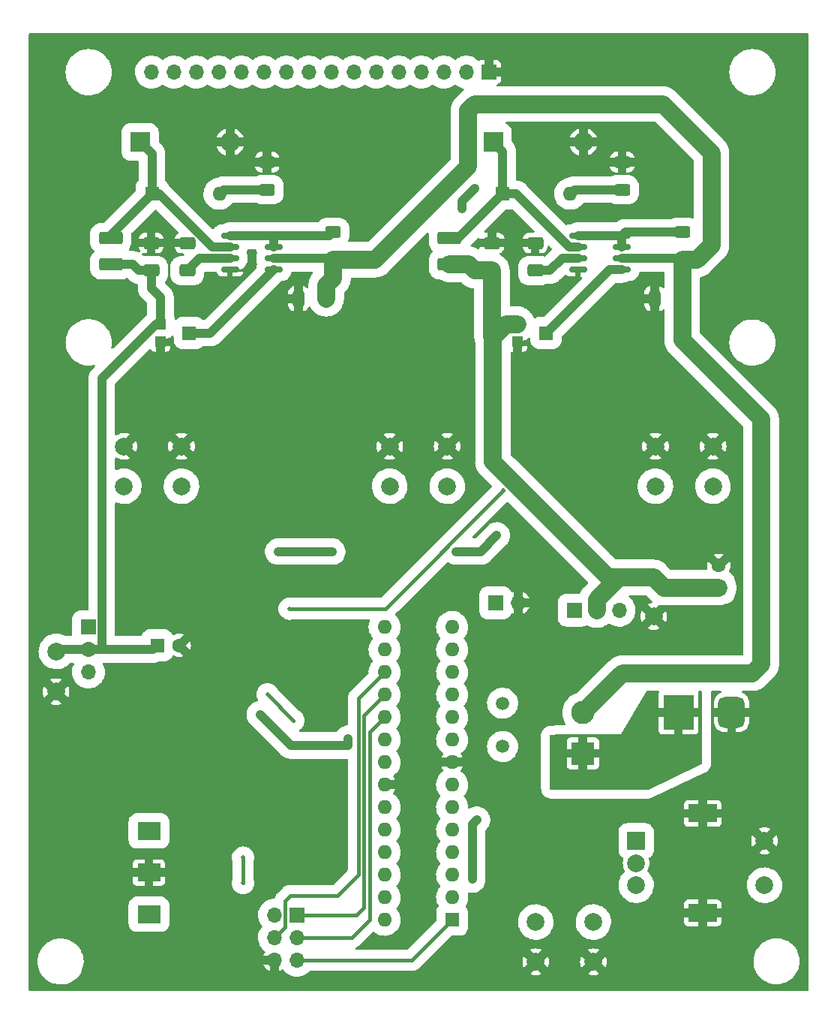
<source format=gbr>
%TF.GenerationSoftware,KiCad,Pcbnew,(5.99.0-12960-gccd3a1e6a9)*%
%TF.CreationDate,2021-11-17T23:12:52-08:00*%
%TF.ProjectId,Team2EpicDiceRoller,5465616d-3245-4706-9963-44696365526f,rev?*%
%TF.SameCoordinates,Original*%
%TF.FileFunction,Copper,L1,Top*%
%TF.FilePolarity,Positive*%
%FSLAX46Y46*%
G04 Gerber Fmt 4.6, Leading zero omitted, Abs format (unit mm)*
G04 Created by KiCad (PCBNEW (5.99.0-12960-gccd3a1e6a9)) date 2021-11-17 23:12:52*
%MOMM*%
%LPD*%
G01*
G04 APERTURE LIST*
G04 Aperture macros list*
%AMRoundRect*
0 Rectangle with rounded corners*
0 $1 Rounding radius*
0 $2 $3 $4 $5 $6 $7 $8 $9 X,Y pos of 4 corners*
0 Add a 4 corners polygon primitive as box body*
4,1,4,$2,$3,$4,$5,$6,$7,$8,$9,$2,$3,0*
0 Add four circle primitives for the rounded corners*
1,1,$1+$1,$2,$3*
1,1,$1+$1,$4,$5*
1,1,$1+$1,$6,$7*
1,1,$1+$1,$8,$9*
0 Add four rect primitives between the rounded corners*
20,1,$1+$1,$2,$3,$4,$5,0*
20,1,$1+$1,$4,$5,$6,$7,0*
20,1,$1+$1,$6,$7,$8,$9,0*
20,1,$1+$1,$8,$9,$2,$3,0*%
G04 Aperture macros list end*
%TA.AperFunction,SMDPad,CuDef*%
%ADD10RoundRect,0.250000X0.625000X-0.400000X0.625000X0.400000X-0.625000X0.400000X-0.625000X-0.400000X0*%
%TD*%
%TA.AperFunction,ComponentPad*%
%ADD11C,2.000000*%
%TD*%
%TA.AperFunction,ComponentPad*%
%ADD12R,3.500000X4.000000*%
%TD*%
%TA.AperFunction,ComponentPad*%
%ADD13RoundRect,0.750000X0.750000X1.000000X-0.750000X1.000000X-0.750000X-1.000000X0.750000X-1.000000X0*%
%TD*%
%TA.AperFunction,SMDPad,CuDef*%
%ADD14RoundRect,0.150000X-0.825000X-0.150000X0.825000X-0.150000X0.825000X0.150000X-0.825000X0.150000X0*%
%TD*%
%TA.AperFunction,SMDPad,CuDef*%
%ADD15RoundRect,0.250001X-1.074999X0.462499X-1.074999X-0.462499X1.074999X-0.462499X1.074999X0.462499X0*%
%TD*%
%TA.AperFunction,ComponentPad*%
%ADD16R,2.200000X2.200000*%
%TD*%
%TA.AperFunction,ComponentPad*%
%ADD17O,2.200000X2.200000*%
%TD*%
%TA.AperFunction,SMDPad,CuDef*%
%ADD18RoundRect,0.250000X0.650000X-0.412500X0.650000X0.412500X-0.650000X0.412500X-0.650000X-0.412500X0*%
%TD*%
%TA.AperFunction,SMDPad,CuDef*%
%ADD19C,2.000000*%
%TD*%
%TA.AperFunction,SMDPad,CuDef*%
%ADD20R,1.200000X1.200000*%
%TD*%
%TA.AperFunction,SMDPad,CuDef*%
%ADD21R,1.500000X1.600000*%
%TD*%
%TA.AperFunction,ComponentPad*%
%ADD22R,1.600000X1.600000*%
%TD*%
%TA.AperFunction,ComponentPad*%
%ADD23O,1.600000X1.600000*%
%TD*%
%TA.AperFunction,ComponentPad*%
%ADD24C,1.600000*%
%TD*%
%TA.AperFunction,ComponentPad*%
%ADD25C,1.500000*%
%TD*%
%TA.AperFunction,ComponentPad*%
%ADD26R,2.625000X2.625000*%
%TD*%
%TA.AperFunction,ComponentPad*%
%ADD27C,2.625000*%
%TD*%
%TA.AperFunction,ComponentPad*%
%ADD28R,1.700000X1.700000*%
%TD*%
%TA.AperFunction,ComponentPad*%
%ADD29O,1.700000X1.700000*%
%TD*%
%TA.AperFunction,ComponentPad*%
%ADD30R,2.000000X2.000000*%
%TD*%
%TA.AperFunction,ComponentPad*%
%ADD31R,3.200000X2.000000*%
%TD*%
%TA.AperFunction,SMDPad,CuDef*%
%ADD32RoundRect,0.250000X0.412500X0.650000X-0.412500X0.650000X-0.412500X-0.650000X0.412500X-0.650000X0*%
%TD*%
%TA.AperFunction,ComponentPad*%
%ADD33R,2.600000X2.000000*%
%TD*%
%TA.AperFunction,ViaPad*%
%ADD34C,0.508000*%
%TD*%
%TA.AperFunction,Conductor*%
%ADD35C,1.000000*%
%TD*%
%TA.AperFunction,Conductor*%
%ADD36C,0.400000*%
%TD*%
%TA.AperFunction,Conductor*%
%ADD37C,2.000000*%
%TD*%
G04 APERTURE END LIST*
D10*
%TO.P,R8,1*%
%TO.N,/Vin*%
X132325000Y-46550000D03*
%TO.P,R8,2*%
%TO.N,Net-(R8-Pad2)*%
X132325000Y-43450000D03*
%TD*%
D11*
%TO.P,SW8,1,1*%
%TO.N,GND*%
X175250000Y-67600000D03*
X168750000Y-67600000D03*
%TO.P,SW8,2,2*%
%TO.N,Net-(R19-Pad2)*%
X168750000Y-72100000D03*
X175250000Y-72100000D03*
%TD*%
D12*
%TO.P,J3,1*%
%TO.N,+BATT*%
X171350000Y-97582500D03*
D13*
%TO.P,J3,2*%
%TO.N,GND*%
X177350000Y-97582500D03*
%TD*%
D14*
%TO.P,U3,1,SwC*%
%TO.N,Net-(R8-Pad2)*%
X120725000Y-43845000D03*
%TO.P,U3,2,SwE*%
%TO.N,Net-(D2-Pad1)*%
X120725000Y-45115000D03*
%TO.P,U3,3,TC*%
%TO.N,Net-(C5-Pad1)*%
X120725000Y-46385000D03*
%TO.P,U3,4,GND*%
%TO.N,GND*%
X120725000Y-47655000D03*
%TO.P,U3,5,Vfb*%
%TO.N,Net-(RV2-Pad2)*%
X125675000Y-47655000D03*
%TO.P,U3,6,Vin*%
%TO.N,/Vin*%
X125675000Y-46385000D03*
%TO.P,U3,7,Ipk*%
%TO.N,Net-(R8-Pad2)*%
X125675000Y-45115000D03*
%TO.P,U3,8,DC*%
X125675000Y-43845000D03*
%TD*%
D11*
%TO.P,SW6,1,1*%
%TO.N,GND*%
X138750000Y-67600000D03*
X145250000Y-67600000D03*
%TO.P,SW6,2,2*%
%TO.N,Net-(R15-Pad2)*%
X138750000Y-72100000D03*
X145250000Y-72100000D03*
%TD*%
D15*
%TO.P,L2,1,1*%
%TO.N,Net-(D2-Pad1)*%
X107275000Y-44107500D03*
%TO.P,L2,2,2*%
%TO.N,/3V3*%
X107275000Y-47082500D03*
%TD*%
D10*
%TO.P,R7,1*%
%TO.N,Net-(D1-Pad2)*%
X165000000Y-38650000D03*
%TO.P,R7,2*%
%TO.N,GND*%
X165000000Y-35550000D03*
%TD*%
D16*
%TO.P,D4,1,K*%
%TO.N,Net-(D1-Pad1)*%
X150445000Y-33275000D03*
D17*
%TO.P,D4,2,A*%
%TO.N,GND*%
X160605000Y-33275000D03*
%TD*%
D18*
%TO.P,C16,1*%
%TO.N,Net-(C16-Pad1)*%
X150300000Y-47787500D03*
%TO.P,C16,2*%
%TO.N,GND*%
X150300000Y-44662500D03*
%TD*%
D19*
%TO.P,TP1,1,1*%
%TO.N,Net-(C16-Pad1)*%
X168550000Y-82375000D03*
%TD*%
D18*
%TO.P,C2,1*%
%TO.N,Net-(C2-Pad1)*%
X155175000Y-47787500D03*
%TO.P,C2,2*%
%TO.N,GND*%
X155175000Y-44662500D03*
%TD*%
D10*
%TO.P,R5,1*%
%TO.N,/Vin*%
X171800000Y-46550000D03*
%TO.P,R5,2*%
%TO.N,Net-(R5-Pad2)*%
X171800000Y-43450000D03*
%TD*%
D20*
%TO.P,RV2,1,1*%
%TO.N,/3V3*%
X112875000Y-53825000D03*
D21*
%TO.P,RV2,2,2*%
%TO.N,Net-(RV2-Pad2)*%
X116125000Y-54825000D03*
D20*
%TO.P,RV2,3,3*%
%TO.N,GND*%
X112875000Y-55825000D03*
%TD*%
D19*
%TO.P,TPG1,1,1*%
%TO.N,GND*%
X168550000Y-86775000D03*
%TD*%
D22*
%TO.P,U4,1,~{RESET}/PC6*%
%TO.N,RESET#*%
X145800000Y-121000000D03*
D23*
%TO.P,U4,2,PD0*%
%TO.N,IO0_RX_PD0*%
X145800000Y-118460000D03*
%TO.P,U4,3,PD1*%
%TO.N,IO1_TX_PD1*%
X145800000Y-115920000D03*
%TO.P,U4,4,PD2*%
%TO.N,IO2_PD2*%
X145800000Y-113380000D03*
%TO.P,U4,5,PD3*%
%TO.N,IO3_PD3*%
X145800000Y-110840000D03*
%TO.P,U4,6,PD4*%
%TO.N,IO4_PD4*%
X145800000Y-108300000D03*
%TO.P,U4,7,VCC*%
%TO.N,VCC*%
X145800000Y-105760000D03*
%TO.P,U4,8,GND*%
%TO.N,GND*%
X145800000Y-103220000D03*
%TO.P,U4,9,XTAL1/PB6*%
%TO.N,Net-(C9-Pad2)*%
X145800000Y-100680000D03*
%TO.P,U4,10,XTAL2/PB7*%
%TO.N,Net-(C10-Pad2)*%
X145800000Y-98140000D03*
%TO.P,U4,11,PD5*%
%TO.N,IO5_PD5*%
X145800000Y-95600000D03*
%TO.P,U4,12,PD6*%
%TO.N,IO6_PD6*%
X145800000Y-93060000D03*
%TO.P,U4,13,PD7*%
%TO.N,IO7_PD7*%
X145800000Y-90520000D03*
%TO.P,U4,14,PB0*%
%TO.N,IO8_PB0*%
X145800000Y-87980000D03*
%TO.P,U4,15,PB1*%
%TO.N,IO9_PB1*%
X138180000Y-87980000D03*
%TO.P,U4,16,PB2*%
%TO.N,IO10_SS_PB2*%
X138180000Y-90520000D03*
%TO.P,U4,17,PB3*%
%TO.N,IO11_MOSI_PB3*%
X138180000Y-93060000D03*
%TO.P,U4,18,PB4*%
%TO.N,IO12_MISO_PB4*%
X138180000Y-95600000D03*
%TO.P,U4,19,PB5*%
%TO.N,IO13_SCK_PB5*%
X138180000Y-98140000D03*
%TO.P,U4,20,AVCC*%
%TO.N,VCC*%
X138180000Y-100680000D03*
%TO.P,U4,21,AREF*%
%TO.N,Net-(C13-Pad2)*%
X138180000Y-103220000D03*
%TO.P,U4,22,GND*%
%TO.N,GND*%
X138180000Y-105760000D03*
%TO.P,U4,23,PC0*%
%TO.N,AD0_PC0*%
X138180000Y-108300000D03*
%TO.P,U4,24,PC1*%
%TO.N,AD1_PC1*%
X138180000Y-110840000D03*
%TO.P,U4,25,PC2*%
%TO.N,AD2_PC2*%
X138180000Y-113380000D03*
%TO.P,U4,26,PC3*%
%TO.N,AD3_PC3*%
X138180000Y-115920000D03*
%TO.P,U4,27,PC4*%
%TO.N,AD4_PC4*%
X138180000Y-118460000D03*
%TO.P,U4,28,PC5*%
%TO.N,AD5_PC5*%
X138180000Y-121000000D03*
%TD*%
D15*
%TO.P,L1,1,1*%
%TO.N,Net-(D1-Pad1)*%
X145500000Y-44107500D03*
%TO.P,L1,2,2*%
%TO.N,Net-(C16-Pad1)*%
X145500000Y-47082500D03*
%TD*%
D22*
%TO.P,C8,1*%
%TO.N,/3V3*%
X112500000Y-90044887D03*
D24*
%TO.P,C8,2*%
%TO.N,GND*%
X115000000Y-90044887D03*
%TD*%
D16*
%TO.P,D3,1,K*%
%TO.N,Net-(D2-Pad1)*%
X110570000Y-33275000D03*
D17*
%TO.P,D3,2,A*%
%TO.N,GND*%
X120730000Y-33275000D03*
%TD*%
D22*
%TO.P,C6,1*%
%TO.N,Net-(C16-Pad1)*%
X175900000Y-83525000D03*
D24*
%TO.P,C6,2*%
%TO.N,GND*%
X175900000Y-81025000D03*
%TD*%
D25*
%TO.P,Y1,1,1*%
%TO.N,Net-(C9-Pad2)*%
X151500000Y-101450000D03*
%TO.P,Y1,2,2*%
%TO.N,Net-(C10-Pad2)*%
X151500000Y-96570000D03*
%TD*%
D26*
%TO.P,SW3,1,A*%
%TO.N,+BATT*%
X160560000Y-102232500D03*
D27*
%TO.P,SW3,2,B*%
%TO.N,/Vin*%
X160560000Y-97632500D03*
%TD*%
D28*
%TO.P,J1,1,Pin_1*%
%TO.N,IO12_MISO_PB4*%
X128290000Y-120475000D03*
D29*
%TO.P,J1,2,Pin_2*%
%TO.N,unconnected-(J1-Pad2)*%
X125750000Y-120475000D03*
%TO.P,J1,3,Pin_3*%
%TO.N,IO13_SCK_PB5*%
X128290000Y-123015000D03*
%TO.P,J1,4,Pin_4*%
%TO.N,IO11_MOSI_PB3*%
X125750000Y-123015000D03*
%TO.P,J1,5,Pin_5*%
%TO.N,RESET#*%
X128290000Y-125555000D03*
%TO.P,J1,6,Pin_6*%
%TO.N,GND*%
X125750000Y-125555000D03*
%TD*%
D22*
%TO.P,D2,1,K*%
%TO.N,Net-(D2-Pad1)*%
X111915000Y-39125000D03*
D23*
%TO.P,D2,2,A*%
%TO.N,Net-(D2-Pad2)*%
X119535000Y-39125000D03*
%TD*%
D30*
%TO.P,SW4,A,A*%
%TO.N,Net-(R21-Pad1)*%
X166575000Y-112100000D03*
D11*
%TO.P,SW4,B,B*%
%TO.N,Net-(R22-Pad2)*%
X166575000Y-117100000D03*
%TO.P,SW4,C,C*%
%TO.N,GND*%
X166575000Y-114600000D03*
D31*
%TO.P,SW4,MP,MP*%
X174075000Y-120200000D03*
X174075000Y-109000000D03*
D11*
%TO.P,SW4,S1,S1*%
%TO.N,Net-(R4-Pad2)*%
X181075000Y-117100000D03*
%TO.P,SW4,S2,S2*%
%TO.N,GND*%
X181075000Y-112100000D03*
%TD*%
D19*
%TO.P,TP2,1,1*%
%TO.N,/3V3*%
X101125000Y-90725000D03*
%TD*%
D28*
%TO.P,JP1,1,A*%
%TO.N,+3V3*%
X104750000Y-87975000D03*
D29*
%TO.P,JP1,2,C*%
%TO.N,/3V3*%
X104750000Y-90515000D03*
%TO.P,JP1,3,B*%
%TO.N,/Load_3V3*%
X104750000Y-93055000D03*
%TD*%
D32*
%TO.P,C1,1*%
%TO.N,/Vin*%
X171787500Y-50950000D03*
%TO.P,C1,2*%
%TO.N,GND*%
X168662500Y-50950000D03*
%TD*%
D11*
%TO.P,SW5,1,1*%
%TO.N,GND*%
X108750000Y-67600000D03*
X115250000Y-67600000D03*
%TO.P,SW5,2,2*%
%TO.N,Net-(R11-Pad1)*%
X115250000Y-72100000D03*
X108750000Y-72100000D03*
%TD*%
D19*
%TO.P,TPG2,1,1*%
%TO.N,GND*%
X101075000Y-95275000D03*
%TD*%
D28*
%TO.P,JP2,1,A*%
%TO.N,VCC*%
X159575000Y-86075000D03*
D29*
%TO.P,JP2,2,C*%
%TO.N,Net-(C16-Pad1)*%
X162115000Y-86075000D03*
%TO.P,JP2,3,B*%
%TO.N,/Load_VCC*%
X164655000Y-86075000D03*
%TD*%
D28*
%TO.P,J2,1,Pin_1*%
%TO.N,GND*%
X149961600Y-25400000D03*
D29*
%TO.P,J2,2,Pin_2*%
%TO.N,VCC*%
X147421600Y-25400000D03*
%TO.P,J2,3,Pin_3*%
%TO.N,unconnected-(J2-Pad3)*%
X144881600Y-25400000D03*
%TO.P,J2,4,Pin_4*%
%TO.N,unconnected-(J2-Pad4)*%
X142341600Y-25400000D03*
%TO.P,J2,5,Pin_5*%
%TO.N,unconnected-(J2-Pad5)*%
X139801600Y-25400000D03*
%TO.P,J2,6,Pin_6*%
%TO.N,LCD_RX*%
X137261600Y-25400000D03*
%TO.P,J2,7,Pin_7*%
%TO.N,unconnected-(J2-Pad7)*%
X134721600Y-25400000D03*
%TO.P,J2,8,Pin_8*%
%TO.N,unconnected-(J2-Pad8)*%
X132181600Y-25400000D03*
%TO.P,J2,9,Pin_9*%
%TO.N,unconnected-(J2-Pad9)*%
X129641600Y-25400000D03*
%TO.P,J2,10,Pin_10*%
%TO.N,unconnected-(J2-Pad10)*%
X127101600Y-25400000D03*
%TO.P,J2,11,Pin_11*%
%TO.N,unconnected-(J2-Pad11)*%
X124561600Y-25400000D03*
%TO.P,J2,12,Pin_12*%
%TO.N,unconnected-(J2-Pad12)*%
X122021600Y-25400000D03*
%TO.P,J2,13,Pin_13*%
%TO.N,unconnected-(J2-Pad13)*%
X119481600Y-25400000D03*
%TO.P,J2,14,Pin_14*%
%TO.N,unconnected-(J2-Pad14)*%
X116941600Y-25400000D03*
%TO.P,J2,15,Pin_15*%
%TO.N,unconnected-(J2-Pad15)*%
X114401600Y-25400000D03*
%TO.P,J2,16,Pin_16*%
%TO.N,unconnected-(J2-Pad16)*%
X111861600Y-25400000D03*
%TD*%
D14*
%TO.P,U1,1,SwC*%
%TO.N,Net-(R5-Pad2)*%
X160000000Y-43845000D03*
%TO.P,U1,2,SwE*%
%TO.N,Net-(D1-Pad1)*%
X160000000Y-45115000D03*
%TO.P,U1,3,TC*%
%TO.N,Net-(C2-Pad1)*%
X160000000Y-46385000D03*
%TO.P,U1,4,GND*%
%TO.N,GND*%
X160000000Y-47655000D03*
%TO.P,U1,5,Vfb*%
%TO.N,Net-(RV1-Pad2)*%
X164950000Y-47655000D03*
%TO.P,U1,6,Vin*%
%TO.N,/Vin*%
X164950000Y-46385000D03*
%TO.P,U1,7,Ipk*%
%TO.N,Net-(R5-Pad2)*%
X164950000Y-45115000D03*
%TO.P,U1,8,DC*%
X164950000Y-43845000D03*
%TD*%
D20*
%TO.P,RV1,1,1*%
%TO.N,Net-(C16-Pad1)*%
X153150000Y-53825000D03*
D21*
%TO.P,RV1,2,2*%
%TO.N,Net-(RV1-Pad2)*%
X156400000Y-54825000D03*
D20*
%TO.P,RV1,3,3*%
%TO.N,GND*%
X153150000Y-55825000D03*
%TD*%
D22*
%TO.P,D1,1,K*%
%TO.N,Net-(D1-Pad1)*%
X151515000Y-39125000D03*
D23*
%TO.P,D1,2,A*%
%TO.N,Net-(D1-Pad2)*%
X159135000Y-39125000D03*
%TD*%
D18*
%TO.P,C17,1*%
%TO.N,/3V3*%
X111825000Y-47787500D03*
%TO.P,C17,2*%
%TO.N,GND*%
X111825000Y-44662500D03*
%TD*%
D28*
%TO.P,SW2,1,1*%
%TO.N,IO7_PD7*%
X150700000Y-85250000D03*
D29*
%TO.P,SW2,2,2*%
%TO.N,GND*%
X153240000Y-85250000D03*
%TD*%
D32*
%TO.P,C4,1*%
%TO.N,/Vin*%
X131587500Y-50950000D03*
%TO.P,C4,2*%
%TO.N,GND*%
X128462500Y-50950000D03*
%TD*%
D18*
%TO.P,C5,1*%
%TO.N,Net-(C5-Pad1)*%
X115900000Y-47787500D03*
%TO.P,C5,2*%
%TO.N,GND*%
X115900000Y-44662500D03*
%TD*%
D10*
%TO.P,R10,1*%
%TO.N,Net-(D2-Pad2)*%
X124925000Y-38650000D03*
%TO.P,R10,2*%
%TO.N,GND*%
X124925000Y-35550000D03*
%TD*%
D11*
%TO.P,SW7,1,1*%
%TO.N,GND*%
X161750000Y-125750000D03*
X155250000Y-125750000D03*
%TO.P,SW7,2,2*%
%TO.N,RESET#*%
X155250000Y-121250000D03*
X161750000Y-121250000D03*
%TD*%
D33*
%TO.P,SW1,1,A*%
%TO.N,AD2_PC2*%
X111575000Y-110975000D03*
%TO.P,SW1,2,B*%
%TO.N,GND*%
X111575000Y-115675000D03*
%TO.P,SW1,3,C*%
%TO.N,AD3_PC3*%
X111575000Y-120375000D03*
%TD*%
D34*
%TO.N,GND*%
X178950000Y-31400000D03*
X184700000Y-36025000D03*
X136275000Y-67125000D03*
X156650000Y-67050000D03*
X178575000Y-105525000D03*
X142150000Y-53475000D03*
X111725000Y-97275000D03*
X170175000Y-110125000D03*
X184200000Y-77450000D03*
X135750000Y-87825000D03*
X126550000Y-65125000D03*
X112450000Y-83600000D03*
X147525000Y-103125000D03*
X158575000Y-59375000D03*
X130375000Y-95825000D03*
X154750000Y-111550000D03*
X111875000Y-42750000D03*
X141875000Y-97900000D03*
X155000000Y-90275000D03*
X99800000Y-43625000D03*
X112450000Y-76350000D03*
X113900000Y-29225000D03*
X99800000Y-31325000D03*
X154900000Y-107775000D03*
X143950000Y-103100000D03*
X99425000Y-105225000D03*
X177575000Y-126275000D03*
X178700000Y-109800000D03*
X164925000Y-33575000D03*
X180325000Y-42125000D03*
X169825000Y-63525000D03*
X137725000Y-123800000D03*
X129450000Y-99125000D03*
X117350000Y-104275000D03*
X171950000Y-76500000D03*
X184375000Y-90575000D03*
X133375000Y-59225000D03*
X166650000Y-67175000D03*
X180625000Y-97525000D03*
X115725000Y-85900000D03*
X158850000Y-49275000D03*
X121650000Y-98275000D03*
X172650000Y-79950000D03*
X139750000Y-105675000D03*
X137875000Y-39975000D03*
X176175000Y-86650000D03*
X120575000Y-49075000D03*
X102200000Y-104875000D03*
X103825000Y-50125000D03*
X141825000Y-58900000D03*
X165525000Y-55850000D03*
X184225000Y-119475000D03*
X177450000Y-101025000D03*
X177025000Y-50650000D03*
X120475000Y-101600000D03*
X184200000Y-106750000D03*
X141975000Y-120175000D03*
X123325000Y-84150000D03*
X161725000Y-54075000D03*
X157125000Y-36225000D03*
X176025000Y-78350000D03*
X100575000Y-64125000D03*
X129400000Y-104375000D03*
X141700000Y-63350000D03*
X107525000Y-104900000D03*
X135875000Y-82950000D03*
X103825000Y-114825000D03*
X136725000Y-53675000D03*
X126775000Y-50950000D03*
X126425000Y-72000000D03*
X116525000Y-93850000D03*
X166750000Y-50900000D03*
X174100000Y-114625000D03*
X184125000Y-63450000D03*
X124875000Y-33775000D03*
X121850000Y-88425000D03*
X142000000Y-113175000D03*
X161075000Y-75175000D03*
X169850000Y-119150000D03*
X118400000Y-69325000D03*
X103900000Y-37225000D03*
X166550000Y-124225000D03*
X184150000Y-49400000D03*
X127950000Y-95700000D03*
X141900000Y-46525000D03*
X117275000Y-125900000D03*
X148750000Y-125075000D03*
X130000000Y-29825000D03*
X100650000Y-82925000D03*
X117450000Y-111075000D03*
X129600000Y-37050000D03*
X107750000Y-125425000D03*
X120725000Y-30725000D03*
%TO.N,VCC*%
X132275000Y-79475000D03*
X150850000Y-77650000D03*
X134050000Y-100575000D03*
X146901911Y-40801911D03*
X146275000Y-79475000D03*
X148075000Y-116450000D03*
X148350000Y-38475000D03*
X148600000Y-109725000D03*
X126175000Y-79475000D03*
X134050000Y-101325000D03*
X124100000Y-97850000D03*
%TO.N,AD1_PC1*%
X124975000Y-95575000D03*
X127900000Y-98525000D03*
%TO.N,Net-(R4-Pad2)*%
X122200000Y-113975000D03*
X122200000Y-116850000D03*
%TO.N,+BATT*%
X171325000Y-101250000D03*
X160550000Y-105200000D03*
X164850000Y-102125000D03*
%TO.N,/RigDebn*%
X151600000Y-72575000D03*
X127450000Y-85900000D03*
%TD*%
D35*
%TO.N,Net-(D2-Pad1)*%
X107275000Y-43765000D02*
X111915000Y-39125000D01*
X120725000Y-45115000D02*
X118697434Y-45115000D01*
X107275000Y-44107500D02*
X107275000Y-43765000D01*
X112707434Y-39125000D02*
X111915000Y-39125000D01*
X111915000Y-39125000D02*
X111915000Y-34620000D01*
X111915000Y-34620000D02*
X110570000Y-33275000D01*
X118697434Y-45115000D02*
X112707434Y-39125000D01*
%TO.N,VCC*%
X126175000Y-79475000D02*
X132275000Y-79475000D01*
X146275000Y-79475000D02*
X149025000Y-79475000D01*
X127575000Y-101325000D02*
X124100000Y-97850000D01*
X134050000Y-101325000D02*
X134050000Y-100575000D01*
X149025000Y-79475000D02*
X150850000Y-77650000D01*
X146901911Y-40801911D02*
X146901911Y-39923089D01*
X146901911Y-39923089D02*
X148350000Y-38475000D01*
X148075000Y-110250000D02*
X148600000Y-109725000D01*
X148075000Y-116450000D02*
X148075000Y-110250000D01*
X134050000Y-101325000D02*
X127575000Y-101325000D01*
%TO.N,Net-(D1-Pad1)*%
X146532500Y-44107500D02*
X151515000Y-39125000D01*
X151515000Y-39125000D02*
X151515000Y-34345000D01*
X151515000Y-34345000D02*
X150445000Y-33275000D01*
X160000000Y-45115000D02*
X159025001Y-45115000D01*
X159025001Y-45115000D02*
X153035001Y-39125000D01*
X145500000Y-44107500D02*
X146532500Y-44107500D01*
X153035001Y-39125000D02*
X151515000Y-39125000D01*
%TO.N,Net-(D1-Pad2)*%
X165000000Y-38650000D02*
X159610000Y-38650000D01*
X159610000Y-38650000D02*
X159135000Y-39125000D01*
%TO.N,Net-(D2-Pad2)*%
X120010000Y-38650000D02*
X119535000Y-39125000D01*
X124925000Y-38650000D02*
X120010000Y-38650000D01*
D36*
%TO.N,IO12_MISO_PB4*%
X135825000Y-97955000D02*
X138180000Y-95600000D01*
X134950000Y-120475000D02*
X135825000Y-119600000D01*
X128290000Y-120475000D02*
X134950000Y-120475000D01*
X135825000Y-119600000D02*
X135825000Y-97955000D01*
D37*
%TO.N,/Vin*%
X175075000Y-44925000D02*
X173450000Y-46550000D01*
D35*
X132160000Y-46385000D02*
X132325000Y-46550000D01*
D37*
X137125000Y-46550000D02*
X147625000Y-36050000D01*
X171787500Y-46562500D02*
X171800000Y-46550000D01*
D35*
X164950000Y-46385000D02*
X171635000Y-46385000D01*
X125675000Y-46385000D02*
X132160000Y-46385000D01*
D37*
X175075000Y-34500000D02*
X175075000Y-44925000D01*
X131587500Y-49412500D02*
X132350000Y-48650000D01*
X132325000Y-48625000D02*
X132325000Y-46550000D01*
D35*
X171635000Y-46385000D02*
X171800000Y-46550000D01*
D37*
X169575000Y-29000000D02*
X175075000Y-34500000D01*
X173450000Y-46550000D02*
X171800000Y-46550000D01*
X148350000Y-29000000D02*
X169575000Y-29000000D01*
X171787500Y-55637500D02*
X171787500Y-50950000D01*
X179700000Y-93175000D02*
X180700000Y-92175000D01*
X180700000Y-64550000D02*
X171787500Y-55637500D01*
X147625000Y-36050000D02*
X147625000Y-29725000D01*
X160560000Y-97632500D02*
X165017500Y-93175000D01*
X180700000Y-92175000D02*
X180700000Y-64550000D01*
X165017500Y-93175000D02*
X179700000Y-93175000D01*
X171787500Y-50950000D02*
X171787500Y-46562500D01*
X132350000Y-48650000D02*
X132325000Y-48625000D01*
X132325000Y-46550000D02*
X137125000Y-46550000D01*
X147625000Y-29725000D02*
X148350000Y-29000000D01*
X131587500Y-50950000D02*
X131587500Y-49412500D01*
D36*
%TO.N,IO13_SCK_PB5*%
X136525000Y-120950000D02*
X136525000Y-99795000D01*
X128290000Y-123015000D02*
X134460000Y-123015000D01*
X134460000Y-123015000D02*
X136525000Y-120950000D01*
X136525000Y-99795000D02*
X138180000Y-98140000D01*
%TO.N,IO11_MOSI_PB3*%
X135225000Y-96015000D02*
X135225000Y-115900000D01*
X126951911Y-118823089D02*
X126951911Y-121813089D01*
X138180000Y-93060000D02*
X135225000Y-96015000D01*
X132875000Y-118250000D02*
X127525000Y-118250000D01*
X135225000Y-115900000D02*
X132875000Y-118250000D01*
X126951911Y-121813089D02*
X125750000Y-123015000D01*
X127525000Y-118250000D02*
X126951911Y-118823089D01*
%TO.N,RESET#*%
X128290000Y-125555000D02*
X141245000Y-125555000D01*
X141245000Y-125555000D02*
X145800000Y-121000000D01*
%TO.N,AD1_PC1*%
X127900000Y-98525000D02*
X124950000Y-95575000D01*
X124950000Y-95575000D02*
X124975000Y-95575000D01*
%TO.N,Net-(R4-Pad2)*%
X122200000Y-113975000D02*
X122200000Y-116850000D01*
D35*
%TO.N,Net-(C2-Pad1)*%
X155175000Y-47787500D02*
X156837500Y-47787500D01*
X158240000Y-46385000D02*
X160000000Y-46385000D01*
X156837500Y-47787500D02*
X158240000Y-46385000D01*
%TO.N,Net-(C5-Pad1)*%
X115900000Y-47787500D02*
X117302500Y-46385000D01*
X117302500Y-46385000D02*
X120725000Y-46385000D01*
%TO.N,Net-(R5-Pad2)*%
X164950000Y-45115000D02*
X164950000Y-43845000D01*
X171800000Y-43450000D02*
X165345000Y-43450000D01*
X160000000Y-43845000D02*
X164950000Y-43845000D01*
X165345000Y-43450000D02*
X164950000Y-43845000D01*
%TO.N,Net-(R8-Pad2)*%
X131930000Y-43845000D02*
X132325000Y-43450000D01*
X120725000Y-43845000D02*
X125675000Y-43845000D01*
X125675000Y-45115000D02*
X125675000Y-43845000D01*
X125675000Y-43845000D02*
X131930000Y-43845000D01*
%TO.N,Net-(RV1-Pad2)*%
X163570000Y-47655000D02*
X156400000Y-54825000D01*
X164950000Y-47655000D02*
X163570000Y-47655000D01*
%TO.N,Net-(RV2-Pad2)*%
X118505000Y-54825000D02*
X125675000Y-47655000D01*
X116125000Y-54825000D02*
X118505000Y-54825000D01*
D36*
%TO.N,/RigDebn*%
X127450000Y-85900000D02*
X138275000Y-85900000D01*
X138275000Y-85900000D02*
X151600000Y-72575000D01*
D35*
%TO.N,/3V3*%
X106251911Y-59944267D02*
X106251911Y-90298089D01*
X112029887Y-90515000D02*
X112500000Y-90044887D01*
X112371178Y-53825000D02*
X106251911Y-59944267D01*
X111825000Y-49750000D02*
X111825000Y-47787500D01*
X109757500Y-47082500D02*
X107275000Y-47082500D01*
X104750000Y-90515000D02*
X112029887Y-90515000D01*
X106035000Y-90515000D02*
X104750000Y-90515000D01*
X104750000Y-90515000D02*
X101335000Y-90515000D01*
X112875000Y-53825000D02*
X112371178Y-53825000D01*
X110462500Y-47787500D02*
X109757500Y-47082500D01*
X101335000Y-90515000D02*
X101125000Y-90725000D01*
X112875000Y-50800000D02*
X111825000Y-49750000D01*
X112875000Y-53825000D02*
X112875000Y-50800000D01*
X106251911Y-90298089D02*
X106035000Y-90515000D01*
X111825000Y-47787500D02*
X110462500Y-47787500D01*
D37*
%TO.N,Net-(C16-Pad1)*%
X150400000Y-69325000D02*
X150400000Y-55300000D01*
X163450000Y-82375000D02*
X150400000Y-69325000D01*
X168550000Y-82375000D02*
X169700000Y-83525000D01*
X145500000Y-47082500D02*
X147617500Y-47082500D01*
X168550000Y-82375000D02*
X164612919Y-82375000D01*
X150400000Y-55300000D02*
X150300000Y-55200000D01*
X150300000Y-55200000D02*
X150300000Y-47787500D01*
X147617500Y-47082500D02*
X147650000Y-47050000D01*
X151875000Y-53825000D02*
X153150000Y-53825000D01*
X162115000Y-84872919D02*
X162115000Y-86075000D01*
X164612919Y-82375000D02*
X162115000Y-84872919D01*
X169700000Y-83525000D02*
X175900000Y-83525000D01*
X164612919Y-82375000D02*
X163450000Y-82375000D01*
X147650000Y-47050000D02*
X148387500Y-47787500D01*
X150400000Y-55300000D02*
X151875000Y-53825000D01*
X148387500Y-47787500D02*
X150300000Y-47787500D01*
%TD*%
%TA.AperFunction,Conductor*%
%TO.N,+BATT*%
G36*
X169096334Y-95195502D02*
G01*
X169142827Y-95249158D01*
X169152931Y-95319432D01*
X169146195Y-95345730D01*
X169101522Y-95464894D01*
X169097895Y-95480149D01*
X169092369Y-95531014D01*
X169092000Y-95537828D01*
X169092000Y-97064385D01*
X169096475Y-97079624D01*
X169097865Y-97080829D01*
X169105548Y-97082500D01*
X173589884Y-97082500D01*
X173605123Y-97078025D01*
X173606328Y-97076635D01*
X173607999Y-97068952D01*
X173607999Y-95537831D01*
X173607629Y-95531010D01*
X173602105Y-95480148D01*
X173598479Y-95464897D01*
X173553805Y-95345730D01*
X173548622Y-95274923D01*
X173582543Y-95212554D01*
X173644798Y-95178424D01*
X173671787Y-95175500D01*
X173899000Y-95175500D01*
X173967121Y-95195502D01*
X174013614Y-95249158D01*
X174025000Y-95301500D01*
X174025000Y-103370514D01*
X174004998Y-103438635D01*
X173953263Y-103484231D01*
X168025741Y-106312717D01*
X167971478Y-106325000D01*
X156974988Y-106325000D01*
X156906867Y-106304998D01*
X156860374Y-106251342D01*
X156848992Y-106200016D01*
X156827941Y-103589669D01*
X158739501Y-103589669D01*
X158739871Y-103596490D01*
X158745395Y-103647352D01*
X158749021Y-103662604D01*
X158794176Y-103783054D01*
X158802714Y-103798649D01*
X158879215Y-103900724D01*
X158891776Y-103913285D01*
X158993851Y-103989786D01*
X159009446Y-103998324D01*
X159129894Y-104043478D01*
X159145149Y-104047105D01*
X159196014Y-104052631D01*
X159202828Y-104053000D01*
X160041885Y-104053000D01*
X160057124Y-104048525D01*
X160058329Y-104047135D01*
X160060000Y-104039452D01*
X160060000Y-104034884D01*
X161060000Y-104034884D01*
X161064475Y-104050123D01*
X161065865Y-104051328D01*
X161073548Y-104052999D01*
X161917169Y-104052999D01*
X161923990Y-104052629D01*
X161974852Y-104047105D01*
X161990104Y-104043479D01*
X162110554Y-103998324D01*
X162126149Y-103989786D01*
X162228224Y-103913285D01*
X162240785Y-103900724D01*
X162317286Y-103798649D01*
X162325824Y-103783054D01*
X162370978Y-103662606D01*
X162374605Y-103647351D01*
X162380131Y-103596486D01*
X162380500Y-103589672D01*
X162380500Y-102750615D01*
X162376025Y-102735376D01*
X162374635Y-102734171D01*
X162366952Y-102732500D01*
X161078115Y-102732500D01*
X161062876Y-102736975D01*
X161061671Y-102738365D01*
X161060000Y-102746048D01*
X161060000Y-104034884D01*
X160060000Y-104034884D01*
X160060000Y-102750615D01*
X160055525Y-102735376D01*
X160054135Y-102734171D01*
X160046452Y-102732500D01*
X158757616Y-102732500D01*
X158742377Y-102736975D01*
X158741172Y-102738365D01*
X158739501Y-102746048D01*
X158739501Y-103589669D01*
X156827941Y-103589669D01*
X156812818Y-101714385D01*
X158739500Y-101714385D01*
X158743975Y-101729624D01*
X158745365Y-101730829D01*
X158753048Y-101732500D01*
X160041885Y-101732500D01*
X160057124Y-101728025D01*
X160058329Y-101726635D01*
X160060000Y-101718952D01*
X160060000Y-101714385D01*
X161060000Y-101714385D01*
X161064475Y-101729624D01*
X161065865Y-101730829D01*
X161073548Y-101732500D01*
X162362384Y-101732500D01*
X162377623Y-101728025D01*
X162378828Y-101726635D01*
X162380499Y-101718952D01*
X162380499Y-100875331D01*
X162380129Y-100868510D01*
X162374605Y-100817648D01*
X162370979Y-100802396D01*
X162325824Y-100681946D01*
X162317286Y-100666351D01*
X162240785Y-100564276D01*
X162228224Y-100551715D01*
X162126149Y-100475214D01*
X162110554Y-100466676D01*
X161990106Y-100421522D01*
X161974851Y-100417895D01*
X161923986Y-100412369D01*
X161917172Y-100412000D01*
X161078115Y-100412000D01*
X161062876Y-100416475D01*
X161061671Y-100417865D01*
X161060000Y-100425548D01*
X161060000Y-101714385D01*
X160060000Y-101714385D01*
X160060000Y-100430116D01*
X160055525Y-100414877D01*
X160054135Y-100413672D01*
X160046452Y-100412001D01*
X159202831Y-100412001D01*
X159196010Y-100412371D01*
X159145148Y-100417895D01*
X159129896Y-100421521D01*
X159009446Y-100466676D01*
X158993851Y-100475214D01*
X158891776Y-100551715D01*
X158879215Y-100564276D01*
X158802714Y-100666351D01*
X158794176Y-100681946D01*
X158749022Y-100802394D01*
X158745395Y-100817649D01*
X158739869Y-100868514D01*
X158739500Y-100875328D01*
X158739500Y-101714385D01*
X156812818Y-101714385D01*
X156800981Y-100246614D01*
X156820433Y-100178334D01*
X156873712Y-100131410D01*
X156921503Y-100119717D01*
X157947263Y-100075119D01*
X157952736Y-100075000D01*
X164825000Y-100075000D01*
X164853584Y-100027286D01*
X165093277Y-99627169D01*
X169092001Y-99627169D01*
X169092371Y-99633990D01*
X169097895Y-99684852D01*
X169101521Y-99700104D01*
X169146676Y-99820554D01*
X169155214Y-99836149D01*
X169231715Y-99938224D01*
X169244276Y-99950785D01*
X169346351Y-100027286D01*
X169361946Y-100035824D01*
X169482394Y-100080978D01*
X169497649Y-100084605D01*
X169548514Y-100090131D01*
X169555328Y-100090500D01*
X170831885Y-100090500D01*
X170847124Y-100086025D01*
X170848329Y-100084635D01*
X170850000Y-100076952D01*
X170850000Y-100072384D01*
X171850000Y-100072384D01*
X171854475Y-100087623D01*
X171855865Y-100088828D01*
X171863548Y-100090499D01*
X173144669Y-100090499D01*
X173151490Y-100090129D01*
X173202352Y-100084605D01*
X173217604Y-100080979D01*
X173338054Y-100035824D01*
X173353649Y-100027286D01*
X173455724Y-99950785D01*
X173468285Y-99938224D01*
X173544786Y-99836149D01*
X173553324Y-99820554D01*
X173598478Y-99700106D01*
X173602105Y-99684851D01*
X173607631Y-99633986D01*
X173608000Y-99627172D01*
X173608000Y-98100615D01*
X173603525Y-98085376D01*
X173602135Y-98084171D01*
X173594452Y-98082500D01*
X171868115Y-98082500D01*
X171852876Y-98086975D01*
X171851671Y-98088365D01*
X171850000Y-98096048D01*
X171850000Y-100072384D01*
X170850000Y-100072384D01*
X170850000Y-98100615D01*
X170845525Y-98085376D01*
X170844135Y-98084171D01*
X170836452Y-98082500D01*
X169110116Y-98082500D01*
X169094877Y-98086975D01*
X169093672Y-98088365D01*
X169092001Y-98096048D01*
X169092001Y-99627169D01*
X165093277Y-99627169D01*
X167577576Y-95480148D01*
X167723386Y-95236749D01*
X167775552Y-95188590D01*
X167831475Y-95175500D01*
X169028213Y-95175500D01*
X169096334Y-95195502D01*
G37*
%TD.AperFunction*%
%TD*%
%TA.AperFunction,Conductor*%
%TO.N,GND*%
G36*
X185954621Y-21020002D02*
G01*
X186001114Y-21073658D01*
X186012500Y-21126000D01*
X186012500Y-128874000D01*
X185992498Y-128942121D01*
X185938842Y-128988614D01*
X185886500Y-129000000D01*
X98138500Y-129000000D01*
X98070379Y-128979998D01*
X98023886Y-128926342D01*
X98012500Y-128874000D01*
X98012500Y-125672718D01*
X98994890Y-125672718D01*
X98999214Y-125759580D01*
X99010272Y-125981699D01*
X99010480Y-125985886D01*
X99011121Y-125989617D01*
X99011122Y-125989625D01*
X99051054Y-126222012D01*
X99063581Y-126294912D01*
X99064669Y-126298551D01*
X99064670Y-126298554D01*
X99149732Y-126582980D01*
X99153422Y-126595320D01*
X99278703Y-126882760D01*
X99280626Y-126886032D01*
X99280628Y-126886035D01*
X99323108Y-126958295D01*
X99437608Y-127153067D01*
X99439909Y-127156082D01*
X99625536Y-127399313D01*
X99625541Y-127399319D01*
X99627836Y-127402326D01*
X99846632Y-127626926D01*
X99885625Y-127658333D01*
X100087873Y-127821236D01*
X100087878Y-127821240D01*
X100090826Y-127823614D01*
X100356881Y-127989541D01*
X100640942Y-128122303D01*
X100724626Y-128149736D01*
X100924086Y-128215122D01*
X100938896Y-128219977D01*
X101246427Y-128281149D01*
X101250199Y-128281436D01*
X101250207Y-128281437D01*
X101555301Y-128304645D01*
X101555306Y-128304645D01*
X101559078Y-128304932D01*
X101872323Y-128290981D01*
X102181623Y-128239500D01*
X102185257Y-128238434D01*
X102185261Y-128238433D01*
X102478856Y-128152301D01*
X102478864Y-128152298D01*
X102482498Y-128151232D01*
X102770590Y-128027458D01*
X103041725Y-127869971D01*
X103291976Y-127681050D01*
X103517719Y-127463433D01*
X103520113Y-127460493D01*
X103520118Y-127460487D01*
X103713283Y-127223220D01*
X103715683Y-127220272D01*
X103883001Y-126955090D01*
X103884624Y-126951664D01*
X103884628Y-126951657D01*
X103996763Y-126714967D01*
X104017248Y-126671728D01*
X104019100Y-126666179D01*
X104115284Y-126377876D01*
X104116481Y-126374289D01*
X104179262Y-126067083D01*
X104179482Y-126064376D01*
X124491072Y-126064376D01*
X124531770Y-126164603D01*
X124536413Y-126173794D01*
X124647694Y-126355388D01*
X124653777Y-126363699D01*
X124793213Y-126524667D01*
X124800580Y-126531883D01*
X124964434Y-126667916D01*
X124972881Y-126673831D01*
X125156756Y-126781279D01*
X125166043Y-126785729D01*
X125233078Y-126811327D01*
X125247134Y-126812442D01*
X125250000Y-126807290D01*
X125250000Y-126073115D01*
X125245525Y-126057876D01*
X125244135Y-126056671D01*
X125236452Y-126055000D01*
X124505380Y-126055000D01*
X124491849Y-126058973D01*
X124491072Y-126064376D01*
X104179482Y-126064376D01*
X104204682Y-125754560D01*
X104205253Y-125700000D01*
X104203609Y-125672718D01*
X104186612Y-125390791D01*
X104186612Y-125390787D01*
X104186384Y-125387013D01*
X104176196Y-125331228D01*
X104130730Y-125082282D01*
X104130729Y-125082278D01*
X104130050Y-125078560D01*
X104122735Y-125055000D01*
X104038190Y-124782724D01*
X104037068Y-124779109D01*
X104027266Y-124757246D01*
X103910340Y-124496466D01*
X103908785Y-124492997D01*
X103747057Y-124224368D01*
X103744730Y-124221384D01*
X103744725Y-124221377D01*
X103556565Y-123980110D01*
X103556563Y-123980107D01*
X103554229Y-123977115D01*
X103333093Y-123754819D01*
X103298408Y-123727475D01*
X103236141Y-123678388D01*
X103086853Y-123560699D01*
X102819076Y-123397567D01*
X102815632Y-123396001D01*
X102815628Y-123395999D01*
X102709225Y-123347621D01*
X102533639Y-123267787D01*
X102234679Y-123173238D01*
X102063612Y-123141069D01*
X101930249Y-123115990D01*
X101930244Y-123115989D01*
X101926525Y-123115290D01*
X101613641Y-123094783D01*
X101609861Y-123094991D01*
X101609860Y-123094991D01*
X101518294Y-123100030D01*
X101300560Y-123112013D01*
X101296833Y-123112674D01*
X101296829Y-123112674D01*
X101096158Y-123148238D01*
X100991816Y-123166730D01*
X100988191Y-123167835D01*
X100988186Y-123167836D01*
X100807314Y-123222962D01*
X100691882Y-123258143D01*
X100688418Y-123259674D01*
X100688411Y-123259677D01*
X100512262Y-123337552D01*
X100405102Y-123384927D01*
X100401848Y-123386863D01*
X100401842Y-123386866D01*
X100244292Y-123480599D01*
X100135631Y-123545246D01*
X100132630Y-123547561D01*
X100132626Y-123547564D01*
X100042083Y-123617417D01*
X99887371Y-123736777D01*
X99884673Y-123739433D01*
X99778536Y-123843916D01*
X99663920Y-123956745D01*
X99598021Y-124039443D01*
X99488435Y-124176966D01*
X99468513Y-124201966D01*
X99303982Y-124468886D01*
X99172709Y-124753639D01*
X99171550Y-124757239D01*
X99171547Y-124757246D01*
X99083687Y-125030081D01*
X99076596Y-125052100D01*
X99075877Y-125055816D01*
X99075875Y-125055824D01*
X99041009Y-125236032D01*
X99017035Y-125359946D01*
X99016768Y-125363722D01*
X99016767Y-125363727D01*
X98995158Y-125668929D01*
X98994890Y-125672718D01*
X98012500Y-125672718D01*
X98012500Y-121432816D01*
X109274500Y-121432816D01*
X109285234Y-121553087D01*
X109341259Y-121748470D01*
X109435427Y-121928596D01*
X109563891Y-122086109D01*
X109568831Y-122090138D01*
X109697371Y-122194972D01*
X109721404Y-122214573D01*
X109901530Y-122308741D01*
X110096913Y-122364766D01*
X110128545Y-122367589D01*
X110214391Y-122375251D01*
X110214397Y-122375251D01*
X110217184Y-122375500D01*
X112932816Y-122375500D01*
X112935603Y-122375251D01*
X112935609Y-122375251D01*
X113021455Y-122367589D01*
X113053087Y-122364766D01*
X113248470Y-122308741D01*
X113428596Y-122214573D01*
X113452630Y-122194972D01*
X113581169Y-122090138D01*
X113586109Y-122086109D01*
X113714573Y-121928596D01*
X113808741Y-121748470D01*
X113864766Y-121553087D01*
X113875500Y-121432816D01*
X113875500Y-119317184D01*
X113864766Y-119196913D01*
X113808741Y-119001530D01*
X113726530Y-118844276D01*
X113717529Y-118827058D01*
X113717528Y-118827057D01*
X113714573Y-118821404D01*
X113676248Y-118774412D01*
X113590138Y-118668831D01*
X113586109Y-118663891D01*
X113428596Y-118535427D01*
X113248470Y-118441259D01*
X113053087Y-118385234D01*
X113021455Y-118382411D01*
X112935609Y-118374749D01*
X112935603Y-118374749D01*
X112932816Y-118374500D01*
X110217184Y-118374500D01*
X110214397Y-118374749D01*
X110214391Y-118374749D01*
X110128545Y-118382411D01*
X110096913Y-118385234D01*
X109901530Y-118441259D01*
X109721404Y-118535427D01*
X109563891Y-118663891D01*
X109559862Y-118668831D01*
X109473753Y-118774412D01*
X109435427Y-118821404D01*
X109432472Y-118827057D01*
X109432471Y-118827058D01*
X109423470Y-118844276D01*
X109341259Y-119001530D01*
X109285234Y-119196913D01*
X109274500Y-119317184D01*
X109274500Y-121432816D01*
X98012500Y-121432816D01*
X98012500Y-116719669D01*
X109767001Y-116719669D01*
X109767371Y-116726490D01*
X109772895Y-116777352D01*
X109776521Y-116792604D01*
X109821676Y-116913054D01*
X109830214Y-116928649D01*
X109906715Y-117030724D01*
X109919276Y-117043285D01*
X110021351Y-117119786D01*
X110036946Y-117128324D01*
X110157394Y-117173478D01*
X110172649Y-117177105D01*
X110223514Y-117182631D01*
X110230328Y-117183000D01*
X111056885Y-117183000D01*
X111072124Y-117178525D01*
X111073329Y-117177135D01*
X111075000Y-117169452D01*
X111075000Y-117164884D01*
X112075000Y-117164884D01*
X112079475Y-117180123D01*
X112080865Y-117181328D01*
X112088548Y-117182999D01*
X112919669Y-117182999D01*
X112926490Y-117182629D01*
X112977352Y-117177105D01*
X112992604Y-117173479D01*
X113113054Y-117128324D01*
X113128649Y-117119786D01*
X113230724Y-117043285D01*
X113243285Y-117030724D01*
X113319786Y-116928649D01*
X113328324Y-116913054D01*
X113351962Y-116850000D01*
X120940708Y-116850000D01*
X120959839Y-117068674D01*
X121016653Y-117280703D01*
X121018978Y-117285688D01*
X121107095Y-117474659D01*
X121107098Y-117474664D01*
X121109421Y-117479646D01*
X121112577Y-117484153D01*
X121112578Y-117484155D01*
X121221911Y-117640298D01*
X121235326Y-117659457D01*
X121390543Y-117814674D01*
X121395051Y-117817831D01*
X121395054Y-117817833D01*
X121565845Y-117937422D01*
X121570354Y-117940579D01*
X121575336Y-117942902D01*
X121575341Y-117942905D01*
X121673077Y-117988479D01*
X121769297Y-118033347D01*
X121981326Y-118090161D01*
X122200000Y-118109292D01*
X122418674Y-118090161D01*
X122630703Y-118033347D01*
X122726923Y-117988479D01*
X122824659Y-117942905D01*
X122824664Y-117942902D01*
X122829646Y-117940579D01*
X122834155Y-117937422D01*
X123004946Y-117817833D01*
X123004949Y-117817831D01*
X123009457Y-117814674D01*
X123164674Y-117659457D01*
X123178090Y-117640298D01*
X123287422Y-117484155D01*
X123287423Y-117484153D01*
X123290579Y-117479646D01*
X123292902Y-117474664D01*
X123292905Y-117474659D01*
X123381022Y-117285688D01*
X123383347Y-117280703D01*
X123440161Y-117068674D01*
X123459292Y-116850000D01*
X123440161Y-116631326D01*
X123404792Y-116499330D01*
X123400500Y-116466725D01*
X123400500Y-114358275D01*
X123404792Y-114325670D01*
X123440161Y-114193674D01*
X123459292Y-113975000D01*
X123440161Y-113756326D01*
X123383347Y-113544297D01*
X123305266Y-113376850D01*
X123292905Y-113350341D01*
X123292902Y-113350336D01*
X123290579Y-113345354D01*
X123281744Y-113332736D01*
X123167833Y-113170054D01*
X123167831Y-113170051D01*
X123164674Y-113165543D01*
X123009457Y-113010326D01*
X123004949Y-113007169D01*
X123004946Y-113007167D01*
X122834155Y-112887578D01*
X122834153Y-112887577D01*
X122829646Y-112884421D01*
X122824664Y-112882098D01*
X122824659Y-112882095D01*
X122691320Y-112819919D01*
X122630703Y-112791653D01*
X122418674Y-112734839D01*
X122200000Y-112715708D01*
X121981326Y-112734839D01*
X121769297Y-112791653D01*
X121708680Y-112819919D01*
X121575341Y-112882095D01*
X121575336Y-112882098D01*
X121570354Y-112884421D01*
X121565847Y-112887577D01*
X121565845Y-112887578D01*
X121395054Y-113007167D01*
X121395051Y-113007169D01*
X121390543Y-113010326D01*
X121235326Y-113165543D01*
X121232169Y-113170051D01*
X121232167Y-113170054D01*
X121118256Y-113332736D01*
X121109421Y-113345354D01*
X121107098Y-113350336D01*
X121107095Y-113350341D01*
X121094734Y-113376850D01*
X121016653Y-113544297D01*
X120959839Y-113756326D01*
X120940708Y-113975000D01*
X120959839Y-114193674D01*
X120995208Y-114325670D01*
X120999500Y-114358275D01*
X120999500Y-116466725D01*
X120995208Y-116499330D01*
X120959839Y-116631326D01*
X120940708Y-116850000D01*
X113351962Y-116850000D01*
X113373478Y-116792606D01*
X113377105Y-116777351D01*
X113382631Y-116726486D01*
X113383000Y-116719672D01*
X113383000Y-116193115D01*
X113378525Y-116177876D01*
X113377135Y-116176671D01*
X113369452Y-116175000D01*
X112093115Y-116175000D01*
X112077876Y-116179475D01*
X112076671Y-116180865D01*
X112075000Y-116188548D01*
X112075000Y-117164884D01*
X111075000Y-117164884D01*
X111075000Y-116193115D01*
X111070525Y-116177876D01*
X111069135Y-116176671D01*
X111061452Y-116175000D01*
X109785116Y-116175000D01*
X109769877Y-116179475D01*
X109768672Y-116180865D01*
X109767001Y-116188548D01*
X109767001Y-116719669D01*
X98012500Y-116719669D01*
X98012500Y-115156885D01*
X109767000Y-115156885D01*
X109771475Y-115172124D01*
X109772865Y-115173329D01*
X109780548Y-115175000D01*
X111056885Y-115175000D01*
X111072124Y-115170525D01*
X111073329Y-115169135D01*
X111075000Y-115161452D01*
X111075000Y-115156885D01*
X112075000Y-115156885D01*
X112079475Y-115172124D01*
X112080865Y-115173329D01*
X112088548Y-115175000D01*
X113364884Y-115175000D01*
X113380123Y-115170525D01*
X113381328Y-115169135D01*
X113382999Y-115161452D01*
X113382999Y-114630331D01*
X113382629Y-114623510D01*
X113377105Y-114572648D01*
X113373479Y-114557396D01*
X113328324Y-114436946D01*
X113319786Y-114421351D01*
X113243285Y-114319276D01*
X113230724Y-114306715D01*
X113128649Y-114230214D01*
X113113054Y-114221676D01*
X112992606Y-114176522D01*
X112977351Y-114172895D01*
X112926486Y-114167369D01*
X112919672Y-114167000D01*
X112093115Y-114167000D01*
X112077876Y-114171475D01*
X112076671Y-114172865D01*
X112075000Y-114180548D01*
X112075000Y-115156885D01*
X111075000Y-115156885D01*
X111075000Y-114185116D01*
X111070525Y-114169877D01*
X111069135Y-114168672D01*
X111061452Y-114167001D01*
X110230331Y-114167001D01*
X110223510Y-114167371D01*
X110172648Y-114172895D01*
X110157396Y-114176521D01*
X110036946Y-114221676D01*
X110021351Y-114230214D01*
X109919276Y-114306715D01*
X109906715Y-114319276D01*
X109830214Y-114421351D01*
X109821676Y-114436946D01*
X109776522Y-114557394D01*
X109772895Y-114572649D01*
X109767369Y-114623514D01*
X109767000Y-114630328D01*
X109767000Y-115156885D01*
X98012500Y-115156885D01*
X98012500Y-112032816D01*
X109274500Y-112032816D01*
X109274749Y-112035603D01*
X109274749Y-112035609D01*
X109282292Y-112120122D01*
X109285234Y-112153087D01*
X109341259Y-112348470D01*
X109435427Y-112528596D01*
X109439458Y-112533539D01*
X109439459Y-112533540D01*
X109461282Y-112560298D01*
X109563891Y-112686109D01*
X109568831Y-112690138D01*
X109639926Y-112748121D01*
X109721404Y-112814573D01*
X109901530Y-112908741D01*
X110096913Y-112964766D01*
X110128545Y-112967589D01*
X110214391Y-112975251D01*
X110214397Y-112975251D01*
X110217184Y-112975500D01*
X112932816Y-112975500D01*
X112935603Y-112975251D01*
X112935609Y-112975251D01*
X113021455Y-112967589D01*
X113053087Y-112964766D01*
X113248470Y-112908741D01*
X113428596Y-112814573D01*
X113510075Y-112748121D01*
X113581169Y-112690138D01*
X113586109Y-112686109D01*
X113688718Y-112560298D01*
X113710541Y-112533540D01*
X113710542Y-112533539D01*
X113714573Y-112528596D01*
X113808741Y-112348470D01*
X113864766Y-112153087D01*
X113867708Y-112120122D01*
X113875251Y-112035609D01*
X113875251Y-112035603D01*
X113875500Y-112032816D01*
X113875500Y-109917184D01*
X113864766Y-109796913D01*
X113808741Y-109601530D01*
X113714573Y-109421404D01*
X113689059Y-109390120D01*
X113590138Y-109268831D01*
X113586109Y-109263891D01*
X113581169Y-109259862D01*
X113433540Y-109139459D01*
X113433539Y-109139458D01*
X113428596Y-109135427D01*
X113248470Y-109041259D01*
X113053087Y-108985234D01*
X113021455Y-108982411D01*
X112935609Y-108974749D01*
X112935603Y-108974749D01*
X112932816Y-108974500D01*
X110217184Y-108974500D01*
X110214397Y-108974749D01*
X110214391Y-108974749D01*
X110128545Y-108982411D01*
X110096913Y-108985234D01*
X109901530Y-109041259D01*
X109721404Y-109135427D01*
X109716461Y-109139458D01*
X109716460Y-109139459D01*
X109568831Y-109259862D01*
X109563891Y-109263891D01*
X109559862Y-109268831D01*
X109460942Y-109390120D01*
X109435427Y-109421404D01*
X109341259Y-109601530D01*
X109285234Y-109796913D01*
X109274500Y-109917184D01*
X109274500Y-112032816D01*
X98012500Y-112032816D01*
X98012500Y-96635848D01*
X100426879Y-96635848D01*
X100430068Y-96640108D01*
X100602988Y-96711734D01*
X100612373Y-96714783D01*
X100833554Y-96767885D01*
X100843301Y-96769428D01*
X101070070Y-96787275D01*
X101079930Y-96787275D01*
X101306699Y-96769428D01*
X101316446Y-96767885D01*
X101537627Y-96714783D01*
X101547012Y-96711734D01*
X101712436Y-96643213D01*
X101723417Y-96634364D01*
X101722101Y-96629208D01*
X101087812Y-95994919D01*
X101073868Y-95987305D01*
X101072035Y-95987436D01*
X101065420Y-95991687D01*
X100433639Y-96623468D01*
X100426879Y-96635848D01*
X98012500Y-96635848D01*
X98012500Y-95279930D01*
X99562725Y-95279930D01*
X99580572Y-95506699D01*
X99582115Y-95516446D01*
X99635217Y-95737627D01*
X99638266Y-95747012D01*
X99706787Y-95912436D01*
X99715636Y-95923417D01*
X99720792Y-95922101D01*
X100355081Y-95287812D01*
X100361459Y-95276132D01*
X101787305Y-95276132D01*
X101787436Y-95277965D01*
X101791687Y-95284580D01*
X102423468Y-95916361D01*
X102435848Y-95923121D01*
X102440108Y-95919932D01*
X102511734Y-95747012D01*
X102514783Y-95737627D01*
X102567885Y-95516446D01*
X102569428Y-95506699D01*
X102587275Y-95279930D01*
X102587275Y-95270070D01*
X102569428Y-95043301D01*
X102567885Y-95033554D01*
X102514783Y-94812373D01*
X102511734Y-94802988D01*
X102443213Y-94637564D01*
X102434364Y-94626583D01*
X102429208Y-94627899D01*
X101794919Y-95262188D01*
X101787305Y-95276132D01*
X100361459Y-95276132D01*
X100362695Y-95273868D01*
X100362564Y-95272035D01*
X100358313Y-95265420D01*
X99726532Y-94633639D01*
X99714152Y-94626879D01*
X99709892Y-94630068D01*
X99638266Y-94802988D01*
X99635217Y-94812373D01*
X99582115Y-95033554D01*
X99580572Y-95043301D01*
X99562725Y-95270070D01*
X99562725Y-95279930D01*
X98012500Y-95279930D01*
X98012500Y-93915636D01*
X100426583Y-93915636D01*
X100427899Y-93920792D01*
X101062188Y-94555081D01*
X101076132Y-94562695D01*
X101077965Y-94562564D01*
X101084580Y-94558313D01*
X101716361Y-93926532D01*
X101723121Y-93914152D01*
X101719932Y-93909892D01*
X101547012Y-93838266D01*
X101537627Y-93835217D01*
X101316446Y-93782115D01*
X101306699Y-93780572D01*
X101079930Y-93762725D01*
X101070070Y-93762725D01*
X100843301Y-93780572D01*
X100833554Y-93782115D01*
X100612373Y-93835217D01*
X100602988Y-93838266D01*
X100437564Y-93906787D01*
X100426583Y-93915636D01*
X98012500Y-93915636D01*
X98012500Y-90662002D01*
X99120380Y-90662002D01*
X99131502Y-90945084D01*
X99132302Y-90949464D01*
X99178956Y-91204915D01*
X99182400Y-91223775D01*
X99272058Y-91492514D01*
X99274050Y-91496501D01*
X99274051Y-91496503D01*
X99378005Y-91704547D01*
X99398687Y-91745939D01*
X99559761Y-91978993D01*
X99608811Y-92032055D01*
X99726557Y-92159432D01*
X99752065Y-92187027D01*
X99755519Y-92189839D01*
X99968307Y-92363075D01*
X99968311Y-92363078D01*
X99971764Y-92365889D01*
X100214472Y-92512012D01*
X100218567Y-92513746D01*
X100218569Y-92513747D01*
X100471247Y-92620742D01*
X100471254Y-92620744D01*
X100475348Y-92622478D01*
X100575492Y-92649031D01*
X100744889Y-92693946D01*
X100744893Y-92693947D01*
X100749186Y-92695085D01*
X100753595Y-92695607D01*
X100753601Y-92695608D01*
X100910953Y-92714232D01*
X101030523Y-92728384D01*
X101313745Y-92721709D01*
X101408443Y-92705947D01*
X101588810Y-92675926D01*
X101588814Y-92675925D01*
X101593200Y-92675195D01*
X101597441Y-92673854D01*
X101597444Y-92673853D01*
X101859068Y-92591112D01*
X101859070Y-92591111D01*
X101863314Y-92589769D01*
X101867325Y-92587843D01*
X101867330Y-92587841D01*
X102114678Y-92469066D01*
X102114679Y-92469065D01*
X102118697Y-92467136D01*
X102176104Y-92428778D01*
X102350545Y-92312221D01*
X102350549Y-92312218D01*
X102354253Y-92309743D01*
X102565281Y-92120730D01*
X102615974Y-92060423D01*
X102675117Y-92021150D01*
X102712424Y-92015500D01*
X102994766Y-92015500D01*
X103062887Y-92035502D01*
X103109380Y-92089158D01*
X103119484Y-92159432D01*
X103103719Y-92204787D01*
X103083955Y-92238813D01*
X103082290Y-92242925D01*
X103082287Y-92242930D01*
X102987248Y-92477570D01*
X102985574Y-92481703D01*
X102922399Y-92736032D01*
X102895688Y-92996726D01*
X102905977Y-93258582D01*
X102953058Y-93516376D01*
X103035994Y-93764965D01*
X103094804Y-93882662D01*
X103115018Y-93923116D01*
X103153128Y-93999387D01*
X103155657Y-94003046D01*
X103257306Y-94150120D01*
X103302124Y-94214967D01*
X103353360Y-94270393D01*
X103465452Y-94391653D01*
X103480010Y-94407402D01*
X103483464Y-94410214D01*
X103679778Y-94570039D01*
X103679782Y-94570042D01*
X103683235Y-94572853D01*
X103687057Y-94575154D01*
X103839432Y-94666891D01*
X103907745Y-94708019D01*
X104017442Y-94754470D01*
X104144962Y-94808468D01*
X104144966Y-94808469D01*
X104149060Y-94810203D01*
X104153352Y-94811341D01*
X104153355Y-94811342D01*
X104250951Y-94837219D01*
X104402365Y-94877366D01*
X104406789Y-94877890D01*
X104406791Y-94877890D01*
X104557572Y-94895736D01*
X104662607Y-94908167D01*
X104924592Y-94901993D01*
X104928986Y-94901262D01*
X104928993Y-94901261D01*
X105178692Y-94859700D01*
X105178696Y-94859699D01*
X105183094Y-94858967D01*
X105360097Y-94802988D01*
X105428709Y-94781289D01*
X105428711Y-94781288D01*
X105432955Y-94779946D01*
X105436966Y-94778020D01*
X105436971Y-94778018D01*
X105665169Y-94668439D01*
X105665170Y-94668438D01*
X105669188Y-94666509D01*
X105831115Y-94558313D01*
X105883380Y-94523391D01*
X105883384Y-94523388D01*
X105887082Y-94520917D01*
X106082287Y-94346076D01*
X106145905Y-94270393D01*
X106248043Y-94148886D01*
X106248045Y-94148884D01*
X106250910Y-94145475D01*
X106389586Y-93923116D01*
X106392170Y-93917273D01*
X106493749Y-93687503D01*
X106495547Y-93683436D01*
X106566681Y-93431216D01*
X106579004Y-93339469D01*
X106601139Y-93174673D01*
X106601140Y-93174665D01*
X106601566Y-93171491D01*
X106603675Y-93104385D01*
X106605126Y-93058222D01*
X106605126Y-93058217D01*
X106605227Y-93055000D01*
X106586719Y-92793596D01*
X106531563Y-92537408D01*
X106529609Y-92532109D01*
X106442401Y-92295724D01*
X106440860Y-92291547D01*
X106392181Y-92201330D01*
X106377437Y-92131884D01*
X106402580Y-92065488D01*
X106459627Y-92023226D01*
X106503070Y-92015500D01*
X111914155Y-92015500D01*
X111931908Y-92016757D01*
X111935475Y-92017265D01*
X111935480Y-92017265D01*
X111940593Y-92017993D01*
X111945755Y-92017876D01*
X111945758Y-92017876D01*
X112049037Y-92015532D01*
X112051896Y-92015500D01*
X112092441Y-92015500D01*
X112094996Y-92015290D01*
X112095020Y-92015289D01*
X112104726Y-92014491D01*
X112112185Y-92014099D01*
X112187269Y-92012395D01*
X112192341Y-92011437D01*
X112192347Y-92011436D01*
X112224734Y-92005316D01*
X112237803Y-92003549D01*
X112270646Y-92000849D01*
X112270651Y-92000848D01*
X112275798Y-92000425D01*
X112309160Y-91992045D01*
X112348633Y-91982131D01*
X112355932Y-91980526D01*
X112424640Y-91967543D01*
X112424641Y-91967543D01*
X112429720Y-91966583D01*
X112434571Y-91964808D01*
X112434574Y-91964807D01*
X112452301Y-91958320D01*
X112465524Y-91953481D01*
X112478123Y-91949605D01*
X112489544Y-91946736D01*
X112510093Y-91941575D01*
X112510097Y-91941574D01*
X112515104Y-91940316D01*
X112550154Y-91925076D01*
X112583974Y-91910371D01*
X112590914Y-91907595D01*
X112661432Y-91881789D01*
X112694625Y-91863009D01*
X112706422Y-91857128D01*
X112709398Y-91855834D01*
X112759632Y-91845387D01*
X113357816Y-91845387D01*
X113360603Y-91845138D01*
X113360609Y-91845138D01*
X113446455Y-91837476D01*
X113478087Y-91834653D01*
X113673470Y-91778628D01*
X113853596Y-91684460D01*
X114011109Y-91555996D01*
X114061780Y-91493867D01*
X114135541Y-91403427D01*
X114135542Y-91403426D01*
X114139573Y-91398483D01*
X114154702Y-91369545D01*
X114214761Y-91254662D01*
X114264047Y-91203560D01*
X114333137Y-91187216D01*
X114379673Y-91198842D01*
X114545947Y-91276377D01*
X114556239Y-91280123D01*
X114766688Y-91336512D01*
X114777481Y-91338415D01*
X114994525Y-91357404D01*
X115005475Y-91357404D01*
X115222519Y-91338415D01*
X115233312Y-91336512D01*
X115443756Y-91280124D01*
X115454060Y-91276374D01*
X115485599Y-91261667D01*
X115496184Y-91252348D01*
X115494377Y-91246370D01*
X115000000Y-90751994D01*
X114381989Y-90133983D01*
X114347964Y-90071670D01*
X114349798Y-90046019D01*
X115712304Y-90046019D01*
X115712435Y-90047852D01*
X115716686Y-90054467D01*
X116196312Y-90534093D01*
X116208692Y-90540853D01*
X116213691Y-90537111D01*
X116231487Y-90498947D01*
X116235237Y-90488643D01*
X116291625Y-90278199D01*
X116293528Y-90267406D01*
X116312517Y-90050362D01*
X116312517Y-90039412D01*
X116293528Y-89822368D01*
X116291625Y-89811575D01*
X116235237Y-89601131D01*
X116231487Y-89590827D01*
X116216780Y-89559288D01*
X116207461Y-89548703D01*
X116201483Y-89550510D01*
X115719918Y-90032075D01*
X115712304Y-90046019D01*
X114349798Y-90046019D01*
X114353028Y-90000855D01*
X114381988Y-89955792D01*
X114999999Y-89337780D01*
X115489207Y-88848574D01*
X115495966Y-88836195D01*
X115492224Y-88831196D01*
X115454060Y-88813400D01*
X115443756Y-88809650D01*
X115233312Y-88753262D01*
X115222519Y-88751359D01*
X115005475Y-88732370D01*
X114994525Y-88732370D01*
X114777481Y-88751359D01*
X114766688Y-88753262D01*
X114556239Y-88809651D01*
X114545947Y-88813397D01*
X114379673Y-88890932D01*
X114309481Y-88901593D01*
X114244669Y-88872613D01*
X114214761Y-88835112D01*
X114201455Y-88809659D01*
X114139573Y-88691291D01*
X114059435Y-88593031D01*
X114015138Y-88538718D01*
X114011109Y-88533778D01*
X113853596Y-88405314D01*
X113673470Y-88311146D01*
X113478087Y-88255121D01*
X113446455Y-88252298D01*
X113360609Y-88244636D01*
X113360603Y-88244636D01*
X113357816Y-88244387D01*
X111642184Y-88244387D01*
X111639397Y-88244636D01*
X111639391Y-88244636D01*
X111553545Y-88252298D01*
X111521913Y-88255121D01*
X111326530Y-88311146D01*
X111146404Y-88405314D01*
X110988891Y-88533778D01*
X110984862Y-88538718D01*
X110940566Y-88593031D01*
X110860427Y-88691291D01*
X110766259Y-88871417D01*
X110764499Y-88877555D01*
X110751402Y-88923230D01*
X110713398Y-88983199D01*
X110649006Y-89013101D01*
X110630283Y-89014500D01*
X107878411Y-89014500D01*
X107810290Y-88994498D01*
X107763797Y-88940842D01*
X107752411Y-88888500D01*
X107752411Y-79580028D01*
X124673025Y-79580028D01*
X124710347Y-79823930D01*
X124787003Y-80058460D01*
X124900935Y-80277321D01*
X124904038Y-80281454D01*
X124904040Y-80281457D01*
X125045978Y-80470501D01*
X125049083Y-80474636D01*
X125052821Y-80478208D01*
X125170542Y-80590704D01*
X125227468Y-80645104D01*
X125231740Y-80648018D01*
X125231741Y-80648019D01*
X125306031Y-80698696D01*
X125431300Y-80784149D01*
X125515034Y-80823017D01*
X125650409Y-80885856D01*
X125650413Y-80885857D01*
X125655104Y-80888035D01*
X125892871Y-80953974D01*
X125898008Y-80954523D01*
X126090957Y-80975144D01*
X126090965Y-80975144D01*
X126094292Y-80975500D01*
X132337554Y-80975500D01*
X132340127Y-80975288D01*
X132340138Y-80975288D01*
X132515760Y-80960849D01*
X132515766Y-80960848D01*
X132520911Y-80960425D01*
X132760217Y-80900316D01*
X132986493Y-80801928D01*
X133193661Y-80667905D01*
X133204489Y-80658053D01*
X133274131Y-80594683D01*
X133376158Y-80501846D01*
X133379357Y-80497795D01*
X133379361Y-80497791D01*
X133525881Y-80312264D01*
X133525884Y-80312259D01*
X133529082Y-80308210D01*
X133531577Y-80303691D01*
X133645830Y-80096722D01*
X133645832Y-80096718D01*
X133648327Y-80092198D01*
X133660275Y-80058460D01*
X133728965Y-79864485D01*
X133728966Y-79864481D01*
X133730691Y-79859610D01*
X133738185Y-79817539D01*
X133773055Y-79621783D01*
X133773056Y-79621777D01*
X133773961Y-79616694D01*
X133776975Y-79369972D01*
X133739653Y-79126070D01*
X133662997Y-78891540D01*
X133549065Y-78672679D01*
X133435954Y-78522028D01*
X133404022Y-78479499D01*
X133404020Y-78479496D01*
X133400917Y-78475364D01*
X133222532Y-78304896D01*
X133194212Y-78285577D01*
X133022979Y-78168770D01*
X133022980Y-78168770D01*
X133018700Y-78165851D01*
X132855256Y-78089983D01*
X132799591Y-78064144D01*
X132799587Y-78064143D01*
X132794896Y-78061965D01*
X132557129Y-77996026D01*
X132551992Y-77995477D01*
X132359043Y-77974856D01*
X132359035Y-77974856D01*
X132355708Y-77974500D01*
X126112446Y-77974500D01*
X126109873Y-77974712D01*
X126109862Y-77974712D01*
X125934240Y-77989151D01*
X125934234Y-77989152D01*
X125929089Y-77989575D01*
X125689783Y-78049684D01*
X125463507Y-78148072D01*
X125256339Y-78282095D01*
X125252514Y-78285575D01*
X125252512Y-78285577D01*
X125215573Y-78319189D01*
X125073842Y-78448154D01*
X125070643Y-78452205D01*
X125070639Y-78452209D01*
X124924119Y-78637736D01*
X124924116Y-78637741D01*
X124920918Y-78641790D01*
X124918425Y-78646306D01*
X124918423Y-78646309D01*
X124906150Y-78668543D01*
X124801673Y-78857802D01*
X124799949Y-78862671D01*
X124799947Y-78862675D01*
X124787984Y-78896458D01*
X124719309Y-79090390D01*
X124676039Y-79333306D01*
X124673025Y-79580028D01*
X107752411Y-79580028D01*
X107752411Y-74040332D01*
X107772413Y-73972211D01*
X107826069Y-73925718D01*
X107896343Y-73915614D01*
X107927541Y-73924305D01*
X108096242Y-73995740D01*
X108096248Y-73995742D01*
X108100348Y-73997478D01*
X108200492Y-74024031D01*
X108369889Y-74068946D01*
X108369893Y-74068947D01*
X108374186Y-74070085D01*
X108378595Y-74070607D01*
X108378601Y-74070608D01*
X108535954Y-74089232D01*
X108655523Y-74103384D01*
X108938745Y-74096709D01*
X108943143Y-74095977D01*
X109213810Y-74050926D01*
X109213814Y-74050925D01*
X109218200Y-74050195D01*
X109222441Y-74048854D01*
X109222444Y-74048853D01*
X109484068Y-73966112D01*
X109484070Y-73966111D01*
X109488314Y-73964769D01*
X109492325Y-73962843D01*
X109492330Y-73962841D01*
X109739678Y-73844066D01*
X109739679Y-73844065D01*
X109743697Y-73842136D01*
X109754980Y-73834597D01*
X109975545Y-73687221D01*
X109975549Y-73687218D01*
X109979253Y-73684743D01*
X110190281Y-73495730D01*
X110372573Y-73278868D01*
X110522489Y-73038485D01*
X110637040Y-72779376D01*
X110713939Y-72506712D01*
X110751652Y-72225933D01*
X110755610Y-72100000D01*
X110751149Y-72037002D01*
X113245380Y-72037002D01*
X113256502Y-72320084D01*
X113307400Y-72598775D01*
X113397058Y-72867514D01*
X113523687Y-73120939D01*
X113684761Y-73353993D01*
X113877065Y-73562027D01*
X113880519Y-73564839D01*
X114093307Y-73738075D01*
X114093311Y-73738078D01*
X114096764Y-73740889D01*
X114339472Y-73887012D01*
X114343567Y-73888746D01*
X114343569Y-73888747D01*
X114596247Y-73995742D01*
X114596254Y-73995744D01*
X114600348Y-73997478D01*
X114700492Y-74024031D01*
X114869889Y-74068946D01*
X114869893Y-74068947D01*
X114874186Y-74070085D01*
X114878595Y-74070607D01*
X114878601Y-74070608D01*
X115035954Y-74089232D01*
X115155523Y-74103384D01*
X115438745Y-74096709D01*
X115443143Y-74095977D01*
X115713810Y-74050926D01*
X115713814Y-74050925D01*
X115718200Y-74050195D01*
X115722441Y-74048854D01*
X115722444Y-74048853D01*
X115984068Y-73966112D01*
X115984070Y-73966111D01*
X115988314Y-73964769D01*
X115992325Y-73962843D01*
X115992330Y-73962841D01*
X116239678Y-73844066D01*
X116239679Y-73844065D01*
X116243697Y-73842136D01*
X116254980Y-73834597D01*
X116475545Y-73687221D01*
X116475549Y-73687218D01*
X116479253Y-73684743D01*
X116690281Y-73495730D01*
X116872573Y-73278868D01*
X117022489Y-73038485D01*
X117137040Y-72779376D01*
X117213939Y-72506712D01*
X117251652Y-72225933D01*
X117255610Y-72100000D01*
X117251149Y-72037002D01*
X136745380Y-72037002D01*
X136756502Y-72320084D01*
X136807400Y-72598775D01*
X136897058Y-72867514D01*
X137023687Y-73120939D01*
X137184761Y-73353993D01*
X137377065Y-73562027D01*
X137380519Y-73564839D01*
X137593307Y-73738075D01*
X137593311Y-73738078D01*
X137596764Y-73740889D01*
X137839472Y-73887012D01*
X137843567Y-73888746D01*
X137843569Y-73888747D01*
X138096247Y-73995742D01*
X138096254Y-73995744D01*
X138100348Y-73997478D01*
X138200492Y-74024031D01*
X138369889Y-74068946D01*
X138369893Y-74068947D01*
X138374186Y-74070085D01*
X138378595Y-74070607D01*
X138378601Y-74070608D01*
X138535954Y-74089232D01*
X138655523Y-74103384D01*
X138938745Y-74096709D01*
X138943143Y-74095977D01*
X139213810Y-74050926D01*
X139213814Y-74050925D01*
X139218200Y-74050195D01*
X139222441Y-74048854D01*
X139222444Y-74048853D01*
X139484068Y-73966112D01*
X139484070Y-73966111D01*
X139488314Y-73964769D01*
X139492325Y-73962843D01*
X139492330Y-73962841D01*
X139739678Y-73844066D01*
X139739679Y-73844065D01*
X139743697Y-73842136D01*
X139754980Y-73834597D01*
X139975545Y-73687221D01*
X139975549Y-73687218D01*
X139979253Y-73684743D01*
X140190281Y-73495730D01*
X140372573Y-73278868D01*
X140522489Y-73038485D01*
X140637040Y-72779376D01*
X140713939Y-72506712D01*
X140751652Y-72225933D01*
X140755610Y-72100000D01*
X140751149Y-72037002D01*
X143245380Y-72037002D01*
X143256502Y-72320084D01*
X143307400Y-72598775D01*
X143397058Y-72867514D01*
X143523687Y-73120939D01*
X143684761Y-73353993D01*
X143877065Y-73562027D01*
X143880519Y-73564839D01*
X144093307Y-73738075D01*
X144093311Y-73738078D01*
X144096764Y-73740889D01*
X144339472Y-73887012D01*
X144343567Y-73888746D01*
X144343569Y-73888747D01*
X144596247Y-73995742D01*
X144596254Y-73995744D01*
X144600348Y-73997478D01*
X144700492Y-74024031D01*
X144869889Y-74068946D01*
X144869893Y-74068947D01*
X144874186Y-74070085D01*
X144878595Y-74070607D01*
X144878601Y-74070608D01*
X145035954Y-74089232D01*
X145155523Y-74103384D01*
X145438745Y-74096709D01*
X145443143Y-74095977D01*
X145713810Y-74050926D01*
X145713814Y-74050925D01*
X145718200Y-74050195D01*
X145722441Y-74048854D01*
X145722444Y-74048853D01*
X145984068Y-73966112D01*
X145984070Y-73966111D01*
X145988314Y-73964769D01*
X145992325Y-73962843D01*
X145992330Y-73962841D01*
X146239678Y-73844066D01*
X146239679Y-73844065D01*
X146243697Y-73842136D01*
X146254980Y-73834597D01*
X146475545Y-73687221D01*
X146475549Y-73687218D01*
X146479253Y-73684743D01*
X146690281Y-73495730D01*
X146872573Y-73278868D01*
X147022489Y-73038485D01*
X147137040Y-72779376D01*
X147213939Y-72506712D01*
X147251652Y-72225933D01*
X147255610Y-72100000D01*
X147235601Y-71817407D01*
X147222204Y-71755177D01*
X147176911Y-71544800D01*
X147176911Y-71544798D01*
X147175975Y-71540453D01*
X147077920Y-71274663D01*
X146943393Y-71025340D01*
X146775078Y-70797460D01*
X146728554Y-70750199D01*
X146646244Y-70666587D01*
X146576334Y-70595570D01*
X146572794Y-70592869D01*
X146572788Y-70592863D01*
X146354667Y-70426398D01*
X146354663Y-70426395D01*
X146351126Y-70423696D01*
X146164359Y-70319102D01*
X146107837Y-70287448D01*
X146107832Y-70287445D01*
X146103947Y-70285270D01*
X146099789Y-70283662D01*
X146099784Y-70283659D01*
X145843885Y-70184659D01*
X145843879Y-70184657D01*
X145839730Y-70183052D01*
X145835398Y-70182048D01*
X145835395Y-70182047D01*
X145715518Y-70154261D01*
X145563747Y-70119082D01*
X145281503Y-70094637D01*
X145277068Y-70094881D01*
X145277064Y-70094881D01*
X145003073Y-70109960D01*
X145003066Y-70109961D01*
X144998630Y-70110205D01*
X144860743Y-70137632D01*
X144725146Y-70164604D01*
X144725141Y-70164605D01*
X144720774Y-70165474D01*
X144716571Y-70166950D01*
X144457684Y-70257864D01*
X144457681Y-70257865D01*
X144453476Y-70259342D01*
X144449523Y-70261395D01*
X144449517Y-70261398D01*
X144338433Y-70319102D01*
X144202072Y-70389936D01*
X144198457Y-70392519D01*
X144198451Y-70392523D01*
X144128086Y-70442807D01*
X143971576Y-70554651D01*
X143968349Y-70557729D01*
X143968347Y-70557731D01*
X143793118Y-70724891D01*
X143766588Y-70750199D01*
X143591199Y-70972680D01*
X143560612Y-71025340D01*
X143451141Y-71213807D01*
X143451138Y-71213813D01*
X143448907Y-71217654D01*
X143342552Y-71480232D01*
X143341481Y-71484545D01*
X143341479Y-71484550D01*
X143327593Y-71540453D01*
X143274255Y-71755177D01*
X143273801Y-71759605D01*
X143273801Y-71759607D01*
X143267879Y-71817407D01*
X143245380Y-72037002D01*
X140751149Y-72037002D01*
X140735601Y-71817407D01*
X140722204Y-71755177D01*
X140676911Y-71544800D01*
X140676911Y-71544798D01*
X140675975Y-71540453D01*
X140577920Y-71274663D01*
X140443393Y-71025340D01*
X140275078Y-70797460D01*
X140228554Y-70750199D01*
X140146244Y-70666587D01*
X140076334Y-70595570D01*
X140072794Y-70592869D01*
X140072788Y-70592863D01*
X139854667Y-70426398D01*
X139854663Y-70426395D01*
X139851126Y-70423696D01*
X139664359Y-70319102D01*
X139607837Y-70287448D01*
X139607832Y-70287445D01*
X139603947Y-70285270D01*
X139599789Y-70283662D01*
X139599784Y-70283659D01*
X139343885Y-70184659D01*
X139343879Y-70184657D01*
X139339730Y-70183052D01*
X139335398Y-70182048D01*
X139335395Y-70182047D01*
X139215518Y-70154261D01*
X139063747Y-70119082D01*
X138781503Y-70094637D01*
X138777068Y-70094881D01*
X138777064Y-70094881D01*
X138503073Y-70109960D01*
X138503066Y-70109961D01*
X138498630Y-70110205D01*
X138360743Y-70137632D01*
X138225146Y-70164604D01*
X138225141Y-70164605D01*
X138220774Y-70165474D01*
X138216571Y-70166950D01*
X137957684Y-70257864D01*
X137957681Y-70257865D01*
X137953476Y-70259342D01*
X137949523Y-70261395D01*
X137949517Y-70261398D01*
X137838433Y-70319102D01*
X137702072Y-70389936D01*
X137698457Y-70392519D01*
X137698451Y-70392523D01*
X137628086Y-70442807D01*
X137471576Y-70554651D01*
X137468349Y-70557729D01*
X137468347Y-70557731D01*
X137293118Y-70724891D01*
X137266588Y-70750199D01*
X137091199Y-70972680D01*
X137060612Y-71025340D01*
X136951141Y-71213807D01*
X136951138Y-71213813D01*
X136948907Y-71217654D01*
X136842552Y-71480232D01*
X136841481Y-71484545D01*
X136841479Y-71484550D01*
X136827593Y-71540453D01*
X136774255Y-71755177D01*
X136773801Y-71759605D01*
X136773801Y-71759607D01*
X136767879Y-71817407D01*
X136745380Y-72037002D01*
X117251149Y-72037002D01*
X117235601Y-71817407D01*
X117222204Y-71755177D01*
X117176911Y-71544800D01*
X117176911Y-71544798D01*
X117175975Y-71540453D01*
X117077920Y-71274663D01*
X116943393Y-71025340D01*
X116775078Y-70797460D01*
X116728554Y-70750199D01*
X116646244Y-70666587D01*
X116576334Y-70595570D01*
X116572794Y-70592869D01*
X116572788Y-70592863D01*
X116354667Y-70426398D01*
X116354663Y-70426395D01*
X116351126Y-70423696D01*
X116164359Y-70319102D01*
X116107837Y-70287448D01*
X116107832Y-70287445D01*
X116103947Y-70285270D01*
X116099789Y-70283662D01*
X116099784Y-70283659D01*
X115843885Y-70184659D01*
X115843879Y-70184657D01*
X115839730Y-70183052D01*
X115835398Y-70182048D01*
X115835395Y-70182047D01*
X115715518Y-70154261D01*
X115563747Y-70119082D01*
X115281503Y-70094637D01*
X115277068Y-70094881D01*
X115277064Y-70094881D01*
X115003073Y-70109960D01*
X115003066Y-70109961D01*
X114998630Y-70110205D01*
X114860743Y-70137632D01*
X114725146Y-70164604D01*
X114725141Y-70164605D01*
X114720774Y-70165474D01*
X114716571Y-70166950D01*
X114457684Y-70257864D01*
X114457681Y-70257865D01*
X114453476Y-70259342D01*
X114449523Y-70261395D01*
X114449517Y-70261398D01*
X114338433Y-70319102D01*
X114202072Y-70389936D01*
X114198457Y-70392519D01*
X114198451Y-70392523D01*
X114128086Y-70442807D01*
X113971576Y-70554651D01*
X113968349Y-70557729D01*
X113968347Y-70557731D01*
X113793118Y-70724891D01*
X113766588Y-70750199D01*
X113591199Y-70972680D01*
X113560612Y-71025340D01*
X113451141Y-71213807D01*
X113451138Y-71213813D01*
X113448907Y-71217654D01*
X113342552Y-71480232D01*
X113341481Y-71484545D01*
X113341479Y-71484550D01*
X113327593Y-71540453D01*
X113274255Y-71755177D01*
X113273801Y-71759605D01*
X113273801Y-71759607D01*
X113267879Y-71817407D01*
X113245380Y-72037002D01*
X110751149Y-72037002D01*
X110735601Y-71817407D01*
X110722204Y-71755177D01*
X110676911Y-71544800D01*
X110676911Y-71544798D01*
X110675975Y-71540453D01*
X110577920Y-71274663D01*
X110443393Y-71025340D01*
X110275078Y-70797460D01*
X110228554Y-70750199D01*
X110146244Y-70666587D01*
X110076334Y-70595570D01*
X110072794Y-70592869D01*
X110072788Y-70592863D01*
X109854667Y-70426398D01*
X109854663Y-70426395D01*
X109851126Y-70423696D01*
X109664359Y-70319102D01*
X109607837Y-70287448D01*
X109607832Y-70287445D01*
X109603947Y-70285270D01*
X109599789Y-70283662D01*
X109599784Y-70283659D01*
X109343885Y-70184659D01*
X109343879Y-70184657D01*
X109339730Y-70183052D01*
X109335398Y-70182048D01*
X109335395Y-70182047D01*
X109215518Y-70154261D01*
X109063747Y-70119082D01*
X108781503Y-70094637D01*
X108777068Y-70094881D01*
X108777064Y-70094881D01*
X108503073Y-70109960D01*
X108503066Y-70109961D01*
X108498630Y-70110205D01*
X108360743Y-70137632D01*
X108225146Y-70164604D01*
X108225141Y-70164605D01*
X108220774Y-70165474D01*
X108216571Y-70166950D01*
X107957684Y-70257864D01*
X107957681Y-70257865D01*
X107953476Y-70259342D01*
X107949512Y-70261401D01*
X107949510Y-70261402D01*
X107936491Y-70268164D01*
X107866819Y-70281815D01*
X107800828Y-70255631D01*
X107759468Y-70197925D01*
X107752411Y-70156349D01*
X107752411Y-68982290D01*
X107772413Y-68914169D01*
X107826069Y-68867676D01*
X107896343Y-68857572D01*
X107944246Y-68874857D01*
X108059052Y-68945210D01*
X108067837Y-68949687D01*
X108277988Y-69036734D01*
X108287373Y-69039783D01*
X108508554Y-69092885D01*
X108518301Y-69094428D01*
X108745070Y-69112275D01*
X108754930Y-69112275D01*
X108981699Y-69094428D01*
X108991446Y-69092885D01*
X109212627Y-69039783D01*
X109222012Y-69036734D01*
X109387436Y-68968213D01*
X109396575Y-68960848D01*
X114601879Y-68960848D01*
X114605068Y-68965108D01*
X114777988Y-69036734D01*
X114787373Y-69039783D01*
X115008554Y-69092885D01*
X115018301Y-69094428D01*
X115245070Y-69112275D01*
X115254930Y-69112275D01*
X115481699Y-69094428D01*
X115491446Y-69092885D01*
X115712627Y-69039783D01*
X115722012Y-69036734D01*
X115887436Y-68968213D01*
X115896575Y-68960848D01*
X138101879Y-68960848D01*
X138105068Y-68965108D01*
X138277988Y-69036734D01*
X138287373Y-69039783D01*
X138508554Y-69092885D01*
X138518301Y-69094428D01*
X138745070Y-69112275D01*
X138754930Y-69112275D01*
X138981699Y-69094428D01*
X138991446Y-69092885D01*
X139212627Y-69039783D01*
X139222012Y-69036734D01*
X139387436Y-68968213D01*
X139396575Y-68960848D01*
X144601879Y-68960848D01*
X144605068Y-68965108D01*
X144777988Y-69036734D01*
X144787373Y-69039783D01*
X145008554Y-69092885D01*
X145018301Y-69094428D01*
X145245070Y-69112275D01*
X145254930Y-69112275D01*
X145481699Y-69094428D01*
X145491446Y-69092885D01*
X145712627Y-69039783D01*
X145722012Y-69036734D01*
X145887436Y-68968213D01*
X145898417Y-68959364D01*
X145897101Y-68954208D01*
X145262812Y-68319919D01*
X145248868Y-68312305D01*
X145247035Y-68312436D01*
X145240420Y-68316687D01*
X144608639Y-68948468D01*
X144601879Y-68960848D01*
X139396575Y-68960848D01*
X139398417Y-68959364D01*
X139397101Y-68954208D01*
X138762812Y-68319919D01*
X138748868Y-68312305D01*
X138747035Y-68312436D01*
X138740420Y-68316687D01*
X138108639Y-68948468D01*
X138101879Y-68960848D01*
X115896575Y-68960848D01*
X115898417Y-68959364D01*
X115897101Y-68954208D01*
X115262812Y-68319919D01*
X115248868Y-68312305D01*
X115247035Y-68312436D01*
X115240420Y-68316687D01*
X114608639Y-68948468D01*
X114601879Y-68960848D01*
X109396575Y-68960848D01*
X109398417Y-68959364D01*
X109397101Y-68954208D01*
X108131988Y-67689095D01*
X108097962Y-67626783D01*
X108099797Y-67601132D01*
X109462305Y-67601132D01*
X109462436Y-67602965D01*
X109466687Y-67609580D01*
X110098468Y-68241361D01*
X110110848Y-68248121D01*
X110115108Y-68244932D01*
X110186734Y-68072012D01*
X110189783Y-68062627D01*
X110242885Y-67841446D01*
X110244428Y-67831699D01*
X110262275Y-67604930D01*
X113737725Y-67604930D01*
X113755572Y-67831699D01*
X113757115Y-67841446D01*
X113810217Y-68062627D01*
X113813266Y-68072012D01*
X113881787Y-68237436D01*
X113890636Y-68248417D01*
X113895792Y-68247101D01*
X114530081Y-67612812D01*
X114536459Y-67601132D01*
X115962305Y-67601132D01*
X115962436Y-67602965D01*
X115966687Y-67609580D01*
X116598468Y-68241361D01*
X116610848Y-68248121D01*
X116615108Y-68244932D01*
X116686734Y-68072012D01*
X116689783Y-68062627D01*
X116742885Y-67841446D01*
X116744428Y-67831699D01*
X116762275Y-67604930D01*
X137237725Y-67604930D01*
X137255572Y-67831699D01*
X137257115Y-67841446D01*
X137310217Y-68062627D01*
X137313266Y-68072012D01*
X137381787Y-68237436D01*
X137390636Y-68248417D01*
X137395792Y-68247101D01*
X138030081Y-67612812D01*
X138036459Y-67601132D01*
X139462305Y-67601132D01*
X139462436Y-67602965D01*
X139466687Y-67609580D01*
X140098468Y-68241361D01*
X140110848Y-68248121D01*
X140115108Y-68244932D01*
X140186734Y-68072012D01*
X140189783Y-68062627D01*
X140242885Y-67841446D01*
X140244428Y-67831699D01*
X140262275Y-67604930D01*
X143737725Y-67604930D01*
X143755572Y-67831699D01*
X143757115Y-67841446D01*
X143810217Y-68062627D01*
X143813266Y-68072012D01*
X143881787Y-68237436D01*
X143890636Y-68248417D01*
X143895792Y-68247101D01*
X144530081Y-67612812D01*
X144536459Y-67601132D01*
X145962305Y-67601132D01*
X145962436Y-67602965D01*
X145966687Y-67609580D01*
X146598468Y-68241361D01*
X146610848Y-68248121D01*
X146615108Y-68244932D01*
X146686734Y-68072012D01*
X146689783Y-68062627D01*
X146742885Y-67841446D01*
X146744428Y-67831699D01*
X146762275Y-67604930D01*
X146762275Y-67595070D01*
X146744428Y-67368301D01*
X146742885Y-67358554D01*
X146689783Y-67137373D01*
X146686734Y-67127988D01*
X146618213Y-66962564D01*
X146609364Y-66951583D01*
X146604208Y-66952899D01*
X145969919Y-67587188D01*
X145962305Y-67601132D01*
X144536459Y-67601132D01*
X144537695Y-67598868D01*
X144537564Y-67597035D01*
X144533313Y-67590420D01*
X143901532Y-66958639D01*
X143889152Y-66951879D01*
X143884892Y-66955068D01*
X143813266Y-67127988D01*
X143810217Y-67137373D01*
X143757115Y-67358554D01*
X143755572Y-67368301D01*
X143737725Y-67595070D01*
X143737725Y-67604930D01*
X140262275Y-67604930D01*
X140262275Y-67595070D01*
X140244428Y-67368301D01*
X140242885Y-67358554D01*
X140189783Y-67137373D01*
X140186734Y-67127988D01*
X140118213Y-66962564D01*
X140109364Y-66951583D01*
X140104208Y-66952899D01*
X139469919Y-67587188D01*
X139462305Y-67601132D01*
X138036459Y-67601132D01*
X138037695Y-67598868D01*
X138037564Y-67597035D01*
X138033313Y-67590420D01*
X137401532Y-66958639D01*
X137389152Y-66951879D01*
X137384892Y-66955068D01*
X137313266Y-67127988D01*
X137310217Y-67137373D01*
X137257115Y-67358554D01*
X137255572Y-67368301D01*
X137237725Y-67595070D01*
X137237725Y-67604930D01*
X116762275Y-67604930D01*
X116762275Y-67595070D01*
X116744428Y-67368301D01*
X116742885Y-67358554D01*
X116689783Y-67137373D01*
X116686734Y-67127988D01*
X116618213Y-66962564D01*
X116609364Y-66951583D01*
X116604208Y-66952899D01*
X115969919Y-67587188D01*
X115962305Y-67601132D01*
X114536459Y-67601132D01*
X114537695Y-67598868D01*
X114537564Y-67597035D01*
X114533313Y-67590420D01*
X113901532Y-66958639D01*
X113889152Y-66951879D01*
X113884892Y-66955068D01*
X113813266Y-67127988D01*
X113810217Y-67137373D01*
X113757115Y-67358554D01*
X113755572Y-67368301D01*
X113737725Y-67595070D01*
X113737725Y-67604930D01*
X110262275Y-67604930D01*
X110262275Y-67595070D01*
X110244428Y-67368301D01*
X110242885Y-67358554D01*
X110189783Y-67137373D01*
X110186734Y-67127988D01*
X110118213Y-66962564D01*
X110109364Y-66951583D01*
X110104208Y-66952899D01*
X109469919Y-67587188D01*
X109462305Y-67601132D01*
X108099797Y-67601132D01*
X108103027Y-67555968D01*
X108131988Y-67510905D01*
X109391361Y-66251532D01*
X109397311Y-66240636D01*
X114601583Y-66240636D01*
X114602899Y-66245792D01*
X115237188Y-66880081D01*
X115251132Y-66887695D01*
X115252965Y-66887564D01*
X115259580Y-66883313D01*
X115891361Y-66251532D01*
X115897311Y-66240636D01*
X138101583Y-66240636D01*
X138102899Y-66245792D01*
X138737188Y-66880081D01*
X138751132Y-66887695D01*
X138752965Y-66887564D01*
X138759580Y-66883313D01*
X139391361Y-66251532D01*
X139397311Y-66240636D01*
X144601583Y-66240636D01*
X144602899Y-66245792D01*
X145237188Y-66880081D01*
X145251132Y-66887695D01*
X145252965Y-66887564D01*
X145259580Y-66883313D01*
X145891361Y-66251532D01*
X145898121Y-66239152D01*
X145894932Y-66234892D01*
X145722012Y-66163266D01*
X145712627Y-66160217D01*
X145491446Y-66107115D01*
X145481699Y-66105572D01*
X145254930Y-66087725D01*
X145245070Y-66087725D01*
X145018301Y-66105572D01*
X145008554Y-66107115D01*
X144787373Y-66160217D01*
X144777988Y-66163266D01*
X144612564Y-66231787D01*
X144601583Y-66240636D01*
X139397311Y-66240636D01*
X139398121Y-66239152D01*
X139394932Y-66234892D01*
X139222012Y-66163266D01*
X139212627Y-66160217D01*
X138991446Y-66107115D01*
X138981699Y-66105572D01*
X138754930Y-66087725D01*
X138745070Y-66087725D01*
X138518301Y-66105572D01*
X138508554Y-66107115D01*
X138287373Y-66160217D01*
X138277988Y-66163266D01*
X138112564Y-66231787D01*
X138101583Y-66240636D01*
X115897311Y-66240636D01*
X115898121Y-66239152D01*
X115894932Y-66234892D01*
X115722012Y-66163266D01*
X115712627Y-66160217D01*
X115491446Y-66107115D01*
X115481699Y-66105572D01*
X115254930Y-66087725D01*
X115245070Y-66087725D01*
X115018301Y-66105572D01*
X115008554Y-66107115D01*
X114787373Y-66160217D01*
X114777988Y-66163266D01*
X114612564Y-66231787D01*
X114601583Y-66240636D01*
X109397311Y-66240636D01*
X109398121Y-66239152D01*
X109394932Y-66234892D01*
X109222012Y-66163266D01*
X109212627Y-66160217D01*
X108991446Y-66107115D01*
X108981699Y-66105572D01*
X108754930Y-66087725D01*
X108745070Y-66087725D01*
X108518301Y-66105572D01*
X108508554Y-66107115D01*
X108287373Y-66160217D01*
X108277988Y-66163266D01*
X108067837Y-66250313D01*
X108059052Y-66254790D01*
X107944246Y-66325143D01*
X107875712Y-66343681D01*
X107808036Y-66322225D01*
X107762703Y-66267585D01*
X107752411Y-66217710D01*
X107752411Y-60617985D01*
X107772413Y-60549864D01*
X107789316Y-60528890D01*
X111645774Y-56672432D01*
X111708086Y-56638406D01*
X111778901Y-56643471D01*
X111835695Y-56685962D01*
X111906715Y-56780724D01*
X111919276Y-56793285D01*
X112021351Y-56869786D01*
X112036946Y-56878324D01*
X112157394Y-56923478D01*
X112172649Y-56927105D01*
X112223514Y-56932631D01*
X112230328Y-56933000D01*
X112356885Y-56933000D01*
X112372124Y-56928525D01*
X112373329Y-56927135D01*
X112375000Y-56919452D01*
X112375000Y-56914884D01*
X113375000Y-56914884D01*
X113379475Y-56930123D01*
X113380865Y-56931328D01*
X113388548Y-56932999D01*
X113519669Y-56932999D01*
X113526490Y-56932629D01*
X113577352Y-56927105D01*
X113592604Y-56923479D01*
X113713054Y-56878324D01*
X113728649Y-56869786D01*
X113830724Y-56793285D01*
X113843285Y-56780724D01*
X113919786Y-56678649D01*
X113928324Y-56663054D01*
X113973478Y-56542606D01*
X113977105Y-56527351D01*
X113982631Y-56476486D01*
X113983000Y-56469672D01*
X113983000Y-56343115D01*
X113978525Y-56327876D01*
X113977135Y-56326671D01*
X113969452Y-56325000D01*
X113393115Y-56325000D01*
X113377876Y-56329475D01*
X113376671Y-56330865D01*
X113375000Y-56338548D01*
X113375000Y-56914884D01*
X112375000Y-56914884D01*
X112375000Y-55995396D01*
X112395002Y-55927275D01*
X112411905Y-55906301D01*
X112855801Y-55462405D01*
X112918113Y-55428379D01*
X112944896Y-55425500D01*
X113532816Y-55425500D01*
X113535603Y-55425251D01*
X113535609Y-55425251D01*
X113621455Y-55417589D01*
X113653087Y-55414766D01*
X113848470Y-55358741D01*
X113885583Y-55339339D01*
X113943958Y-55325000D01*
X113964884Y-55325000D01*
X113980123Y-55320525D01*
X114000816Y-55296644D01*
X114010578Y-55278765D01*
X114026878Y-55265471D01*
X114028596Y-55264573D01*
X114033539Y-55260542D01*
X114033546Y-55260537D01*
X114168865Y-55150174D01*
X114234296Y-55122620D01*
X114304238Y-55134816D01*
X114356483Y-55182888D01*
X114374500Y-55247817D01*
X114374500Y-55682816D01*
X114374749Y-55685603D01*
X114374749Y-55685609D01*
X114379282Y-55736393D01*
X114385234Y-55803087D01*
X114441259Y-55998470D01*
X114535427Y-56178596D01*
X114539458Y-56183539D01*
X114539459Y-56183540D01*
X114655265Y-56325532D01*
X114663891Y-56336109D01*
X114821404Y-56464573D01*
X114827057Y-56467528D01*
X114827058Y-56467529D01*
X114838583Y-56473554D01*
X115001530Y-56558741D01*
X115196913Y-56614766D01*
X115228545Y-56617589D01*
X115314391Y-56625251D01*
X115314397Y-56625251D01*
X115317184Y-56625500D01*
X116932816Y-56625500D01*
X116935603Y-56625251D01*
X116935609Y-56625251D01*
X117021455Y-56617589D01*
X117053087Y-56614766D01*
X117248470Y-56558741D01*
X117411417Y-56473554D01*
X117422942Y-56467529D01*
X117422943Y-56467528D01*
X117428596Y-56464573D01*
X117468791Y-56431791D01*
X117564349Y-56353857D01*
X117629780Y-56326303D01*
X117643984Y-56325500D01*
X118389268Y-56325500D01*
X118407021Y-56326757D01*
X118410588Y-56327265D01*
X118410593Y-56327265D01*
X118415706Y-56327993D01*
X118420868Y-56327876D01*
X118420871Y-56327876D01*
X118524150Y-56325532D01*
X118527009Y-56325500D01*
X118567554Y-56325500D01*
X118570109Y-56325290D01*
X118570133Y-56325289D01*
X118579839Y-56324491D01*
X118587298Y-56324099D01*
X118662382Y-56322395D01*
X118667454Y-56321437D01*
X118667460Y-56321436D01*
X118699847Y-56315316D01*
X118712916Y-56313549D01*
X118745759Y-56310849D01*
X118745764Y-56310848D01*
X118750911Y-56310425D01*
X118784273Y-56302045D01*
X118823746Y-56292131D01*
X118831045Y-56290526D01*
X118899753Y-56277543D01*
X118899754Y-56277543D01*
X118904833Y-56276583D01*
X118909684Y-56274808D01*
X118909687Y-56274807D01*
X118930793Y-56267083D01*
X118940637Y-56263481D01*
X118953236Y-56259605D01*
X118964657Y-56256736D01*
X118985206Y-56251575D01*
X118985210Y-56251574D01*
X118990217Y-56250316D01*
X119025267Y-56235076D01*
X119059087Y-56220371D01*
X119066027Y-56217595D01*
X119136545Y-56191789D01*
X119169723Y-56173017D01*
X119181528Y-56167131D01*
X119187291Y-56164625D01*
X119216493Y-56151928D01*
X119220828Y-56149124D01*
X119220831Y-56149122D01*
X119252499Y-56128635D01*
X119279545Y-56111138D01*
X119285927Y-56107273D01*
X119346795Y-56072836D01*
X119346803Y-56072831D01*
X119351297Y-56070288D01*
X119355319Y-56067043D01*
X119355326Y-56067038D01*
X119380977Y-56046341D01*
X119391651Y-56038614D01*
X119423661Y-56017905D01*
X119428707Y-56013314D01*
X119473857Y-55972230D01*
X119479203Y-55967365D01*
X119484871Y-55962508D01*
X119506326Y-55945197D01*
X119506334Y-55945190D01*
X119508945Y-55943083D01*
X119537703Y-55914325D01*
X119541999Y-55910226D01*
X119542895Y-55909411D01*
X119606158Y-55851846D01*
X119609357Y-55847795D01*
X119609361Y-55847791D01*
X119624037Y-55829207D01*
X119633824Y-55818204D01*
X123804933Y-51647095D01*
X127292001Y-51647095D01*
X127292338Y-51653614D01*
X127302257Y-51749206D01*
X127305149Y-51762600D01*
X127356588Y-51916784D01*
X127362761Y-51929962D01*
X127448063Y-52067807D01*
X127457099Y-52079208D01*
X127571829Y-52193739D01*
X127583240Y-52202751D01*
X127721243Y-52287816D01*
X127734424Y-52293963D01*
X127888710Y-52345138D01*
X127902086Y-52348005D01*
X127944477Y-52352348D01*
X127959177Y-52349620D01*
X127962500Y-52337387D01*
X127962500Y-51468115D01*
X127958025Y-51452876D01*
X127956635Y-51451671D01*
X127948952Y-51450000D01*
X127310116Y-51450000D01*
X127294877Y-51454475D01*
X127293672Y-51455865D01*
X127292001Y-51463548D01*
X127292001Y-51647095D01*
X123804933Y-51647095D01*
X125020143Y-50431885D01*
X127292000Y-50431885D01*
X127296475Y-50447124D01*
X127297865Y-50448329D01*
X127305548Y-50450000D01*
X127944385Y-50450000D01*
X127959624Y-50445525D01*
X127960829Y-50444135D01*
X127962500Y-50436452D01*
X127962500Y-49563969D01*
X127958296Y-49549652D01*
X127945739Y-49547593D01*
X127900795Y-49552256D01*
X127887398Y-49555149D01*
X127733216Y-49606588D01*
X127720038Y-49612761D01*
X127582193Y-49698063D01*
X127570792Y-49707099D01*
X127456261Y-49821829D01*
X127447249Y-49833240D01*
X127362184Y-49971243D01*
X127356037Y-49984424D01*
X127304862Y-50138710D01*
X127301995Y-50152086D01*
X127292328Y-50246438D01*
X127292000Y-50252855D01*
X127292000Y-50431885D01*
X125020143Y-50431885D01*
X126459623Y-48992405D01*
X126521935Y-48958379D01*
X126548718Y-48955500D01*
X126568762Y-48955500D01*
X126571057Y-48955332D01*
X126571059Y-48955332D01*
X126661657Y-48948703D01*
X126661659Y-48948703D01*
X126666793Y-48948327D01*
X126671794Y-48947122D01*
X126671799Y-48947121D01*
X126835380Y-48907697D01*
X126872355Y-48898786D01*
X127016887Y-48834285D01*
X127060168Y-48814970D01*
X127060169Y-48814969D01*
X127065447Y-48812614D01*
X127239601Y-48692697D01*
X127388987Y-48543051D01*
X127394742Y-48534662D01*
X127505331Y-48373452D01*
X127505334Y-48373446D01*
X127508599Y-48368687D01*
X127514477Y-48355455D01*
X127554793Y-48264689D01*
X127594434Y-48175446D01*
X127621855Y-48060790D01*
X127640652Y-47982193D01*
X127675950Y-47920593D01*
X127738948Y-47887855D01*
X127763196Y-47885500D01*
X129984005Y-47885500D01*
X130052126Y-47905502D01*
X130098619Y-47959158D01*
X130108723Y-48029432D01*
X130082954Y-48089506D01*
X130047409Y-48134594D01*
X130043626Y-48139168D01*
X130019410Y-48167075D01*
X129983645Y-48208291D01*
X129961308Y-48242886D01*
X129961211Y-48243036D01*
X129954309Y-48252694D01*
X129928699Y-48285180D01*
X129926465Y-48289026D01*
X129926463Y-48289029D01*
X129882723Y-48364334D01*
X129879620Y-48369397D01*
X129829971Y-48446289D01*
X129828103Y-48450342D01*
X129828102Y-48450343D01*
X129812655Y-48483850D01*
X129807184Y-48494384D01*
X129786407Y-48530154D01*
X129784739Y-48534272D01*
X129752043Y-48614993D01*
X129749685Y-48620440D01*
X129713232Y-48699513D01*
X129713228Y-48699524D01*
X129711364Y-48703567D01*
X129710087Y-48707837D01*
X129699514Y-48743192D01*
X129695581Y-48754393D01*
X129680052Y-48792732D01*
X129669730Y-48834285D01*
X129657989Y-48881553D01*
X129656422Y-48887281D01*
X129650908Y-48905719D01*
X129630191Y-48974990D01*
X129629530Y-48979387D01*
X129629529Y-48979391D01*
X129624040Y-49015902D01*
X129621724Y-49027544D01*
X129611755Y-49067677D01*
X129608563Y-49098831D01*
X129602426Y-49158722D01*
X129601682Y-49164610D01*
X129591857Y-49229965D01*
X129588072Y-49255142D01*
X129587801Y-49289765D01*
X129587748Y-49296504D01*
X129587396Y-49302869D01*
X129587493Y-49302874D01*
X129587329Y-49306080D01*
X129587000Y-49309290D01*
X129587000Y-49391213D01*
X129586996Y-49392201D01*
X129585848Y-49538433D01*
X129586441Y-49542850D01*
X129586721Y-49547298D01*
X129586458Y-49547315D01*
X129587000Y-49555437D01*
X129587000Y-49635866D01*
X129566998Y-49703987D01*
X129513342Y-49750480D01*
X129443068Y-49760584D01*
X129378488Y-49731090D01*
X129371983Y-49725039D01*
X129353176Y-49706265D01*
X129341760Y-49697249D01*
X129203757Y-49612184D01*
X129190576Y-49606037D01*
X129036290Y-49554862D01*
X129022914Y-49551995D01*
X128980523Y-49547652D01*
X128965823Y-49550380D01*
X128962500Y-49562613D01*
X128962500Y-52336031D01*
X128966704Y-52350348D01*
X128979261Y-52352407D01*
X129024205Y-52347744D01*
X129037602Y-52344851D01*
X129191784Y-52293412D01*
X129204962Y-52287239D01*
X129342807Y-52201937D01*
X129354208Y-52192901D01*
X129468739Y-52078171D01*
X129477751Y-52066760D01*
X129562816Y-51928757D01*
X129568963Y-51915576D01*
X129578452Y-51886968D01*
X129618883Y-51828608D01*
X129684448Y-51801372D01*
X129754329Y-51813906D01*
X129808933Y-51866804D01*
X129894107Y-52024660D01*
X130062422Y-52252540D01*
X130206356Y-52398753D01*
X130209875Y-52402630D01*
X130211783Y-52405375D01*
X130369625Y-52563217D01*
X130374231Y-52566418D01*
X130374233Y-52566420D01*
X130490721Y-52647381D01*
X130552925Y-52690614D01*
X130755887Y-52783537D01*
X130826838Y-52801754D01*
X130840950Y-52806279D01*
X130997770Y-52866948D01*
X131002102Y-52867952D01*
X131002105Y-52867953D01*
X131067238Y-52883050D01*
X131273753Y-52930918D01*
X131555997Y-52955363D01*
X131560432Y-52955119D01*
X131560436Y-52955119D01*
X131834427Y-52940040D01*
X131834434Y-52940039D01*
X131838870Y-52939795D01*
X131976757Y-52912368D01*
X132112354Y-52885396D01*
X132112359Y-52885395D01*
X132116726Y-52884526D01*
X132120926Y-52883051D01*
X132120930Y-52883050D01*
X132358890Y-52799485D01*
X132369301Y-52796327D01*
X132413680Y-52784932D01*
X132419113Y-52783537D01*
X132424210Y-52781203D01*
X132424214Y-52781202D01*
X132520594Y-52737075D01*
X132622075Y-52690614D01*
X132684279Y-52647381D01*
X132800767Y-52566420D01*
X132800769Y-52566418D01*
X132805375Y-52563217D01*
X132963217Y-52405375D01*
X132966420Y-52400767D01*
X132967183Y-52399854D01*
X132976872Y-52389510D01*
X133067689Y-52302876D01*
X133067692Y-52302873D01*
X133070912Y-52299801D01*
X133246301Y-52077320D01*
X133338131Y-51919223D01*
X133386359Y-51836193D01*
X133386362Y-51836187D01*
X133388593Y-51832346D01*
X133494948Y-51569768D01*
X133521334Y-51463548D01*
X133562172Y-51299144D01*
X133562173Y-51299139D01*
X133563245Y-51294823D01*
X133588000Y-51053210D01*
X133588000Y-50293324D01*
X133608002Y-50225203D01*
X133624905Y-50204229D01*
X133698730Y-50130404D01*
X133706750Y-50123048D01*
X133742318Y-50093150D01*
X133745730Y-50090282D01*
X133802476Y-50026926D01*
X133807238Y-50021896D01*
X133815599Y-50013535D01*
X133850063Y-49973819D01*
X133851371Y-49972336D01*
X133852350Y-49971243D01*
X133934743Y-49879252D01*
X133937214Y-49875554D01*
X133937224Y-49875541D01*
X133939114Y-49872712D01*
X133948711Y-49860136D01*
X133950941Y-49857566D01*
X133953855Y-49854208D01*
X134021654Y-49749207D01*
X134022725Y-49747577D01*
X134033742Y-49731090D01*
X134092136Y-49643697D01*
X134094064Y-49639682D01*
X134094068Y-49639675D01*
X134095541Y-49636608D01*
X134103265Y-49622816D01*
X134107530Y-49616210D01*
X134121294Y-49586355D01*
X134159834Y-49502754D01*
X134160677Y-49500963D01*
X134212839Y-49392336D01*
X134212845Y-49392320D01*
X134214769Y-49388314D01*
X134217135Y-49380833D01*
X134222847Y-49366068D01*
X134224267Y-49362988D01*
X134224269Y-49362982D01*
X134226136Y-49358933D01*
X134261949Y-49239184D01*
X134262520Y-49237326D01*
X134266826Y-49223713D01*
X134300195Y-49118201D01*
X134301483Y-49110461D01*
X134305058Y-49095037D01*
X134306034Y-49091774D01*
X134306035Y-49091770D01*
X134307309Y-49087510D01*
X134316025Y-49029538D01*
X134325895Y-48963887D01*
X134326205Y-48961933D01*
X134337443Y-48894413D01*
X134346709Y-48838744D01*
X134346894Y-48830893D01*
X134348258Y-48815142D01*
X134349428Y-48807358D01*
X134350409Y-48682376D01*
X134350440Y-48680424D01*
X134350602Y-48673537D01*
X134372200Y-48605905D01*
X134426934Y-48560687D01*
X134476567Y-48550500D01*
X137095625Y-48550500D01*
X137098594Y-48550535D01*
X137219477Y-48553384D01*
X137310409Y-48542621D01*
X137316308Y-48542065D01*
X137407593Y-48535601D01*
X137448033Y-48526894D01*
X137459723Y-48524948D01*
X137483272Y-48522161D01*
X137496388Y-48520609D01*
X137496390Y-48520609D01*
X137500814Y-48520085D01*
X137505114Y-48518945D01*
X137505124Y-48518943D01*
X137589291Y-48496626D01*
X137595064Y-48495240D01*
X137680200Y-48476911D01*
X137680202Y-48476911D01*
X137684547Y-48475975D01*
X137723355Y-48461658D01*
X137734673Y-48458078D01*
X137770353Y-48448618D01*
X137770355Y-48448617D01*
X137774652Y-48447478D01*
X137858950Y-48411782D01*
X137864450Y-48409605D01*
X137882619Y-48402902D01*
X137950337Y-48377920D01*
X137986740Y-48358278D01*
X137997439Y-48353140D01*
X138031428Y-48338748D01*
X138031432Y-48338746D01*
X138035527Y-48337012D01*
X138113950Y-48289797D01*
X138119102Y-48286859D01*
X138195728Y-48245515D01*
X138195733Y-48245512D01*
X138199660Y-48243393D01*
X138232939Y-48218813D01*
X138242807Y-48212219D01*
X138248386Y-48208860D01*
X138278236Y-48190889D01*
X138349210Y-48133108D01*
X138353900Y-48129470D01*
X138423955Y-48077726D01*
X138427540Y-48075078D01*
X138430711Y-48071957D01*
X138430715Y-48071953D01*
X138457019Y-48046058D01*
X138461762Y-48041811D01*
X138461698Y-48041740D01*
X138464087Y-48039583D01*
X138466587Y-48037548D01*
X138524510Y-47979625D01*
X138525212Y-47978928D01*
X138626256Y-47879459D01*
X138626259Y-47879456D01*
X138629430Y-47876334D01*
X138632131Y-47872795D01*
X138635079Y-47869451D01*
X138635277Y-47869625D01*
X138640639Y-47863496D01*
X142959405Y-43544730D01*
X143021717Y-43510704D01*
X143092532Y-43515769D01*
X143149368Y-43558316D01*
X143174179Y-43624836D01*
X143174500Y-43633825D01*
X143174501Y-44632136D01*
X143185949Y-44772901D01*
X143187283Y-44778097D01*
X143187284Y-44778102D01*
X143230213Y-44945298D01*
X143241463Y-44989112D01*
X143334386Y-45192075D01*
X143337586Y-45196679D01*
X143337587Y-45196681D01*
X143454922Y-45365502D01*
X143461783Y-45375374D01*
X143592314Y-45505905D01*
X143626340Y-45568217D01*
X143621275Y-45639032D01*
X143592314Y-45684095D01*
X143461783Y-45814626D01*
X143458582Y-45819232D01*
X143458580Y-45819234D01*
X143348753Y-45977254D01*
X143334386Y-45997925D01*
X143310926Y-46049166D01*
X143246418Y-46190066D01*
X143241463Y-46200888D01*
X143185949Y-46417099D01*
X143182518Y-46459287D01*
X143176204Y-46536917D01*
X143174500Y-46557863D01*
X143174501Y-47607136D01*
X143185949Y-47747901D01*
X143187283Y-47753097D01*
X143187284Y-47753102D01*
X143220020Y-47880597D01*
X143241463Y-47964112D01*
X143243799Y-47969215D01*
X143243800Y-47969217D01*
X143263159Y-48011500D01*
X143334386Y-48167075D01*
X143337586Y-48171679D01*
X143337587Y-48171681D01*
X143453703Y-48338748D01*
X143461783Y-48350374D01*
X143619626Y-48508217D01*
X143624232Y-48511418D01*
X143624234Y-48511420D01*
X143782376Y-48621332D01*
X143802925Y-48635614D01*
X143885757Y-48673537D01*
X144000783Y-48726200D01*
X144000785Y-48726201D01*
X144005888Y-48728537D01*
X144222099Y-48784051D01*
X144286233Y-48789267D01*
X144360312Y-48795293D01*
X144360324Y-48795293D01*
X144362863Y-48795500D01*
X144432052Y-48795500D01*
X144495337Y-48812546D01*
X144613807Y-48881359D01*
X144613813Y-48881362D01*
X144617654Y-48883593D01*
X144621777Y-48885263D01*
X144873154Y-48987081D01*
X144880232Y-48989948D01*
X144884545Y-48991019D01*
X144884550Y-48991021D01*
X145150856Y-49057172D01*
X145150861Y-49057173D01*
X145155177Y-49058245D01*
X145159605Y-49058699D01*
X145159607Y-49058699D01*
X145235307Y-49066455D01*
X145396790Y-49083000D01*
X146801676Y-49083000D01*
X146869797Y-49103002D01*
X146890771Y-49119905D01*
X146952145Y-49181279D01*
X146954220Y-49183403D01*
X147022168Y-49254631D01*
X147037699Y-49270912D01*
X147041195Y-49273668D01*
X147109593Y-49327589D01*
X147114167Y-49331373D01*
X147141001Y-49354658D01*
X147183292Y-49391356D01*
X147218043Y-49413794D01*
X147227695Y-49420692D01*
X147249289Y-49437715D01*
X147260180Y-49446301D01*
X147264020Y-49448531D01*
X147264037Y-49448543D01*
X147339322Y-49492272D01*
X147344383Y-49495373D01*
X147417540Y-49542610D01*
X147417554Y-49542618D01*
X147421290Y-49545030D01*
X147425330Y-49546892D01*
X147425342Y-49546899D01*
X147458863Y-49562352D01*
X147469397Y-49567824D01*
X147501300Y-49586355D01*
X147501307Y-49586358D01*
X147505154Y-49588593D01*
X147509282Y-49590265D01*
X147589974Y-49622948D01*
X147595420Y-49625304D01*
X147678567Y-49663636D01*
X147682835Y-49664912D01*
X147682834Y-49664912D01*
X147718192Y-49675486D01*
X147729393Y-49679419D01*
X147763599Y-49693274D01*
X147767732Y-49694948D01*
X147816650Y-49707099D01*
X147856553Y-49717011D01*
X147862281Y-49718578D01*
X147949990Y-49744809D01*
X147954387Y-49745470D01*
X147954391Y-49745471D01*
X147990902Y-49750960D01*
X148002544Y-49753276D01*
X148042677Y-49763245D01*
X148079057Y-49766973D01*
X148133722Y-49772574D01*
X148139610Y-49773318D01*
X148192232Y-49781229D01*
X148256622Y-49811136D01*
X148294621Y-49871107D01*
X148299500Y-49905829D01*
X148299500Y-55170625D01*
X148299465Y-55173594D01*
X148296616Y-55294477D01*
X148297139Y-55298893D01*
X148307378Y-55385403D01*
X148307935Y-55391308D01*
X148314399Y-55482593D01*
X148323106Y-55523033D01*
X148325052Y-55534723D01*
X148329915Y-55575814D01*
X148331055Y-55580114D01*
X148331057Y-55580124D01*
X148353374Y-55664291D01*
X148354760Y-55670064D01*
X148372180Y-55750975D01*
X148374025Y-55759547D01*
X148375565Y-55763721D01*
X148388342Y-55798355D01*
X148391921Y-55809671D01*
X148395291Y-55822380D01*
X148399500Y-55854675D01*
X148399500Y-69295625D01*
X148399465Y-69298594D01*
X148396616Y-69419477D01*
X148397139Y-69423893D01*
X148407378Y-69510403D01*
X148407935Y-69516308D01*
X148414399Y-69607593D01*
X148423106Y-69648033D01*
X148425052Y-69659723D01*
X148429915Y-69700814D01*
X148431055Y-69705114D01*
X148431057Y-69705124D01*
X148453374Y-69789291D01*
X148454760Y-69795064D01*
X148474025Y-69884547D01*
X148475565Y-69888721D01*
X148488342Y-69923355D01*
X148491921Y-69934671D01*
X148502522Y-69974652D01*
X148538218Y-70058950D01*
X148540395Y-70064450D01*
X148572080Y-70150337D01*
X148590600Y-70184659D01*
X148591721Y-70186737D01*
X148596860Y-70197439D01*
X148612988Y-70235527D01*
X148660199Y-70313943D01*
X148663138Y-70319096D01*
X148706607Y-70399660D01*
X148709259Y-70403251D01*
X148709260Y-70403252D01*
X148731187Y-70432939D01*
X148737779Y-70442805D01*
X148759111Y-70478236D01*
X148809711Y-70540389D01*
X148816892Y-70549210D01*
X148820530Y-70553900D01*
X148874922Y-70627540D01*
X148878043Y-70630711D01*
X148878047Y-70630715D01*
X148903942Y-70657019D01*
X148908189Y-70661762D01*
X148908260Y-70661698D01*
X148910417Y-70664087D01*
X148912452Y-70666587D01*
X148970375Y-70724510D01*
X148971072Y-70725212D01*
X149039062Y-70794278D01*
X149073666Y-70829430D01*
X149077205Y-70832131D01*
X149080549Y-70835079D01*
X149080375Y-70835277D01*
X149086504Y-70840639D01*
X150272456Y-72026591D01*
X150306482Y-72088903D01*
X150301417Y-72159718D01*
X150272456Y-72204781D01*
X137814642Y-84662595D01*
X137752330Y-84696621D01*
X137725547Y-84699500D01*
X127833275Y-84699500D01*
X127800670Y-84695208D01*
X127668674Y-84659839D01*
X127450000Y-84640708D01*
X127231326Y-84659839D01*
X127019297Y-84716653D01*
X126951367Y-84748329D01*
X126825341Y-84807095D01*
X126825336Y-84807098D01*
X126820354Y-84809421D01*
X126815847Y-84812577D01*
X126815845Y-84812578D01*
X126645054Y-84932167D01*
X126645051Y-84932169D01*
X126640543Y-84935326D01*
X126485326Y-85090543D01*
X126482169Y-85095051D01*
X126482167Y-85095054D01*
X126366320Y-85260501D01*
X126359421Y-85270354D01*
X126357098Y-85275336D01*
X126357095Y-85275341D01*
X126316888Y-85361566D01*
X126266653Y-85469297D01*
X126209839Y-85681326D01*
X126190708Y-85900000D01*
X126209839Y-86118674D01*
X126266653Y-86330703D01*
X126309327Y-86422219D01*
X126357095Y-86524659D01*
X126357098Y-86524664D01*
X126359421Y-86529646D01*
X126362577Y-86534153D01*
X126362578Y-86534155D01*
X126449674Y-86658540D01*
X126485326Y-86709457D01*
X126640543Y-86864674D01*
X126645051Y-86867831D01*
X126645054Y-86867833D01*
X126809267Y-86982816D01*
X126820354Y-86990579D01*
X126825336Y-86992902D01*
X126825341Y-86992905D01*
X126875826Y-87016446D01*
X127019297Y-87083347D01*
X127231326Y-87140161D01*
X127450000Y-87159292D01*
X127668674Y-87140161D01*
X127800670Y-87104792D01*
X127833275Y-87100500D01*
X136406854Y-87100500D01*
X136474975Y-87120502D01*
X136521468Y-87174158D01*
X136531572Y-87244432D01*
X136523052Y-87275223D01*
X136467755Y-87407091D01*
X136466604Y-87411623D01*
X136466603Y-87411626D01*
X136408568Y-87640138D01*
X136401881Y-87666470D01*
X136401412Y-87671126D01*
X136401412Y-87671127D01*
X136399863Y-87686509D01*
X136375070Y-87932736D01*
X136387909Y-88200041D01*
X136440118Y-88462512D01*
X136530549Y-88714383D01*
X136546507Y-88744082D01*
X136636973Y-88912448D01*
X136657215Y-88950121D01*
X136660010Y-88953864D01*
X136660012Y-88953867D01*
X136741261Y-89062672D01*
X136817335Y-89164547D01*
X136820654Y-89167837D01*
X136822927Y-89170452D01*
X136852521Y-89234987D01*
X136842527Y-89305277D01*
X136824706Y-89333683D01*
X136710075Y-89471512D01*
X136707652Y-89475505D01*
X136635636Y-89594184D01*
X136571244Y-89700298D01*
X136569437Y-89704606D01*
X136569437Y-89704607D01*
X136520056Y-89822368D01*
X136467755Y-89947091D01*
X136466604Y-89951623D01*
X136466603Y-89951626D01*
X136420290Y-90133983D01*
X136401881Y-90206470D01*
X136375070Y-90472736D01*
X136387909Y-90740041D01*
X136440118Y-91002512D01*
X136530549Y-91254383D01*
X136542982Y-91277522D01*
X136600982Y-91385465D01*
X136657215Y-91490121D01*
X136660010Y-91493864D01*
X136660012Y-91493867D01*
X136669212Y-91506187D01*
X136817335Y-91704547D01*
X136820654Y-91707837D01*
X136822927Y-91710452D01*
X136852521Y-91774987D01*
X136842527Y-91845277D01*
X136824706Y-91873683D01*
X136735269Y-91981220D01*
X136710075Y-92011512D01*
X136707652Y-92015505D01*
X136592793Y-92204787D01*
X136571244Y-92240298D01*
X136569437Y-92244606D01*
X136569437Y-92244607D01*
X136475314Y-92469066D01*
X136467755Y-92487091D01*
X136466604Y-92491623D01*
X136466603Y-92491626D01*
X136408143Y-92721814D01*
X136401881Y-92746470D01*
X136375070Y-93012736D01*
X136375294Y-93017402D01*
X136375294Y-93017408D01*
X136379472Y-93104385D01*
X136362761Y-93173387D01*
X136342712Y-93199525D01*
X134407757Y-95134480D01*
X134401739Y-95140117D01*
X134350457Y-95185090D01*
X134346885Y-95189621D01*
X134292889Y-95258114D01*
X134290814Y-95260676D01*
X134256862Y-95301500D01*
X134231398Y-95332117D01*
X134228573Y-95337161D01*
X134228502Y-95337287D01*
X134217529Y-95353709D01*
X134217438Y-95353824D01*
X134217435Y-95353829D01*
X134213863Y-95358360D01*
X134207991Y-95369520D01*
X134170585Y-95440617D01*
X134169021Y-95443498D01*
X134123590Y-95524621D01*
X134121690Y-95530220D01*
X134113884Y-95548387D01*
X134111131Y-95553620D01*
X134088941Y-95625085D01*
X134083569Y-95642384D01*
X134082550Y-95645520D01*
X134065926Y-95694495D01*
X134052669Y-95733548D01*
X134051818Y-95739416D01*
X134047461Y-95758670D01*
X134047415Y-95758817D01*
X134047414Y-95758823D01*
X134045703Y-95764333D01*
X134045025Y-95770061D01*
X134045024Y-95770066D01*
X134034777Y-95856650D01*
X134034346Y-95859922D01*
X134025645Y-95919932D01*
X134021009Y-95951902D01*
X134021236Y-95957670D01*
X134024403Y-96038286D01*
X134024500Y-96043233D01*
X134024500Y-98952670D01*
X134004498Y-99020791D01*
X133950842Y-99067284D01*
X133917561Y-99077219D01*
X133701070Y-99110347D01*
X133466540Y-99187003D01*
X133247679Y-99300935D01*
X133243546Y-99304038D01*
X133243543Y-99304040D01*
X133076093Y-99429765D01*
X133050364Y-99449083D01*
X132879896Y-99627468D01*
X132783004Y-99769506D01*
X132728095Y-99814507D01*
X132678918Y-99824500D01*
X128630897Y-99824500D01*
X128562776Y-99804498D01*
X128516283Y-99750842D01*
X128506179Y-99680568D01*
X128535673Y-99615988D01*
X128558626Y-99595287D01*
X128704946Y-99492833D01*
X128704949Y-99492831D01*
X128709457Y-99489674D01*
X128864674Y-99334457D01*
X128871354Y-99324918D01*
X128987422Y-99159155D01*
X128987423Y-99159153D01*
X128990579Y-99154646D01*
X128992902Y-99149664D01*
X128992905Y-99149659D01*
X129056279Y-99013751D01*
X129083347Y-98955703D01*
X129140161Y-98743674D01*
X129159292Y-98525000D01*
X129140161Y-98306326D01*
X129083347Y-98094297D01*
X129009092Y-97935055D01*
X128992905Y-97900341D01*
X128992902Y-97900336D01*
X128990579Y-97895354D01*
X128942346Y-97826470D01*
X128867833Y-97720054D01*
X128867831Y-97720051D01*
X128864674Y-97715543D01*
X128709457Y-97560326D01*
X128704949Y-97557169D01*
X128704946Y-97557167D01*
X128534155Y-97437578D01*
X128534153Y-97437577D01*
X128529646Y-97434421D01*
X128524665Y-97432098D01*
X128524654Y-97432092D01*
X128507692Y-97424183D01*
X128471848Y-97399084D01*
X126122760Y-95049997D01*
X126097660Y-95014152D01*
X126067905Y-94950341D01*
X126067902Y-94950336D01*
X126065579Y-94945354D01*
X126042126Y-94911859D01*
X125942833Y-94770054D01*
X125942831Y-94770051D01*
X125939674Y-94765543D01*
X125784457Y-94610326D01*
X125779949Y-94607169D01*
X125779946Y-94607167D01*
X125609155Y-94487578D01*
X125609153Y-94487577D01*
X125604646Y-94484421D01*
X125599664Y-94482098D01*
X125599659Y-94482095D01*
X125498884Y-94435104D01*
X125405703Y-94391653D01*
X125193674Y-94334839D01*
X124975000Y-94315708D01*
X124756326Y-94334839D01*
X124544297Y-94391653D01*
X124451116Y-94435104D01*
X124350341Y-94482095D01*
X124350336Y-94482098D01*
X124345354Y-94484421D01*
X124340847Y-94487577D01*
X124340845Y-94487578D01*
X124170054Y-94607167D01*
X124170051Y-94607169D01*
X124165543Y-94610326D01*
X124010326Y-94765543D01*
X124007169Y-94770051D01*
X124007167Y-94770054D01*
X123907874Y-94911859D01*
X123884421Y-94945354D01*
X123882098Y-94950336D01*
X123882095Y-94950341D01*
X123856858Y-95004463D01*
X123791653Y-95144297D01*
X123734839Y-95356326D01*
X123715708Y-95575000D01*
X123734839Y-95793674D01*
X123791653Y-96005703D01*
X123866547Y-96166315D01*
X123882098Y-96199664D01*
X123892759Y-96269856D01*
X123863779Y-96334669D01*
X123804359Y-96373525D01*
X123802387Y-96374021D01*
X123802399Y-96374062D01*
X123570307Y-96441051D01*
X123570305Y-96441052D01*
X123565336Y-96442486D01*
X123560673Y-96444710D01*
X123560668Y-96444712D01*
X123347301Y-96546483D01*
X123347296Y-96546486D01*
X123342631Y-96548711D01*
X123140267Y-96689882D01*
X122963677Y-96862209D01*
X122817603Y-97061065D01*
X122815263Y-97065677D01*
X122815262Y-97065679D01*
X122802156Y-97091512D01*
X122705969Y-97281106D01*
X122631773Y-97516427D01*
X122617507Y-97616666D01*
X122602098Y-97724937D01*
X122597007Y-97760706D01*
X122597124Y-97765868D01*
X122597124Y-97765871D01*
X122599558Y-97873123D01*
X122602605Y-98007382D01*
X122603563Y-98012454D01*
X122603564Y-98012460D01*
X122628261Y-98143160D01*
X122648417Y-98249833D01*
X122733211Y-98481545D01*
X122735755Y-98486041D01*
X122735757Y-98486046D01*
X122827144Y-98647571D01*
X122854712Y-98696297D01*
X122981917Y-98853945D01*
X122984296Y-98856324D01*
X126432147Y-102304174D01*
X126443812Y-102317616D01*
X126449083Y-102324636D01*
X126452825Y-102328212D01*
X126452826Y-102328213D01*
X126527516Y-102399588D01*
X126529560Y-102401587D01*
X126558219Y-102430246D01*
X126560177Y-102431906D01*
X126560184Y-102431913D01*
X126567619Y-102438218D01*
X126573173Y-102443219D01*
X126627468Y-102495104D01*
X126658965Y-102516590D01*
X126669454Y-102524580D01*
X126698531Y-102549239D01*
X126702964Y-102551892D01*
X126762973Y-102587807D01*
X126769270Y-102591835D01*
X126831300Y-102634149D01*
X126835987Y-102636325D01*
X126835993Y-102636328D01*
X126865887Y-102650204D01*
X126877532Y-102656370D01*
X126910250Y-102675951D01*
X126915057Y-102677844D01*
X126915060Y-102677846D01*
X126980122Y-102703474D01*
X126986994Y-102706419D01*
X127055104Y-102738035D01*
X127060089Y-102739417D01*
X127060093Y-102739419D01*
X127091843Y-102748224D01*
X127104338Y-102752404D01*
X127139822Y-102766381D01*
X127144883Y-102767466D01*
X127213229Y-102782119D01*
X127220487Y-102783901D01*
X127281489Y-102800818D01*
X127292871Y-102803974D01*
X127330780Y-102808025D01*
X127343802Y-102810112D01*
X127376016Y-102817018D01*
X127376024Y-102817019D01*
X127381080Y-102818103D01*
X127386239Y-102818346D01*
X127386244Y-102818347D01*
X127456085Y-102821641D01*
X127463534Y-102822214D01*
X127490950Y-102825143D01*
X127490952Y-102825143D01*
X127494292Y-102825500D01*
X127534968Y-102825500D01*
X127540902Y-102825640D01*
X127627546Y-102829726D01*
X127656190Y-102826361D01*
X127670891Y-102825500D01*
X133898500Y-102825500D01*
X133966621Y-102845502D01*
X134013114Y-102899158D01*
X134024500Y-102951500D01*
X134024500Y-115350547D01*
X134004498Y-115418668D01*
X133987595Y-115439642D01*
X132414642Y-117012595D01*
X132352330Y-117046621D01*
X132325547Y-117049500D01*
X127569724Y-117049500D01*
X127561483Y-117049230D01*
X127521679Y-117046621D01*
X127493440Y-117044770D01*
X127401073Y-117055702D01*
X127397851Y-117056040D01*
X127305289Y-117064546D01*
X127299722Y-117066116D01*
X127299718Y-117066117D01*
X127299594Y-117066152D01*
X127280211Y-117070008D01*
X127280074Y-117070025D01*
X127274333Y-117070704D01*
X127185545Y-117098273D01*
X127182390Y-117099206D01*
X127092936Y-117124435D01*
X127087754Y-117126991D01*
X127087750Y-117126992D01*
X127087617Y-117127057D01*
X127069277Y-117134375D01*
X127069192Y-117134401D01*
X127069136Y-117134418D01*
X127069134Y-117134419D01*
X127063620Y-117136131D01*
X126981340Y-117179420D01*
X126978458Y-117180889D01*
X126974177Y-117183000D01*
X126895053Y-117222020D01*
X126890310Y-117225562D01*
X126873596Y-117236108D01*
X126868359Y-117238863D01*
X126795352Y-117296417D01*
X126792750Y-117298413D01*
X126718267Y-117354033D01*
X126668456Y-117407918D01*
X126659593Y-117417506D01*
X126656164Y-117421072D01*
X126134660Y-117942577D01*
X126128641Y-117948214D01*
X126077368Y-117993179D01*
X126073796Y-117997710D01*
X126019800Y-118066203D01*
X126017725Y-118068765D01*
X125984020Y-118109292D01*
X125958309Y-118140206D01*
X125955484Y-118145250D01*
X125955413Y-118145376D01*
X125944440Y-118161798D01*
X125944349Y-118161913D01*
X125944346Y-118161918D01*
X125940774Y-118166449D01*
X125938084Y-118171562D01*
X125897496Y-118248706D01*
X125895932Y-118251587D01*
X125850501Y-118332710D01*
X125848601Y-118338309D01*
X125840795Y-118356476D01*
X125838042Y-118361709D01*
X125812423Y-118444217D01*
X125810480Y-118450473D01*
X125809461Y-118453609D01*
X125779851Y-118540839D01*
X125739015Y-118598915D01*
X125667463Y-118626148D01*
X125610857Y-118629263D01*
X125521921Y-118634157D01*
X125521914Y-118634158D01*
X125517478Y-118634402D01*
X125260456Y-118685527D01*
X125256246Y-118687005D01*
X125256244Y-118687006D01*
X125190437Y-118710116D01*
X125013201Y-118772357D01*
X125009250Y-118774410D01*
X125009244Y-118774412D01*
X124930472Y-118815331D01*
X124780647Y-118893159D01*
X124777032Y-118895742D01*
X124777026Y-118895746D01*
X124571055Y-119042935D01*
X124571051Y-119042938D01*
X124567434Y-119045523D01*
X124513777Y-119096709D01*
X124402475Y-119202886D01*
X124377816Y-119226409D01*
X124375060Y-119229905D01*
X124351174Y-119260205D01*
X124215578Y-119432208D01*
X124213346Y-119436050D01*
X124213343Y-119436055D01*
X124094037Y-119641455D01*
X124083955Y-119658813D01*
X124082290Y-119662925D01*
X124082287Y-119662930D01*
X124016022Y-119826530D01*
X123985574Y-119901703D01*
X123922399Y-120156032D01*
X123895688Y-120416726D01*
X123905977Y-120678582D01*
X123953058Y-120936376D01*
X123954467Y-120940599D01*
X124013876Y-121118668D01*
X124035994Y-121184965D01*
X124065828Y-121244672D01*
X124123439Y-121359969D01*
X124153128Y-121419387D01*
X124302124Y-121634967D01*
X124325855Y-121660638D01*
X124357406Y-121724237D01*
X124349565Y-121794800D01*
X124332279Y-121824171D01*
X124218338Y-121968705D01*
X124218328Y-121968719D01*
X124215578Y-121972208D01*
X124213346Y-121976050D01*
X124213343Y-121976055D01*
X124102241Y-122167332D01*
X124083955Y-122198813D01*
X124082290Y-122202925D01*
X124082287Y-122202930D01*
X123992303Y-122425089D01*
X123985574Y-122441703D01*
X123922399Y-122696032D01*
X123895688Y-122956726D01*
X123895863Y-122961177D01*
X123905255Y-123200195D01*
X123905977Y-123218582D01*
X123953058Y-123476376D01*
X124035994Y-123724965D01*
X124094804Y-123842662D01*
X124148148Y-123949420D01*
X124153128Y-123959387D01*
X124196789Y-124022560D01*
X124296099Y-124166249D01*
X124302124Y-124174967D01*
X124376635Y-124255572D01*
X124449594Y-124334498D01*
X124480010Y-124367402D01*
X124483464Y-124370214D01*
X124671129Y-124522997D01*
X124711328Y-124581517D01*
X124713508Y-124652480D01*
X124690848Y-124697337D01*
X124691019Y-124697454D01*
X124690131Y-124698755D01*
X124689501Y-124700003D01*
X124688100Y-124701734D01*
X124568098Y-124877649D01*
X124563000Y-124886623D01*
X124492469Y-125038570D01*
X124490376Y-125052513D01*
X124494193Y-125055000D01*
X126124000Y-125055000D01*
X126192121Y-125075002D01*
X126238614Y-125128658D01*
X126250000Y-125181000D01*
X126250000Y-126804221D01*
X126253973Y-126817752D01*
X126257842Y-126818308D01*
X126258867Y-126817992D01*
X126443095Y-126727739D01*
X126451945Y-126722464D01*
X126612646Y-126607838D01*
X126679720Y-126584564D01*
X126748728Y-126601248D01*
X126789467Y-126638779D01*
X126839585Y-126711295D01*
X126839593Y-126711305D01*
X126842124Y-126714967D01*
X126937138Y-126817752D01*
X126977149Y-126861035D01*
X127020010Y-126907402D01*
X127023464Y-126910214D01*
X127219778Y-127070039D01*
X127219782Y-127070042D01*
X127223235Y-127072853D01*
X127227057Y-127075154D01*
X127412391Y-127186734D01*
X127447745Y-127208019D01*
X127530084Y-127242885D01*
X127684962Y-127308468D01*
X127684966Y-127308469D01*
X127689060Y-127310203D01*
X127693352Y-127311341D01*
X127693355Y-127311342D01*
X127794125Y-127338061D01*
X127942365Y-127377366D01*
X127946789Y-127377890D01*
X127946791Y-127377890D01*
X128097572Y-127395736D01*
X128202607Y-127408167D01*
X128464592Y-127401993D01*
X128468986Y-127401262D01*
X128468993Y-127401261D01*
X128718692Y-127359700D01*
X128718696Y-127359699D01*
X128723094Y-127358967D01*
X128887061Y-127307111D01*
X128968709Y-127281289D01*
X128968711Y-127281288D01*
X128972955Y-127279946D01*
X128976966Y-127278020D01*
X128976971Y-127278018D01*
X129205169Y-127168439D01*
X129205170Y-127168438D01*
X129209188Y-127166509D01*
X129292491Y-127110848D01*
X154601879Y-127110848D01*
X154605068Y-127115108D01*
X154777988Y-127186734D01*
X154787373Y-127189783D01*
X155008554Y-127242885D01*
X155018301Y-127244428D01*
X155245070Y-127262275D01*
X155254930Y-127262275D01*
X155481699Y-127244428D01*
X155491446Y-127242885D01*
X155712627Y-127189783D01*
X155722012Y-127186734D01*
X155887436Y-127118213D01*
X155896575Y-127110848D01*
X161101879Y-127110848D01*
X161105068Y-127115108D01*
X161277988Y-127186734D01*
X161287373Y-127189783D01*
X161508554Y-127242885D01*
X161518301Y-127244428D01*
X161745070Y-127262275D01*
X161754930Y-127262275D01*
X161981699Y-127244428D01*
X161991446Y-127242885D01*
X162212627Y-127189783D01*
X162222012Y-127186734D01*
X162387436Y-127118213D01*
X162398417Y-127109364D01*
X162397101Y-127104208D01*
X161762812Y-126469919D01*
X161748868Y-126462305D01*
X161747035Y-126462436D01*
X161740420Y-126466687D01*
X161108639Y-127098468D01*
X161101879Y-127110848D01*
X155896575Y-127110848D01*
X155898417Y-127109364D01*
X155897101Y-127104208D01*
X155262812Y-126469919D01*
X155248868Y-126462305D01*
X155247035Y-126462436D01*
X155240420Y-126466687D01*
X154608639Y-127098468D01*
X154601879Y-127110848D01*
X129292491Y-127110848D01*
X129353566Y-127070039D01*
X129423380Y-127023391D01*
X129423384Y-127023388D01*
X129427082Y-127020917D01*
X129504409Y-126951657D01*
X129618964Y-126849053D01*
X129618969Y-126849048D01*
X129622287Y-126846076D01*
X129660662Y-126800423D01*
X129719806Y-126761150D01*
X129757112Y-126755500D01*
X141200271Y-126755500D01*
X141208513Y-126755770D01*
X141276560Y-126760230D01*
X141368927Y-126749298D01*
X141372149Y-126748960D01*
X141464711Y-126740454D01*
X141470278Y-126738884D01*
X141470282Y-126738883D01*
X141470406Y-126738848D01*
X141489789Y-126734992D01*
X141489929Y-126734975D01*
X141495667Y-126734296D01*
X141584459Y-126706726D01*
X141587535Y-126705814D01*
X141677064Y-126680565D01*
X141682241Y-126678012D01*
X141682251Y-126678008D01*
X141682376Y-126677946D01*
X141700737Y-126670621D01*
X141700860Y-126670583D01*
X141700864Y-126670581D01*
X141706379Y-126668869D01*
X141788634Y-126625593D01*
X141791565Y-126624099D01*
X141874947Y-126582980D01*
X141879693Y-126579436D01*
X141896405Y-126568892D01*
X141901641Y-126566137D01*
X141974663Y-126508572D01*
X141977265Y-126506575D01*
X142030682Y-126466687D01*
X142051733Y-126450967D01*
X142110418Y-126387482D01*
X142113847Y-126383917D01*
X142742834Y-125754930D01*
X153737725Y-125754930D01*
X153755572Y-125981699D01*
X153757115Y-125991446D01*
X153810217Y-126212627D01*
X153813266Y-126222012D01*
X153881787Y-126387436D01*
X153890636Y-126398417D01*
X153895792Y-126397101D01*
X154530081Y-125762812D01*
X154536459Y-125751132D01*
X155962305Y-125751132D01*
X155962436Y-125752965D01*
X155966687Y-125759580D01*
X156598468Y-126391361D01*
X156610848Y-126398121D01*
X156615108Y-126394932D01*
X156686734Y-126222012D01*
X156689783Y-126212627D01*
X156742885Y-125991446D01*
X156744428Y-125981699D01*
X156762275Y-125754930D01*
X160237725Y-125754930D01*
X160255572Y-125981699D01*
X160257115Y-125991446D01*
X160310217Y-126212627D01*
X160313266Y-126222012D01*
X160381787Y-126387436D01*
X160390636Y-126398417D01*
X160395792Y-126397101D01*
X161030081Y-125762812D01*
X161036459Y-125751132D01*
X162462305Y-125751132D01*
X162462436Y-125752965D01*
X162466687Y-125759580D01*
X163098468Y-126391361D01*
X163110848Y-126398121D01*
X163115108Y-126394932D01*
X163186734Y-126222012D01*
X163189783Y-126212627D01*
X163242885Y-125991446D01*
X163244428Y-125981699D01*
X163262275Y-125754930D01*
X163262275Y-125745070D01*
X163254613Y-125647718D01*
X179819890Y-125647718D01*
X179835480Y-125960886D01*
X179836121Y-125964617D01*
X179836122Y-125964625D01*
X179880350Y-126222012D01*
X179888581Y-126269912D01*
X179889669Y-126273551D01*
X179889670Y-126273554D01*
X179959959Y-126508583D01*
X179978422Y-126570320D01*
X180103703Y-126857760D01*
X180105626Y-126861032D01*
X180105628Y-126861035D01*
X180148108Y-126933295D01*
X180262608Y-127128067D01*
X180264909Y-127131082D01*
X180450536Y-127374313D01*
X180450541Y-127374319D01*
X180452836Y-127377326D01*
X180671632Y-127601926D01*
X180705628Y-127629308D01*
X180912873Y-127796236D01*
X180912878Y-127796240D01*
X180915826Y-127798614D01*
X181181881Y-127964541D01*
X181465942Y-128097303D01*
X181469551Y-128098486D01*
X181625889Y-128149736D01*
X181763896Y-128194977D01*
X182071427Y-128256149D01*
X182075199Y-128256436D01*
X182075207Y-128256437D01*
X182380301Y-128279645D01*
X182380306Y-128279645D01*
X182384078Y-128279932D01*
X182697323Y-128265981D01*
X183006623Y-128214500D01*
X183010257Y-128213434D01*
X183010261Y-128213433D01*
X183303856Y-128127301D01*
X183303864Y-128127298D01*
X183307498Y-128126232D01*
X183595590Y-128002458D01*
X183866725Y-127844971D01*
X184116976Y-127656050D01*
X184314054Y-127466066D01*
X184339988Y-127441066D01*
X184339990Y-127441063D01*
X184342719Y-127438433D01*
X184345113Y-127435493D01*
X184345118Y-127435487D01*
X184538283Y-127198220D01*
X184540683Y-127195272D01*
X184708001Y-126930090D01*
X184709624Y-126926664D01*
X184709628Y-126926657D01*
X184828775Y-126675166D01*
X184842248Y-126646728D01*
X184860613Y-126591683D01*
X184908972Y-126446730D01*
X184941481Y-126349289D01*
X185004262Y-126042083D01*
X185029682Y-125729560D01*
X185030253Y-125675000D01*
X185030116Y-125672718D01*
X185011612Y-125365791D01*
X185011612Y-125365787D01*
X185011384Y-125362013D01*
X185010704Y-125358289D01*
X184955730Y-125057282D01*
X184955729Y-125057278D01*
X184955050Y-125053560D01*
X184950396Y-125038570D01*
X184870953Y-124782724D01*
X184862068Y-124754109D01*
X184860314Y-124750195D01*
X184792827Y-124599680D01*
X184733785Y-124467997D01*
X184572057Y-124199368D01*
X184569730Y-124196384D01*
X184569725Y-124196377D01*
X184381565Y-123955110D01*
X184381563Y-123955107D01*
X184379229Y-123952115D01*
X184158093Y-123729819D01*
X184146572Y-123720736D01*
X184061141Y-123653388D01*
X183911853Y-123535699D01*
X183644076Y-123372567D01*
X183640632Y-123371001D01*
X183640628Y-123370999D01*
X183534225Y-123322621D01*
X183358639Y-123242787D01*
X183059679Y-123148238D01*
X182922617Y-123122464D01*
X182755249Y-123090990D01*
X182755244Y-123090989D01*
X182751525Y-123090290D01*
X182438641Y-123069783D01*
X182434861Y-123069991D01*
X182434860Y-123069991D01*
X182343294Y-123075030D01*
X182125560Y-123087013D01*
X182121833Y-123087674D01*
X182121829Y-123087674D01*
X181961367Y-123116112D01*
X181816816Y-123141730D01*
X181813191Y-123142835D01*
X181813186Y-123142836D01*
X181709675Y-123174384D01*
X181516882Y-123233143D01*
X181513418Y-123234674D01*
X181513411Y-123234677D01*
X181434967Y-123269357D01*
X181230102Y-123359927D01*
X181226848Y-123361863D01*
X181226842Y-123361866D01*
X181027271Y-123480599D01*
X180960631Y-123520246D01*
X180957630Y-123522561D01*
X180957626Y-123522564D01*
X180910743Y-123558734D01*
X180712371Y-123711777D01*
X180488920Y-123931745D01*
X180367515Y-124084099D01*
X180322520Y-124140565D01*
X180293513Y-124176966D01*
X180128982Y-124443886D01*
X179997709Y-124728639D01*
X179996550Y-124732239D01*
X179996547Y-124732246D01*
X179916215Y-124981703D01*
X179901596Y-125027100D01*
X179900877Y-125030816D01*
X179900875Y-125030824D01*
X179853055Y-125277988D01*
X179842035Y-125334946D01*
X179841768Y-125338722D01*
X179841767Y-125338727D01*
X179829743Y-125508554D01*
X179819890Y-125647718D01*
X163254613Y-125647718D01*
X163244428Y-125518301D01*
X163242885Y-125508554D01*
X163189783Y-125287373D01*
X163186734Y-125277988D01*
X163118213Y-125112564D01*
X163109364Y-125101583D01*
X163104208Y-125102899D01*
X162469919Y-125737188D01*
X162462305Y-125751132D01*
X161036459Y-125751132D01*
X161037695Y-125748868D01*
X161037564Y-125747035D01*
X161033313Y-125740420D01*
X160401532Y-125108639D01*
X160389152Y-125101879D01*
X160384892Y-125105068D01*
X160313266Y-125277988D01*
X160310217Y-125287373D01*
X160257115Y-125508554D01*
X160255572Y-125518301D01*
X160237725Y-125745070D01*
X160237725Y-125754930D01*
X156762275Y-125754930D01*
X156762275Y-125745070D01*
X156744428Y-125518301D01*
X156742885Y-125508554D01*
X156689783Y-125287373D01*
X156686734Y-125277988D01*
X156618213Y-125112564D01*
X156609364Y-125101583D01*
X156604208Y-125102899D01*
X155969919Y-125737188D01*
X155962305Y-125751132D01*
X154536459Y-125751132D01*
X154537695Y-125748868D01*
X154537564Y-125747035D01*
X154533313Y-125740420D01*
X153901532Y-125108639D01*
X153889152Y-125101879D01*
X153884892Y-125105068D01*
X153813266Y-125277988D01*
X153810217Y-125287373D01*
X153757115Y-125508554D01*
X153755572Y-125518301D01*
X153737725Y-125745070D01*
X153737725Y-125754930D01*
X142742834Y-125754930D01*
X144107128Y-124390636D01*
X154601583Y-124390636D01*
X154602899Y-124395792D01*
X155237188Y-125030081D01*
X155251132Y-125037695D01*
X155252965Y-125037564D01*
X155259580Y-125033313D01*
X155891361Y-124401532D01*
X155897311Y-124390636D01*
X161101583Y-124390636D01*
X161102899Y-124395792D01*
X161737188Y-125030081D01*
X161751132Y-125037695D01*
X161752965Y-125037564D01*
X161759580Y-125033313D01*
X162391361Y-124401532D01*
X162398121Y-124389152D01*
X162394932Y-124384892D01*
X162222012Y-124313266D01*
X162212627Y-124310217D01*
X161991446Y-124257115D01*
X161981699Y-124255572D01*
X161754930Y-124237725D01*
X161745070Y-124237725D01*
X161518301Y-124255572D01*
X161508554Y-124257115D01*
X161287373Y-124310217D01*
X161277988Y-124313266D01*
X161112564Y-124381787D01*
X161101583Y-124390636D01*
X155897311Y-124390636D01*
X155898121Y-124389152D01*
X155894932Y-124384892D01*
X155722012Y-124313266D01*
X155712627Y-124310217D01*
X155491446Y-124257115D01*
X155481699Y-124255572D01*
X155254930Y-124237725D01*
X155245070Y-124237725D01*
X155018301Y-124255572D01*
X155008554Y-124257115D01*
X154787373Y-124310217D01*
X154777988Y-124313266D01*
X154612564Y-124381787D01*
X154601583Y-124390636D01*
X144107128Y-124390636D01*
X145660359Y-122837405D01*
X145722671Y-122803379D01*
X145749454Y-122800500D01*
X146657816Y-122800500D01*
X146660603Y-122800251D01*
X146660609Y-122800251D01*
X146746455Y-122792589D01*
X146778087Y-122789766D01*
X146973470Y-122733741D01*
X147119611Y-122657340D01*
X147147942Y-122642529D01*
X147147943Y-122642528D01*
X147153596Y-122639573D01*
X147311109Y-122511109D01*
X147421912Y-122375251D01*
X147435541Y-122358540D01*
X147435542Y-122358539D01*
X147439573Y-122353596D01*
X147533741Y-122173470D01*
X147589766Y-121978087D01*
X147594688Y-121922942D01*
X147600251Y-121860609D01*
X147600251Y-121860603D01*
X147600500Y-121857816D01*
X147600500Y-121187002D01*
X153245380Y-121187002D01*
X153245555Y-121191454D01*
X153255244Y-121438054D01*
X153256502Y-121470084D01*
X153257302Y-121474464D01*
X153298877Y-121702105D01*
X153307400Y-121748775D01*
X153397058Y-122017514D01*
X153399050Y-122021501D01*
X153399051Y-122021503D01*
X153497000Y-122217529D01*
X153523687Y-122270939D01*
X153684761Y-122503993D01*
X153711917Y-122533370D01*
X153873685Y-122708370D01*
X153877065Y-122712027D01*
X153880519Y-122714839D01*
X154093307Y-122888075D01*
X154093311Y-122888078D01*
X154096764Y-122890889D01*
X154339472Y-123037012D01*
X154343567Y-123038746D01*
X154343569Y-123038747D01*
X154596247Y-123145742D01*
X154596254Y-123145744D01*
X154600348Y-123147478D01*
X154694858Y-123172537D01*
X154869889Y-123218946D01*
X154869893Y-123218947D01*
X154874186Y-123220085D01*
X154878595Y-123220607D01*
X154878601Y-123220608D01*
X155035953Y-123239232D01*
X155155523Y-123253384D01*
X155438745Y-123246709D01*
X155452876Y-123244357D01*
X155713810Y-123200926D01*
X155713814Y-123200925D01*
X155718200Y-123200195D01*
X155722441Y-123198854D01*
X155722444Y-123198853D01*
X155984068Y-123116112D01*
X155984070Y-123116111D01*
X155988314Y-123114769D01*
X155992325Y-123112843D01*
X155992330Y-123112841D01*
X156239678Y-122994066D01*
X156239679Y-122994065D01*
X156243697Y-122992136D01*
X156296692Y-122956726D01*
X156475545Y-122837221D01*
X156475549Y-122837218D01*
X156479253Y-122834743D01*
X156690281Y-122645730D01*
X156872573Y-122428868D01*
X156906012Y-122375251D01*
X156912218Y-122365299D01*
X157022489Y-122188485D01*
X157137040Y-121929376D01*
X157213939Y-121656712D01*
X157217352Y-121631301D01*
X157251225Y-121379115D01*
X157251226Y-121379107D01*
X157251652Y-121375933D01*
X157255610Y-121250000D01*
X157251149Y-121187002D01*
X159745380Y-121187002D01*
X159745555Y-121191454D01*
X159755244Y-121438054D01*
X159756502Y-121470084D01*
X159757302Y-121474464D01*
X159798877Y-121702105D01*
X159807400Y-121748775D01*
X159897058Y-122017514D01*
X159899050Y-122021501D01*
X159899051Y-122021503D01*
X159997000Y-122217529D01*
X160023687Y-122270939D01*
X160184761Y-122503993D01*
X160211917Y-122533370D01*
X160373685Y-122708370D01*
X160377065Y-122712027D01*
X160380519Y-122714839D01*
X160593307Y-122888075D01*
X160593311Y-122888078D01*
X160596764Y-122890889D01*
X160839472Y-123037012D01*
X160843567Y-123038746D01*
X160843569Y-123038747D01*
X161096247Y-123145742D01*
X161096254Y-123145744D01*
X161100348Y-123147478D01*
X161194858Y-123172537D01*
X161369889Y-123218946D01*
X161369893Y-123218947D01*
X161374186Y-123220085D01*
X161378595Y-123220607D01*
X161378601Y-123220608D01*
X161535953Y-123239232D01*
X161655523Y-123253384D01*
X161938745Y-123246709D01*
X161952876Y-123244357D01*
X162213810Y-123200926D01*
X162213814Y-123200925D01*
X162218200Y-123200195D01*
X162222441Y-123198854D01*
X162222444Y-123198853D01*
X162484068Y-123116112D01*
X162484070Y-123116111D01*
X162488314Y-123114769D01*
X162492325Y-123112843D01*
X162492330Y-123112841D01*
X162739678Y-122994066D01*
X162739679Y-122994065D01*
X162743697Y-122992136D01*
X162796692Y-122956726D01*
X162975545Y-122837221D01*
X162975549Y-122837218D01*
X162979253Y-122834743D01*
X163190281Y-122645730D01*
X163372573Y-122428868D01*
X163406012Y-122375251D01*
X163412218Y-122365299D01*
X163522489Y-122188485D01*
X163637040Y-121929376D01*
X163713939Y-121656712D01*
X163717352Y-121631301D01*
X163751225Y-121379115D01*
X163751226Y-121379107D01*
X163751652Y-121375933D01*
X163755610Y-121250000D01*
X163755233Y-121244669D01*
X171967001Y-121244669D01*
X171967371Y-121251490D01*
X171972895Y-121302352D01*
X171976521Y-121317604D01*
X172021676Y-121438054D01*
X172030214Y-121453649D01*
X172106715Y-121555724D01*
X172119276Y-121568285D01*
X172221351Y-121644786D01*
X172236946Y-121653324D01*
X172357394Y-121698478D01*
X172372649Y-121702105D01*
X172423514Y-121707631D01*
X172430328Y-121708000D01*
X173556885Y-121708000D01*
X173572124Y-121703525D01*
X173573329Y-121702135D01*
X173575000Y-121694452D01*
X173575000Y-121689884D01*
X174575000Y-121689884D01*
X174579475Y-121705123D01*
X174580865Y-121706328D01*
X174588548Y-121707999D01*
X175719669Y-121707999D01*
X175726490Y-121707629D01*
X175777352Y-121702105D01*
X175792604Y-121698479D01*
X175913054Y-121653324D01*
X175928649Y-121644786D01*
X176030724Y-121568285D01*
X176043285Y-121555724D01*
X176119786Y-121453649D01*
X176128324Y-121438054D01*
X176173478Y-121317606D01*
X176177105Y-121302351D01*
X176182631Y-121251486D01*
X176183000Y-121244672D01*
X176183000Y-120718115D01*
X176178525Y-120702876D01*
X176177135Y-120701671D01*
X176169452Y-120700000D01*
X174593115Y-120700000D01*
X174577876Y-120704475D01*
X174576671Y-120705865D01*
X174575000Y-120713548D01*
X174575000Y-121689884D01*
X173575000Y-121689884D01*
X173575000Y-120718115D01*
X173570525Y-120702876D01*
X173569135Y-120701671D01*
X173561452Y-120700000D01*
X171985116Y-120700000D01*
X171969877Y-120704475D01*
X171968672Y-120705865D01*
X171967001Y-120713548D01*
X171967001Y-121244669D01*
X163755233Y-121244669D01*
X163735601Y-120967407D01*
X163729830Y-120940599D01*
X163676911Y-120694800D01*
X163676911Y-120694798D01*
X163675975Y-120690453D01*
X163577920Y-120424663D01*
X163443393Y-120175340D01*
X163275078Y-119947460D01*
X163228554Y-119900199D01*
X163156032Y-119826530D01*
X163076334Y-119745570D01*
X163072794Y-119742869D01*
X163072788Y-119742863D01*
X162992888Y-119681885D01*
X171967000Y-119681885D01*
X171971475Y-119697124D01*
X171972865Y-119698329D01*
X171980548Y-119700000D01*
X173556885Y-119700000D01*
X173572124Y-119695525D01*
X173573329Y-119694135D01*
X173575000Y-119686452D01*
X173575000Y-119681885D01*
X174575000Y-119681885D01*
X174579475Y-119697124D01*
X174580865Y-119698329D01*
X174588548Y-119700000D01*
X176164884Y-119700000D01*
X176180123Y-119695525D01*
X176181328Y-119694135D01*
X176182999Y-119686452D01*
X176182999Y-119155331D01*
X176182629Y-119148510D01*
X176177105Y-119097648D01*
X176173479Y-119082396D01*
X176128324Y-118961946D01*
X176119786Y-118946351D01*
X176043285Y-118844276D01*
X176030724Y-118831715D01*
X175928649Y-118755214D01*
X175913054Y-118746676D01*
X175792606Y-118701522D01*
X175777351Y-118697895D01*
X175726486Y-118692369D01*
X175719672Y-118692000D01*
X174593115Y-118692000D01*
X174577876Y-118696475D01*
X174576671Y-118697865D01*
X174575000Y-118705548D01*
X174575000Y-119681885D01*
X173575000Y-119681885D01*
X173575000Y-118710116D01*
X173570525Y-118694877D01*
X173569135Y-118693672D01*
X173561452Y-118692001D01*
X172430331Y-118692001D01*
X172423510Y-118692371D01*
X172372648Y-118697895D01*
X172357396Y-118701521D01*
X172236946Y-118746676D01*
X172221351Y-118755214D01*
X172119276Y-118831715D01*
X172106715Y-118844276D01*
X172030214Y-118946351D01*
X172021676Y-118961946D01*
X171976522Y-119082394D01*
X171972895Y-119097649D01*
X171967369Y-119148514D01*
X171967000Y-119155328D01*
X171967000Y-119681885D01*
X162992888Y-119681885D01*
X162854667Y-119576398D01*
X162854663Y-119576395D01*
X162851126Y-119573696D01*
X162699695Y-119488891D01*
X162607837Y-119437448D01*
X162607832Y-119437445D01*
X162603947Y-119435270D01*
X162599789Y-119433662D01*
X162599784Y-119433659D01*
X162343885Y-119334659D01*
X162343879Y-119334657D01*
X162339730Y-119333052D01*
X162335398Y-119332048D01*
X162335395Y-119332047D01*
X162259222Y-119314391D01*
X162063747Y-119269082D01*
X161781503Y-119244637D01*
X161777068Y-119244881D01*
X161777064Y-119244881D01*
X161503073Y-119259960D01*
X161503066Y-119259961D01*
X161498630Y-119260205D01*
X161360743Y-119287632D01*
X161225146Y-119314604D01*
X161225141Y-119314605D01*
X161220774Y-119315474D01*
X161216571Y-119316950D01*
X160957684Y-119407864D01*
X160957681Y-119407865D01*
X160953476Y-119409342D01*
X160949523Y-119411395D01*
X160949517Y-119411398D01*
X160807135Y-119485360D01*
X160702072Y-119539936D01*
X160698457Y-119542519D01*
X160698451Y-119542523D01*
X160651048Y-119576398D01*
X160471576Y-119704651D01*
X160468349Y-119707729D01*
X160468347Y-119707731D01*
X160428682Y-119745570D01*
X160266588Y-119900199D01*
X160091199Y-120122680D01*
X160060612Y-120175340D01*
X159951141Y-120363807D01*
X159951138Y-120363813D01*
X159948907Y-120367654D01*
X159947237Y-120371777D01*
X159930826Y-120412295D01*
X159842552Y-120630232D01*
X159841481Y-120634545D01*
X159841479Y-120634550D01*
X159775328Y-120900856D01*
X159774255Y-120905177D01*
X159773801Y-120909605D01*
X159773801Y-120909607D01*
X159752381Y-121118668D01*
X159745380Y-121187002D01*
X157251149Y-121187002D01*
X157235601Y-120967407D01*
X157229830Y-120940599D01*
X157176911Y-120694800D01*
X157176911Y-120694798D01*
X157175975Y-120690453D01*
X157077920Y-120424663D01*
X156943393Y-120175340D01*
X156775078Y-119947460D01*
X156728554Y-119900199D01*
X156656032Y-119826530D01*
X156576334Y-119745570D01*
X156572794Y-119742869D01*
X156572788Y-119742863D01*
X156354667Y-119576398D01*
X156354663Y-119576395D01*
X156351126Y-119573696D01*
X156199695Y-119488891D01*
X156107837Y-119437448D01*
X156107832Y-119437445D01*
X156103947Y-119435270D01*
X156099789Y-119433662D01*
X156099784Y-119433659D01*
X155843885Y-119334659D01*
X155843879Y-119334657D01*
X155839730Y-119333052D01*
X155835398Y-119332048D01*
X155835395Y-119332047D01*
X155759222Y-119314391D01*
X155563747Y-119269082D01*
X155281503Y-119244637D01*
X155277068Y-119244881D01*
X155277064Y-119244881D01*
X155003073Y-119259960D01*
X155003066Y-119259961D01*
X154998630Y-119260205D01*
X154860743Y-119287632D01*
X154725146Y-119314604D01*
X154725141Y-119314605D01*
X154720774Y-119315474D01*
X154716571Y-119316950D01*
X154457684Y-119407864D01*
X154457681Y-119407865D01*
X154453476Y-119409342D01*
X154449523Y-119411395D01*
X154449517Y-119411398D01*
X154307135Y-119485360D01*
X154202072Y-119539936D01*
X154198457Y-119542519D01*
X154198451Y-119542523D01*
X154151048Y-119576398D01*
X153971576Y-119704651D01*
X153968349Y-119707729D01*
X153968347Y-119707731D01*
X153928682Y-119745570D01*
X153766588Y-119900199D01*
X153591199Y-120122680D01*
X153560612Y-120175340D01*
X153451141Y-120363807D01*
X153451138Y-120363813D01*
X153448907Y-120367654D01*
X153447237Y-120371777D01*
X153430826Y-120412295D01*
X153342552Y-120630232D01*
X153341481Y-120634545D01*
X153341479Y-120634550D01*
X153275328Y-120900856D01*
X153274255Y-120905177D01*
X153273801Y-120909605D01*
X153273801Y-120909607D01*
X153252381Y-121118668D01*
X153245380Y-121187002D01*
X147600500Y-121187002D01*
X147600500Y-120142184D01*
X147598760Y-120122680D01*
X147590299Y-120027886D01*
X147589766Y-120021913D01*
X147533741Y-119826530D01*
X147439573Y-119646404D01*
X147435537Y-119641455D01*
X147351019Y-119537824D01*
X147323465Y-119472392D01*
X147335661Y-119402451D01*
X147342685Y-119390036D01*
X147386747Y-119321534D01*
X147496661Y-119077534D01*
X147563749Y-118839660D01*
X147568032Y-118824473D01*
X147568033Y-118824470D01*
X147569302Y-118819969D01*
X147586520Y-118684626D01*
X147602677Y-118557625D01*
X147602677Y-118557621D01*
X147603075Y-118554495D01*
X147604438Y-118502454D01*
X147605466Y-118463160D01*
X147605549Y-118460000D01*
X147599993Y-118385234D01*
X147586064Y-118197788D01*
X147586063Y-118197784D01*
X147585717Y-118193123D01*
X147576214Y-118151127D01*
X147555444Y-118059335D01*
X147559919Y-117988479D01*
X147601991Y-117931291D01*
X147668302Y-117905927D01*
X147700433Y-117907480D01*
X147928217Y-117948055D01*
X147928223Y-117948056D01*
X147933306Y-117948961D01*
X148012676Y-117949931D01*
X148174858Y-117951912D01*
X148174860Y-117951912D01*
X148180028Y-117951975D01*
X148423930Y-117914653D01*
X148658460Y-117837997D01*
X148877321Y-117724065D01*
X148881454Y-117720962D01*
X148881457Y-117720960D01*
X149070501Y-117579022D01*
X149070504Y-117579020D01*
X149074636Y-117575917D01*
X149224285Y-117419318D01*
X149241533Y-117401269D01*
X149241534Y-117401268D01*
X149245104Y-117397532D01*
X149300971Y-117315635D01*
X149362418Y-117225557D01*
X149384149Y-117193700D01*
X149456886Y-117037002D01*
X164570380Y-117037002D01*
X164573743Y-117122611D01*
X164580151Y-117285688D01*
X164581502Y-117320084D01*
X164632400Y-117598775D01*
X164661849Y-117687044D01*
X164712747Y-117839604D01*
X164722058Y-117867514D01*
X164724050Y-117871501D01*
X164724051Y-117871503D01*
X164782501Y-117988479D01*
X164848687Y-118120939D01*
X165009761Y-118353993D01*
X165028948Y-118374749D01*
X165195103Y-118554495D01*
X165202065Y-118562027D01*
X165205519Y-118564839D01*
X165418307Y-118738075D01*
X165418311Y-118738078D01*
X165421764Y-118740889D01*
X165664472Y-118887012D01*
X165668567Y-118888746D01*
X165668569Y-118888747D01*
X165921247Y-118995742D01*
X165921254Y-118995744D01*
X165925348Y-118997478D01*
X165963780Y-119007668D01*
X166194889Y-119068946D01*
X166194893Y-119068947D01*
X166199186Y-119070085D01*
X166203595Y-119070607D01*
X166203601Y-119070608D01*
X166360954Y-119089232D01*
X166480523Y-119103384D01*
X166763745Y-119096709D01*
X166768143Y-119095977D01*
X167038810Y-119050926D01*
X167038814Y-119050925D01*
X167043200Y-119050195D01*
X167047441Y-119048854D01*
X167047444Y-119048853D01*
X167309068Y-118966112D01*
X167309070Y-118966111D01*
X167313314Y-118964769D01*
X167317325Y-118962843D01*
X167317330Y-118962841D01*
X167564678Y-118844066D01*
X167564679Y-118844065D01*
X167568697Y-118842136D01*
X167572403Y-118839660D01*
X167800545Y-118687221D01*
X167800549Y-118687218D01*
X167804253Y-118684743D01*
X168015281Y-118495730D01*
X168197573Y-118278868D01*
X168347489Y-118038485D01*
X168349761Y-118033347D01*
X168388601Y-117945491D01*
X168462040Y-117779376D01*
X168538939Y-117506712D01*
X168570009Y-117275392D01*
X168576225Y-117229115D01*
X168576226Y-117229107D01*
X168576652Y-117225933D01*
X168577813Y-117189005D01*
X168580509Y-117103222D01*
X168580509Y-117103217D01*
X168580610Y-117100000D01*
X168576831Y-117046621D01*
X168576150Y-117037002D01*
X179070380Y-117037002D01*
X179073743Y-117122611D01*
X179080151Y-117285688D01*
X179081502Y-117320084D01*
X179132400Y-117598775D01*
X179161849Y-117687044D01*
X179212747Y-117839604D01*
X179222058Y-117867514D01*
X179224050Y-117871501D01*
X179224051Y-117871503D01*
X179282501Y-117988479D01*
X179348687Y-118120939D01*
X179509761Y-118353993D01*
X179528948Y-118374749D01*
X179695103Y-118554495D01*
X179702065Y-118562027D01*
X179705519Y-118564839D01*
X179918307Y-118738075D01*
X179918311Y-118738078D01*
X179921764Y-118740889D01*
X180164472Y-118887012D01*
X180168567Y-118888746D01*
X180168569Y-118888747D01*
X180421247Y-118995742D01*
X180421254Y-118995744D01*
X180425348Y-118997478D01*
X180463780Y-119007668D01*
X180694889Y-119068946D01*
X180694893Y-119068947D01*
X180699186Y-119070085D01*
X180703595Y-119070607D01*
X180703601Y-119070608D01*
X180860954Y-119089232D01*
X180980523Y-119103384D01*
X181263745Y-119096709D01*
X181268143Y-119095977D01*
X181538810Y-119050926D01*
X181538814Y-119050925D01*
X181543200Y-119050195D01*
X181547441Y-119048854D01*
X181547444Y-119048853D01*
X181809068Y-118966112D01*
X181809070Y-118966111D01*
X181813314Y-118964769D01*
X181817325Y-118962843D01*
X181817330Y-118962841D01*
X182064678Y-118844066D01*
X182064679Y-118844065D01*
X182068697Y-118842136D01*
X182072403Y-118839660D01*
X182300545Y-118687221D01*
X182300549Y-118687218D01*
X182304253Y-118684743D01*
X182515281Y-118495730D01*
X182697573Y-118278868D01*
X182847489Y-118038485D01*
X182849761Y-118033347D01*
X182888601Y-117945491D01*
X182962040Y-117779376D01*
X183038939Y-117506712D01*
X183070009Y-117275392D01*
X183076225Y-117229115D01*
X183076226Y-117229107D01*
X183076652Y-117225933D01*
X183077813Y-117189005D01*
X183080509Y-117103222D01*
X183080509Y-117103217D01*
X183080610Y-117100000D01*
X183076831Y-117046621D01*
X183071398Y-116969896D01*
X183060601Y-116817407D01*
X183051978Y-116777352D01*
X183001911Y-116544800D01*
X183001911Y-116544798D01*
X183000975Y-116540453D01*
X182906539Y-116284473D01*
X182904461Y-116278840D01*
X182902920Y-116274663D01*
X182856455Y-116188548D01*
X182770506Y-116029256D01*
X182768393Y-116025340D01*
X182600078Y-115797460D01*
X182553554Y-115750199D01*
X182453495Y-115648557D01*
X182401334Y-115595570D01*
X182397794Y-115592869D01*
X182397788Y-115592863D01*
X182179667Y-115426398D01*
X182179663Y-115426395D01*
X182176126Y-115423696D01*
X182047435Y-115351626D01*
X181932837Y-115287448D01*
X181932832Y-115287445D01*
X181928947Y-115285270D01*
X181924789Y-115283662D01*
X181924784Y-115283659D01*
X181668885Y-115184659D01*
X181668879Y-115184657D01*
X181664730Y-115183052D01*
X181660398Y-115182048D01*
X181660395Y-115182047D01*
X181571542Y-115161452D01*
X181388747Y-115119082D01*
X181106503Y-115094637D01*
X181102068Y-115094881D01*
X181102064Y-115094881D01*
X180828073Y-115109960D01*
X180828066Y-115109961D01*
X180823630Y-115110205D01*
X180685743Y-115137632D01*
X180550146Y-115164604D01*
X180550141Y-115164605D01*
X180545774Y-115165474D01*
X180525443Y-115172614D01*
X180282684Y-115257864D01*
X180282681Y-115257865D01*
X180278476Y-115259342D01*
X180274523Y-115261395D01*
X180274517Y-115261398D01*
X180132135Y-115335360D01*
X180027072Y-115389936D01*
X180023457Y-115392519D01*
X180023451Y-115392523D01*
X179976048Y-115426398D01*
X179796576Y-115554651D01*
X179793349Y-115557729D01*
X179793347Y-115557731D01*
X179698137Y-115648557D01*
X179591588Y-115750199D01*
X179416199Y-115972680D01*
X179385612Y-116025340D01*
X179276141Y-116213807D01*
X179276138Y-116213813D01*
X179273907Y-116217654D01*
X179272237Y-116221777D01*
X179246843Y-116284473D01*
X179167552Y-116480232D01*
X179166481Y-116484545D01*
X179166479Y-116484550D01*
X179106382Y-116726486D01*
X179099255Y-116755177D01*
X179098801Y-116759605D01*
X179098801Y-116759607D01*
X179077767Y-116964904D01*
X179070380Y-117037002D01*
X168576150Y-117037002D01*
X168571398Y-116969896D01*
X168560601Y-116817407D01*
X168551978Y-116777352D01*
X168501911Y-116544800D01*
X168501911Y-116544798D01*
X168500975Y-116540453D01*
X168406539Y-116284473D01*
X168404461Y-116278840D01*
X168402920Y-116274663D01*
X168356455Y-116188548D01*
X168270506Y-116029256D01*
X168268393Y-116025340D01*
X168100078Y-115797460D01*
X168053554Y-115750199D01*
X167953495Y-115648557D01*
X167901334Y-115595570D01*
X167897785Y-115592861D01*
X167897781Y-115592858D01*
X167877432Y-115577328D01*
X167835414Y-115520100D01*
X167831006Y-115449241D01*
X167846440Y-115411330D01*
X167920210Y-115290948D01*
X167924687Y-115282163D01*
X168011734Y-115072012D01*
X168014783Y-115062627D01*
X168067885Y-114841446D01*
X168069428Y-114831699D01*
X168087275Y-114604930D01*
X168087275Y-114595070D01*
X168069428Y-114368301D01*
X168067885Y-114358554D01*
X168014783Y-114137373D01*
X168010204Y-114123280D01*
X168011729Y-114122785D01*
X168004906Y-114059196D01*
X168036698Y-113995716D01*
X168070522Y-113969933D01*
X168128596Y-113939573D01*
X168223083Y-113862512D01*
X168281169Y-113815138D01*
X168286109Y-113811109D01*
X168330789Y-113756326D01*
X168410541Y-113658540D01*
X168410542Y-113658539D01*
X168414573Y-113653596D01*
X168508741Y-113473470D01*
X168512360Y-113460848D01*
X180426879Y-113460848D01*
X180430068Y-113465108D01*
X180602988Y-113536734D01*
X180612373Y-113539783D01*
X180833554Y-113592885D01*
X180843301Y-113594428D01*
X181070070Y-113612275D01*
X181079930Y-113612275D01*
X181306699Y-113594428D01*
X181316446Y-113592885D01*
X181537627Y-113539783D01*
X181547012Y-113536734D01*
X181712436Y-113468213D01*
X181723417Y-113459364D01*
X181722101Y-113454208D01*
X181087812Y-112819919D01*
X181073868Y-112812305D01*
X181072035Y-112812436D01*
X181065420Y-112816687D01*
X180433639Y-113448468D01*
X180426879Y-113460848D01*
X168512360Y-113460848D01*
X168564766Y-113278087D01*
X168574408Y-113170054D01*
X168575251Y-113160609D01*
X168575251Y-113160603D01*
X168575500Y-113157816D01*
X168575500Y-112104930D01*
X179562725Y-112104930D01*
X179580572Y-112331699D01*
X179582115Y-112341446D01*
X179635217Y-112562627D01*
X179638266Y-112572012D01*
X179706787Y-112737436D01*
X179715636Y-112748417D01*
X179720792Y-112747101D01*
X180355081Y-112112812D01*
X180361459Y-112101132D01*
X181787305Y-112101132D01*
X181787436Y-112102965D01*
X181791687Y-112109580D01*
X182423468Y-112741361D01*
X182435848Y-112748121D01*
X182440108Y-112744932D01*
X182511734Y-112572012D01*
X182514783Y-112562627D01*
X182567885Y-112341446D01*
X182569428Y-112331699D01*
X182587275Y-112104930D01*
X182587275Y-112095070D01*
X182569428Y-111868301D01*
X182567885Y-111858554D01*
X182514783Y-111637373D01*
X182511734Y-111627988D01*
X182443213Y-111462564D01*
X182434364Y-111451583D01*
X182429208Y-111452899D01*
X181794919Y-112087188D01*
X181787305Y-112101132D01*
X180361459Y-112101132D01*
X180362695Y-112098868D01*
X180362564Y-112097035D01*
X180358313Y-112090420D01*
X179726532Y-111458639D01*
X179714152Y-111451879D01*
X179709892Y-111455068D01*
X179638266Y-111627988D01*
X179635217Y-111637373D01*
X179582115Y-111858554D01*
X179580572Y-111868301D01*
X179562725Y-112095070D01*
X179562725Y-112104930D01*
X168575500Y-112104930D01*
X168575500Y-111042184D01*
X168564766Y-110921913D01*
X168512786Y-110740636D01*
X180426583Y-110740636D01*
X180427899Y-110745792D01*
X181062188Y-111380081D01*
X181076132Y-111387695D01*
X181077965Y-111387564D01*
X181084580Y-111383313D01*
X181716361Y-110751532D01*
X181723121Y-110739152D01*
X181719932Y-110734892D01*
X181547012Y-110663266D01*
X181537627Y-110660217D01*
X181316446Y-110607115D01*
X181306699Y-110605572D01*
X181079930Y-110587725D01*
X181070070Y-110587725D01*
X180843301Y-110605572D01*
X180833554Y-110607115D01*
X180612373Y-110660217D01*
X180602988Y-110663266D01*
X180437564Y-110731787D01*
X180426583Y-110740636D01*
X168512786Y-110740636D01*
X168508741Y-110726530D01*
X168414573Y-110546404D01*
X168402114Y-110531127D01*
X168290138Y-110393831D01*
X168286109Y-110388891D01*
X168281169Y-110384862D01*
X168133540Y-110264459D01*
X168133539Y-110264458D01*
X168128596Y-110260427D01*
X167948470Y-110166259D01*
X167753087Y-110110234D01*
X167721455Y-110107411D01*
X167635609Y-110099749D01*
X167635603Y-110099749D01*
X167632816Y-110099500D01*
X165517184Y-110099500D01*
X165514397Y-110099749D01*
X165514391Y-110099749D01*
X165428545Y-110107411D01*
X165396913Y-110110234D01*
X165201530Y-110166259D01*
X165021404Y-110260427D01*
X165016461Y-110264458D01*
X165016460Y-110264459D01*
X164868831Y-110384862D01*
X164863891Y-110388891D01*
X164859862Y-110393831D01*
X164747887Y-110531127D01*
X164735427Y-110546404D01*
X164641259Y-110726530D01*
X164585234Y-110921913D01*
X164574500Y-111042184D01*
X164574500Y-113157816D01*
X164574749Y-113160603D01*
X164574749Y-113160609D01*
X164575592Y-113170054D01*
X164585234Y-113278087D01*
X164641259Y-113473470D01*
X164735427Y-113653596D01*
X164739458Y-113658539D01*
X164739459Y-113658540D01*
X164819211Y-113756326D01*
X164863891Y-113811109D01*
X164868831Y-113815138D01*
X164926918Y-113862512D01*
X165021404Y-113939573D01*
X165079477Y-113969933D01*
X165130578Y-114019218D01*
X165146922Y-114088308D01*
X165139050Y-114123038D01*
X165139796Y-114123280D01*
X165135217Y-114137373D01*
X165082115Y-114358554D01*
X165080572Y-114368301D01*
X165062725Y-114595070D01*
X165062725Y-114604930D01*
X165080572Y-114831699D01*
X165082115Y-114841446D01*
X165135217Y-115062627D01*
X165138266Y-115072012D01*
X165225313Y-115282163D01*
X165229795Y-115290958D01*
X165303240Y-115410808D01*
X165321779Y-115479341D01*
X165300323Y-115547018D01*
X165282781Y-115567811D01*
X165091588Y-115750199D01*
X164916199Y-115972680D01*
X164885612Y-116025340D01*
X164776141Y-116213807D01*
X164776138Y-116213813D01*
X164773907Y-116217654D01*
X164772237Y-116221777D01*
X164746843Y-116284473D01*
X164667552Y-116480232D01*
X164666481Y-116484545D01*
X164666479Y-116484550D01*
X164606382Y-116726486D01*
X164599255Y-116755177D01*
X164598801Y-116759605D01*
X164598801Y-116759607D01*
X164577767Y-116964904D01*
X164570380Y-117037002D01*
X149456886Y-117037002D01*
X149469364Y-117010120D01*
X149485856Y-116974591D01*
X149485857Y-116974587D01*
X149488035Y-116969896D01*
X149553974Y-116732129D01*
X149562283Y-116654383D01*
X149575144Y-116534043D01*
X149575144Y-116534035D01*
X149575500Y-116530708D01*
X149575500Y-110923717D01*
X149595502Y-110855596D01*
X149612405Y-110834622D01*
X149705246Y-110741781D01*
X149824239Y-110601469D01*
X149950951Y-110389750D01*
X149952877Y-110384862D01*
X150037820Y-110169217D01*
X150041381Y-110160178D01*
X150042462Y-110155136D01*
X150042464Y-110155129D01*
X150066145Y-110044669D01*
X171967001Y-110044669D01*
X171967371Y-110051490D01*
X171972895Y-110102352D01*
X171976521Y-110117604D01*
X172021676Y-110238054D01*
X172030214Y-110253649D01*
X172106715Y-110355724D01*
X172119276Y-110368285D01*
X172221351Y-110444786D01*
X172236946Y-110453324D01*
X172357394Y-110498478D01*
X172372649Y-110502105D01*
X172423514Y-110507631D01*
X172430328Y-110508000D01*
X173556885Y-110508000D01*
X173572124Y-110503525D01*
X173573329Y-110502135D01*
X173575000Y-110494452D01*
X173575000Y-110489884D01*
X174575000Y-110489884D01*
X174579475Y-110505123D01*
X174580865Y-110506328D01*
X174588548Y-110507999D01*
X175719669Y-110507999D01*
X175726490Y-110507629D01*
X175777352Y-110502105D01*
X175792604Y-110498479D01*
X175913054Y-110453324D01*
X175928649Y-110444786D01*
X176030724Y-110368285D01*
X176043285Y-110355724D01*
X176119786Y-110253649D01*
X176128324Y-110238054D01*
X176173478Y-110117606D01*
X176177105Y-110102351D01*
X176182631Y-110051486D01*
X176183000Y-110044672D01*
X176183000Y-109518115D01*
X176178525Y-109502876D01*
X176177135Y-109501671D01*
X176169452Y-109500000D01*
X174593115Y-109500000D01*
X174577876Y-109504475D01*
X174576671Y-109505865D01*
X174575000Y-109513548D01*
X174575000Y-110489884D01*
X173575000Y-110489884D01*
X173575000Y-109518115D01*
X173570525Y-109502876D01*
X173569135Y-109501671D01*
X173561452Y-109500000D01*
X171985116Y-109500000D01*
X171969877Y-109504475D01*
X171968672Y-109505865D01*
X171967001Y-109513548D01*
X171967001Y-110044669D01*
X150066145Y-110044669D01*
X150092020Y-109923974D01*
X150092021Y-109923968D01*
X150093103Y-109918920D01*
X150097089Y-109834408D01*
X150099111Y-109791512D01*
X150104726Y-109672454D01*
X150075938Y-109427399D01*
X150028744Y-109263891D01*
X150008949Y-109195307D01*
X150008948Y-109195305D01*
X150007514Y-109190336D01*
X150005290Y-109185673D01*
X150005288Y-109185668D01*
X149903517Y-108972301D01*
X149903514Y-108972296D01*
X149901289Y-108967631D01*
X149760118Y-108765267D01*
X149587791Y-108588677D01*
X149442411Y-108481885D01*
X171967000Y-108481885D01*
X171971475Y-108497124D01*
X171972865Y-108498329D01*
X171980548Y-108500000D01*
X173556885Y-108500000D01*
X173572124Y-108495525D01*
X173573329Y-108494135D01*
X173575000Y-108486452D01*
X173575000Y-108481885D01*
X174575000Y-108481885D01*
X174579475Y-108497124D01*
X174580865Y-108498329D01*
X174588548Y-108500000D01*
X176164884Y-108500000D01*
X176180123Y-108495525D01*
X176181328Y-108494135D01*
X176182999Y-108486452D01*
X176182999Y-107955331D01*
X176182629Y-107948510D01*
X176177105Y-107897648D01*
X176173479Y-107882396D01*
X176128324Y-107761946D01*
X176119786Y-107746351D01*
X176043285Y-107644276D01*
X176030724Y-107631715D01*
X175928649Y-107555214D01*
X175913054Y-107546676D01*
X175792606Y-107501522D01*
X175777351Y-107497895D01*
X175726486Y-107492369D01*
X175719672Y-107492000D01*
X174593115Y-107492000D01*
X174577876Y-107496475D01*
X174576671Y-107497865D01*
X174575000Y-107505548D01*
X174575000Y-108481885D01*
X173575000Y-108481885D01*
X173575000Y-107510116D01*
X173570525Y-107494877D01*
X173569135Y-107493672D01*
X173561452Y-107492001D01*
X172430331Y-107492001D01*
X172423510Y-107492371D01*
X172372648Y-107497895D01*
X172357396Y-107501521D01*
X172236946Y-107546676D01*
X172221351Y-107555214D01*
X172119276Y-107631715D01*
X172106715Y-107644276D01*
X172030214Y-107746351D01*
X172021676Y-107761946D01*
X171976522Y-107882394D01*
X171972895Y-107897649D01*
X171967369Y-107948514D01*
X171967000Y-107955328D01*
X171967000Y-108481885D01*
X149442411Y-108481885D01*
X149388935Y-108442603D01*
X149287887Y-108391338D01*
X149173511Y-108333312D01*
X149168893Y-108330969D01*
X148933573Y-108256773D01*
X148811433Y-108239390D01*
X148694411Y-108222735D01*
X148694408Y-108222735D01*
X148689294Y-108222007D01*
X148684132Y-108222124D01*
X148684129Y-108222124D01*
X148543494Y-108225316D01*
X148442618Y-108227605D01*
X148437546Y-108228563D01*
X148437540Y-108228564D01*
X148252301Y-108263566D01*
X148200167Y-108273417D01*
X147968455Y-108358211D01*
X147792375Y-108457833D01*
X147723238Y-108473967D01*
X147656351Y-108450162D01*
X147612952Y-108393974D01*
X147604374Y-108344869D01*
X147605466Y-108303160D01*
X147605549Y-108300000D01*
X147605315Y-108296850D01*
X147586064Y-108037788D01*
X147586063Y-108037784D01*
X147585717Y-108033123D01*
X147575161Y-107986470D01*
X147527686Y-107776666D01*
X147526655Y-107772109D01*
X147472059Y-107631715D01*
X147431355Y-107527044D01*
X147431354Y-107527042D01*
X147429662Y-107522691D01*
X147296868Y-107290350D01*
X147157595Y-107113683D01*
X147151540Y-107106002D01*
X147125075Y-107040122D01*
X147138428Y-106970393D01*
X147155755Y-106944922D01*
X147241976Y-106846607D01*
X147313887Y-106734808D01*
X147384219Y-106625465D01*
X147384222Y-106625460D01*
X147386747Y-106621534D01*
X147496661Y-106377534D01*
X147569302Y-106119969D01*
X147587103Y-105980041D01*
X147602677Y-105857625D01*
X147602677Y-105857621D01*
X147603075Y-105854495D01*
X147605549Y-105760000D01*
X147585717Y-105493123D01*
X147575161Y-105446470D01*
X147546063Y-105317879D01*
X147526655Y-105232109D01*
X147429662Y-104982691D01*
X147296868Y-104750350D01*
X147131190Y-104540189D01*
X146936269Y-104356825D01*
X146932433Y-104354164D01*
X146932427Y-104354159D01*
X146810272Y-104269416D01*
X146765702Y-104214153D01*
X146758085Y-104143566D01*
X146792997Y-104076794D01*
X146801916Y-104067875D01*
X146808972Y-104059467D01*
X146933931Y-103881007D01*
X146939414Y-103871511D01*
X147002409Y-103736417D01*
X147004526Y-103722477D01*
X147000738Y-103720000D01*
X144608051Y-103720000D01*
X144594520Y-103723973D01*
X144593877Y-103728450D01*
X144660586Y-103871511D01*
X144666069Y-103881007D01*
X144791028Y-104059467D01*
X144798084Y-104067875D01*
X144806896Y-104076687D01*
X144840922Y-104138999D01*
X144835857Y-104209814D01*
X144793310Y-104266650D01*
X144786887Y-104271154D01*
X144700851Y-104327562D01*
X144501197Y-104505760D01*
X144330075Y-104711512D01*
X144327652Y-104715505D01*
X144203238Y-104920533D01*
X144191244Y-104940298D01*
X144189437Y-104944606D01*
X144189437Y-104944607D01*
X144120716Y-105108489D01*
X144087755Y-105187091D01*
X144086604Y-105191623D01*
X144086603Y-105191626D01*
X144071384Y-105251550D01*
X144021881Y-105446470D01*
X143995070Y-105712736D01*
X144007909Y-105980041D01*
X144060118Y-106242512D01*
X144150549Y-106494383D01*
X144171786Y-106533907D01*
X144220982Y-106625465D01*
X144277215Y-106730121D01*
X144280010Y-106733864D01*
X144280012Y-106733867D01*
X144361261Y-106842672D01*
X144437335Y-106944547D01*
X144440654Y-106947837D01*
X144442927Y-106950452D01*
X144472521Y-107014987D01*
X144462527Y-107085277D01*
X144444706Y-107113683D01*
X144360250Y-107215231D01*
X144330075Y-107251512D01*
X144327652Y-107255505D01*
X144285719Y-107324609D01*
X144191244Y-107480298D01*
X144189437Y-107484606D01*
X144189437Y-107484607D01*
X144127750Y-107631715D01*
X144087755Y-107727091D01*
X144086604Y-107731623D01*
X144086603Y-107731626D01*
X144029790Y-107955328D01*
X144021881Y-107986470D01*
X143995070Y-108252736D01*
X143995294Y-108257403D01*
X143995294Y-108257408D01*
X143998940Y-108333312D01*
X144007909Y-108520041D01*
X144060118Y-108782512D01*
X144150549Y-109034383D01*
X144152765Y-109038507D01*
X144273868Y-109263891D01*
X144277215Y-109270121D01*
X144437335Y-109484547D01*
X144440654Y-109487837D01*
X144442927Y-109490452D01*
X144472521Y-109554987D01*
X144462527Y-109625277D01*
X144444706Y-109653683D01*
X144330075Y-109791512D01*
X144327652Y-109795505D01*
X144255897Y-109913754D01*
X144191244Y-110020298D01*
X144189437Y-110024606D01*
X144189437Y-110024607D01*
X144093392Y-110253649D01*
X144087755Y-110267091D01*
X144086604Y-110271623D01*
X144086603Y-110271626D01*
X144026572Y-110507999D01*
X144021881Y-110526470D01*
X143995070Y-110792736D01*
X143995294Y-110797403D01*
X143995294Y-110797408D01*
X144001361Y-110923717D01*
X144007909Y-111060041D01*
X144060118Y-111322512D01*
X144150549Y-111574383D01*
X144152765Y-111578507D01*
X144220982Y-111705465D01*
X144277215Y-111810121D01*
X144437335Y-112024547D01*
X144440654Y-112027837D01*
X144442927Y-112030452D01*
X144472521Y-112094987D01*
X144462527Y-112165277D01*
X144444706Y-112193683D01*
X144330075Y-112331512D01*
X144191244Y-112560298D01*
X144189437Y-112564606D01*
X144189437Y-112564607D01*
X144093254Y-112793978D01*
X144087755Y-112807091D01*
X144086604Y-112811623D01*
X144086603Y-112811626D01*
X144044984Y-112975500D01*
X144021881Y-113066470D01*
X143995070Y-113332736D01*
X143995294Y-113337403D01*
X143995294Y-113337408D01*
X143997189Y-113376850D01*
X144007909Y-113600041D01*
X144008821Y-113604626D01*
X144017437Y-113647942D01*
X144060118Y-113862512D01*
X144150549Y-114114383D01*
X144183937Y-114176521D01*
X144220982Y-114245465D01*
X144277215Y-114350121D01*
X144280010Y-114353864D01*
X144280012Y-114353867D01*
X144361261Y-114462672D01*
X144437335Y-114564547D01*
X144440654Y-114567837D01*
X144442927Y-114570452D01*
X144472521Y-114634987D01*
X144462527Y-114705277D01*
X144444706Y-114733683D01*
X144330075Y-114871512D01*
X144191244Y-115100298D01*
X144189437Y-115104606D01*
X144189437Y-115104607D01*
X144111294Y-115290958D01*
X144087755Y-115347091D01*
X144086604Y-115351623D01*
X144086603Y-115351626D01*
X144024649Y-115595570D01*
X144021881Y-115606470D01*
X143995070Y-115872736D01*
X143995294Y-115877403D01*
X143995294Y-115877408D01*
X143999870Y-115972680D01*
X144007909Y-116140041D01*
X144060118Y-116402512D01*
X144150549Y-116654383D01*
X144152765Y-116658507D01*
X144252716Y-116844525D01*
X144277215Y-116890121D01*
X144280010Y-116893864D01*
X144280012Y-116893867D01*
X144393204Y-117045449D01*
X144437335Y-117104547D01*
X144440654Y-117107837D01*
X144442927Y-117110452D01*
X144472521Y-117174987D01*
X144462527Y-117245277D01*
X144444706Y-117273683D01*
X144380752Y-117350580D01*
X144330075Y-117411512D01*
X144327652Y-117415505D01*
X144216441Y-117598775D01*
X144191244Y-117640298D01*
X144189437Y-117644606D01*
X144189437Y-117644607D01*
X144094292Y-117871503D01*
X144087755Y-117887091D01*
X144086604Y-117891623D01*
X144086603Y-117891626D01*
X144031323Y-118109292D01*
X144021881Y-118146470D01*
X143995070Y-118412736D01*
X143995294Y-118417403D01*
X143995294Y-118417408D01*
X143999056Y-118495730D01*
X144007909Y-118680041D01*
X144060118Y-118942512D01*
X144061698Y-118946912D01*
X144061698Y-118946913D01*
X144079277Y-118995873D01*
X144150549Y-119194383D01*
X144167757Y-119226409D01*
X144261077Y-119400087D01*
X144275700Y-119469561D01*
X144247729Y-119539360D01*
X144245028Y-119542672D01*
X144160427Y-119646404D01*
X144066259Y-119826530D01*
X144010234Y-120021913D01*
X144009701Y-120027886D01*
X144001241Y-120122680D01*
X143999500Y-120142184D01*
X143999500Y-121050547D01*
X143979498Y-121118668D01*
X143962595Y-121139642D01*
X140784642Y-124317595D01*
X140722330Y-124351621D01*
X140695547Y-124354500D01*
X135002621Y-124354500D01*
X134934500Y-124334498D01*
X134888007Y-124280842D01*
X134877903Y-124210568D01*
X134907397Y-124145988D01*
X134943954Y-124116992D01*
X135003626Y-124085597D01*
X135006565Y-124084099D01*
X135089947Y-124042980D01*
X135094693Y-124039436D01*
X135111405Y-124028892D01*
X135116641Y-124026137D01*
X135189663Y-123968572D01*
X135192265Y-123966575D01*
X135207619Y-123955110D01*
X135266733Y-123910967D01*
X135325418Y-123847481D01*
X135328848Y-123843916D01*
X136814442Y-122358322D01*
X136876754Y-122324296D01*
X136947569Y-122329361D01*
X136992240Y-122357932D01*
X137007390Y-122372950D01*
X137011152Y-122375708D01*
X137011155Y-122375711D01*
X137195815Y-122511109D01*
X137223205Y-122531192D01*
X137227340Y-122533368D01*
X137227344Y-122533370D01*
X137356918Y-122601542D01*
X137460039Y-122655797D01*
X137464458Y-122657340D01*
X137708273Y-122742484D01*
X137708279Y-122742486D01*
X137712690Y-122744026D01*
X137717283Y-122744898D01*
X137956413Y-122790299D01*
X137975606Y-122793943D01*
X138102616Y-122798933D01*
X138238345Y-122804266D01*
X138238350Y-122804266D01*
X138243013Y-122804449D01*
X138338943Y-122793943D01*
X138504382Y-122775825D01*
X138504387Y-122775824D01*
X138509035Y-122775315D01*
X138624567Y-122744898D01*
X138763309Y-122708370D01*
X138767829Y-122707180D01*
X138910859Y-122645730D01*
X139009407Y-122603391D01*
X139009410Y-122603389D01*
X139013710Y-122601542D01*
X139017690Y-122599079D01*
X139017694Y-122599077D01*
X139237302Y-122463179D01*
X139237306Y-122463176D01*
X139241275Y-122460720D01*
X139445526Y-122287809D01*
X139507160Y-122217529D01*
X139618894Y-122090122D01*
X139618898Y-122090117D01*
X139621976Y-122086607D01*
X139693085Y-121976055D01*
X139764219Y-121865465D01*
X139764222Y-121865460D01*
X139766747Y-121861534D01*
X139876661Y-121617534D01*
X139919501Y-121465635D01*
X139948032Y-121364473D01*
X139948033Y-121364470D01*
X139949302Y-121359969D01*
X139962882Y-121253222D01*
X139982677Y-121097625D01*
X139982677Y-121097621D01*
X139983075Y-121094495D01*
X139985549Y-121000000D01*
X139978503Y-120905177D01*
X139966064Y-120737788D01*
X139966063Y-120737784D01*
X139965717Y-120733123D01*
X139906655Y-120472109D01*
X139889829Y-120428840D01*
X139811355Y-120227044D01*
X139811354Y-120227042D01*
X139809662Y-120222691D01*
X139676868Y-119990350D01*
X139606984Y-119901703D01*
X139531540Y-119806002D01*
X139505075Y-119740122D01*
X139518428Y-119670393D01*
X139535755Y-119644922D01*
X139621976Y-119546607D01*
X139669601Y-119472565D01*
X139764219Y-119325465D01*
X139764223Y-119325458D01*
X139766747Y-119321534D01*
X139876661Y-119077534D01*
X139943749Y-118839660D01*
X139948032Y-118824473D01*
X139948033Y-118824470D01*
X139949302Y-118819969D01*
X139966520Y-118684626D01*
X139982677Y-118557625D01*
X139982677Y-118557621D01*
X139983075Y-118554495D01*
X139984438Y-118502454D01*
X139985466Y-118463160D01*
X139985549Y-118460000D01*
X139979993Y-118385234D01*
X139966064Y-118197788D01*
X139966063Y-118197784D01*
X139965717Y-118193123D01*
X139955161Y-118146470D01*
X139910973Y-117951192D01*
X139906655Y-117932109D01*
X139899242Y-117913046D01*
X139811355Y-117687044D01*
X139811354Y-117687042D01*
X139809662Y-117682691D01*
X139793805Y-117654946D01*
X139711535Y-117511005D01*
X139676868Y-117450350D01*
X139600938Y-117354033D01*
X139531540Y-117266002D01*
X139505075Y-117200122D01*
X139518428Y-117130393D01*
X139535755Y-117104922D01*
X139621976Y-117006607D01*
X139682151Y-116913054D01*
X139764219Y-116785465D01*
X139764222Y-116785460D01*
X139766747Y-116781534D01*
X139876661Y-116537534D01*
X139949302Y-116279969D01*
X139967103Y-116140041D01*
X139982677Y-116017625D01*
X139982677Y-116017621D01*
X139983075Y-116014495D01*
X139985549Y-115920000D01*
X139976443Y-115797460D01*
X139966064Y-115657788D01*
X139966063Y-115657784D01*
X139965717Y-115653123D01*
X139955161Y-115606470D01*
X139907686Y-115396666D01*
X139906655Y-115392109D01*
X139890912Y-115351626D01*
X139811355Y-115147044D01*
X139811354Y-115147042D01*
X139809662Y-115142691D01*
X139791592Y-115111074D01*
X139679187Y-114914408D01*
X139676868Y-114910350D01*
X139537595Y-114733683D01*
X139531540Y-114726002D01*
X139505075Y-114660122D01*
X139518428Y-114590393D01*
X139535755Y-114564922D01*
X139621976Y-114466607D01*
X139641054Y-114436946D01*
X139764219Y-114245465D01*
X139764222Y-114245460D01*
X139766747Y-114241534D01*
X139876661Y-113997534D01*
X139928102Y-113815138D01*
X139948032Y-113744473D01*
X139948033Y-113744470D01*
X139949302Y-113739969D01*
X139960290Y-113653596D01*
X139982677Y-113477625D01*
X139982677Y-113477621D01*
X139983075Y-113474495D01*
X139983240Y-113468213D01*
X139985466Y-113383160D01*
X139985549Y-113380000D01*
X139983345Y-113350341D01*
X139966064Y-113117788D01*
X139966063Y-113117784D01*
X139965717Y-113113123D01*
X139955161Y-113066470D01*
X139914681Y-112887578D01*
X139906655Y-112852109D01*
X139866332Y-112748417D01*
X139811355Y-112607044D01*
X139811354Y-112607042D01*
X139809662Y-112602691D01*
X139792128Y-112572012D01*
X139679187Y-112374408D01*
X139676868Y-112370350D01*
X139537595Y-112193683D01*
X139531540Y-112186002D01*
X139505075Y-112120122D01*
X139518428Y-112050393D01*
X139535755Y-112024922D01*
X139621976Y-111926607D01*
X139640370Y-111898010D01*
X139764219Y-111705465D01*
X139764222Y-111705460D01*
X139766747Y-111701534D01*
X139876661Y-111457534D01*
X139949302Y-111199969D01*
X139967103Y-111060041D01*
X139982677Y-110937625D01*
X139982677Y-110937621D01*
X139983075Y-110934495D01*
X139983405Y-110921913D01*
X139984724Y-110871527D01*
X139985549Y-110840000D01*
X139968243Y-110607115D01*
X139966064Y-110577788D01*
X139966063Y-110577784D01*
X139965717Y-110573123D01*
X139960951Y-110552058D01*
X139925147Y-110393831D01*
X139906655Y-110312109D01*
X139849253Y-110164499D01*
X139811355Y-110067044D01*
X139811354Y-110067042D01*
X139809662Y-110062691D01*
X139676868Y-109830350D01*
X139620295Y-109758588D01*
X139531540Y-109646002D01*
X139505075Y-109580122D01*
X139518428Y-109510393D01*
X139535755Y-109484922D01*
X139621976Y-109386607D01*
X139640370Y-109358010D01*
X139764219Y-109165465D01*
X139764222Y-109165460D01*
X139766747Y-109161534D01*
X139876661Y-108917534D01*
X139949302Y-108659969D01*
X139967103Y-108520041D01*
X139982677Y-108397625D01*
X139982677Y-108397621D01*
X139983075Y-108394495D01*
X139984072Y-108356434D01*
X139985466Y-108303160D01*
X139985549Y-108300000D01*
X139985315Y-108296850D01*
X139966064Y-108037788D01*
X139966063Y-108037784D01*
X139965717Y-108033123D01*
X139955161Y-107986470D01*
X139907686Y-107776666D01*
X139906655Y-107772109D01*
X139852059Y-107631715D01*
X139811355Y-107527044D01*
X139811354Y-107527042D01*
X139809662Y-107522691D01*
X139676868Y-107290350D01*
X139511190Y-107080189D01*
X139316269Y-106896825D01*
X139312433Y-106894164D01*
X139312427Y-106894159D01*
X139190272Y-106809416D01*
X139145702Y-106754153D01*
X139138085Y-106683566D01*
X139172997Y-106616794D01*
X139181916Y-106607875D01*
X139188972Y-106599467D01*
X139313931Y-106421007D01*
X139319414Y-106411511D01*
X139382409Y-106276417D01*
X139384526Y-106262477D01*
X139380738Y-106260000D01*
X137851500Y-106260000D01*
X137783379Y-106239998D01*
X137736886Y-106186342D01*
X137725500Y-106134000D01*
X137725500Y-105386000D01*
X137745502Y-105317879D01*
X137799158Y-105271386D01*
X137851500Y-105260000D01*
X139371949Y-105260000D01*
X139385480Y-105256027D01*
X139386123Y-105251550D01*
X139319414Y-105108489D01*
X139313931Y-105098993D01*
X139188972Y-104920533D01*
X139181916Y-104912125D01*
X139174171Y-104904380D01*
X139140145Y-104842068D01*
X139145210Y-104771253D01*
X139187757Y-104714417D01*
X139196963Y-104708141D01*
X139241275Y-104680720D01*
X139445526Y-104507809D01*
X139467920Y-104482274D01*
X139618894Y-104310122D01*
X139618898Y-104310117D01*
X139621976Y-104306607D01*
X139687791Y-104204286D01*
X139764219Y-104085465D01*
X139764222Y-104085460D01*
X139766747Y-104081534D01*
X139876661Y-103837534D01*
X139928918Y-103652245D01*
X139948032Y-103584473D01*
X139948033Y-103584470D01*
X139949302Y-103579969D01*
X139975544Y-103373693D01*
X139982677Y-103317625D01*
X139982677Y-103317621D01*
X139983075Y-103314495D01*
X139985549Y-103220000D01*
X139973760Y-103061358D01*
X139966064Y-102957788D01*
X139966063Y-102957784D01*
X139965717Y-102953123D01*
X139962940Y-102940848D01*
X139909227Y-102703474D01*
X139906655Y-102692109D01*
X139904962Y-102687755D01*
X139811355Y-102447044D01*
X139811354Y-102447042D01*
X139809662Y-102442691D01*
X139807106Y-102438218D01*
X139738176Y-102317616D01*
X139676868Y-102210350D01*
X139552784Y-102052950D01*
X139531540Y-102026002D01*
X139505075Y-101960122D01*
X139518428Y-101890393D01*
X139535755Y-101864922D01*
X139621976Y-101766607D01*
X139691025Y-101659258D01*
X139764219Y-101545465D01*
X139764222Y-101545460D01*
X139766747Y-101541534D01*
X139876661Y-101297534D01*
X139919630Y-101145177D01*
X139948032Y-101044473D01*
X139948033Y-101044470D01*
X139949302Y-101039969D01*
X139967422Y-100897536D01*
X139982677Y-100777625D01*
X139982677Y-100777621D01*
X139983075Y-100774495D01*
X139985549Y-100680000D01*
X139982037Y-100632736D01*
X143995070Y-100632736D01*
X143995294Y-100637403D01*
X143995294Y-100637408D01*
X143997189Y-100676850D01*
X144007909Y-100900041D01*
X144060118Y-101162512D01*
X144150549Y-101414383D01*
X144152765Y-101418507D01*
X144220982Y-101545465D01*
X144277215Y-101650121D01*
X144280010Y-101653864D01*
X144280012Y-101653867D01*
X144434542Y-101860807D01*
X144437335Y-101864547D01*
X144440642Y-101867825D01*
X144440647Y-101867831D01*
X144620260Y-102045882D01*
X144627390Y-102052950D01*
X144631156Y-102055712D01*
X144631158Y-102055713D01*
X144791576Y-102173336D01*
X144834684Y-102229747D01*
X144840451Y-102300509D01*
X144806166Y-102364043D01*
X144798084Y-102372125D01*
X144791028Y-102380533D01*
X144666069Y-102558993D01*
X144660586Y-102568489D01*
X144597591Y-102703583D01*
X144595474Y-102717523D01*
X144599262Y-102720000D01*
X146991949Y-102720000D01*
X147005480Y-102716027D01*
X147006123Y-102711550D01*
X146939414Y-102568489D01*
X146933931Y-102558993D01*
X146808972Y-102380533D01*
X146801916Y-102372125D01*
X146794171Y-102364380D01*
X146760145Y-102302068D01*
X146765210Y-102231253D01*
X146807757Y-102174417D01*
X146816963Y-102168141D01*
X146861275Y-102140720D01*
X146875010Y-102129092D01*
X147061960Y-101970828D01*
X147061961Y-101970827D01*
X147065526Y-101967809D01*
X147153205Y-101867831D01*
X147238894Y-101770122D01*
X147238898Y-101770117D01*
X147241976Y-101766607D01*
X147311025Y-101659258D01*
X147384219Y-101545465D01*
X147384222Y-101545460D01*
X147386747Y-101541534D01*
X147448679Y-101404049D01*
X149745194Y-101404049D01*
X149745418Y-101408715D01*
X149745418Y-101408720D01*
X149745690Y-101414383D01*
X149757677Y-101663930D01*
X149808435Y-101919112D01*
X149896355Y-102163989D01*
X150019504Y-102393180D01*
X150022299Y-102396923D01*
X150022301Y-102396926D01*
X150172385Y-102597913D01*
X150172390Y-102597919D01*
X150175177Y-102601651D01*
X150178486Y-102604931D01*
X150178491Y-102604937D01*
X150327255Y-102752408D01*
X150359954Y-102784823D01*
X150363716Y-102787581D01*
X150363719Y-102787584D01*
X150476332Y-102870155D01*
X150569775Y-102938670D01*
X150573910Y-102940846D01*
X150573914Y-102940848D01*
X150699774Y-103007066D01*
X150800033Y-103059815D01*
X151045667Y-103145594D01*
X151050260Y-103146466D01*
X151296693Y-103193253D01*
X151296696Y-103193253D01*
X151301282Y-103194124D01*
X151431273Y-103199232D01*
X151556595Y-103204156D01*
X151556601Y-103204156D01*
X151561263Y-103204339D01*
X151662489Y-103193253D01*
X151815245Y-103176524D01*
X151815250Y-103176523D01*
X151819898Y-103176014D01*
X151824422Y-103174823D01*
X152066982Y-103110962D01*
X152066984Y-103110961D01*
X152071505Y-103109771D01*
X152310557Y-103007066D01*
X152531803Y-102870155D01*
X152535380Y-102867127D01*
X152726809Y-102705071D01*
X152726811Y-102705069D01*
X152730382Y-102702046D01*
X152901931Y-102506431D01*
X152907343Y-102498018D01*
X153040155Y-102291538D01*
X153042683Y-102287608D01*
X153149544Y-102050385D01*
X153163701Y-102000189D01*
X153218898Y-101804476D01*
X153218899Y-101804473D01*
X153220168Y-101799972D01*
X153236891Y-101668518D01*
X153252604Y-101545001D01*
X153252604Y-101544997D01*
X153253002Y-101541871D01*
X153253123Y-101537273D01*
X153255325Y-101453160D01*
X153255408Y-101450000D01*
X153251647Y-101399395D01*
X153236472Y-101195186D01*
X153236471Y-101195182D01*
X153236126Y-101190534D01*
X153178705Y-100936768D01*
X153164423Y-100900041D01*
X153086098Y-100698630D01*
X153086097Y-100698628D01*
X153084405Y-100694277D01*
X153049232Y-100632736D01*
X152957618Y-100472446D01*
X152955299Y-100468388D01*
X152794223Y-100264064D01*
X152604714Y-100085792D01*
X152390937Y-99937489D01*
X152386747Y-99935423D01*
X152386744Y-99935421D01*
X152161775Y-99824479D01*
X152161772Y-99824478D01*
X152157587Y-99822414D01*
X151909792Y-99743094D01*
X151745651Y-99716362D01*
X151657606Y-99702023D01*
X151657605Y-99702023D01*
X151652994Y-99701272D01*
X151522915Y-99699569D01*
X151397512Y-99697927D01*
X151397509Y-99697927D01*
X151392835Y-99697866D01*
X151135030Y-99732952D01*
X150885243Y-99805758D01*
X150880990Y-99807718D01*
X150880989Y-99807719D01*
X150844634Y-99824479D01*
X150648961Y-99914686D01*
X150645056Y-99917246D01*
X150645051Y-99917249D01*
X150435288Y-100054775D01*
X150435283Y-100054779D01*
X150431375Y-100057341D01*
X150237265Y-100230591D01*
X150070895Y-100430629D01*
X149935920Y-100653061D01*
X149934111Y-100657375D01*
X149934110Y-100657377D01*
X149884999Y-100774495D01*
X149835305Y-100893001D01*
X149834154Y-100897533D01*
X149834153Y-100897536D01*
X149825295Y-100932414D01*
X149771261Y-101145177D01*
X149745194Y-101404049D01*
X147448679Y-101404049D01*
X147496661Y-101297534D01*
X147539630Y-101145177D01*
X147568032Y-101044473D01*
X147568033Y-101044470D01*
X147569302Y-101039969D01*
X147587422Y-100897536D01*
X147602677Y-100777625D01*
X147602677Y-100777621D01*
X147603075Y-100774495D01*
X147605549Y-100680000D01*
X147601691Y-100628081D01*
X147586064Y-100417788D01*
X147586063Y-100417784D01*
X147585717Y-100413123D01*
X147575161Y-100366470D01*
X147544414Y-100230591D01*
X147526655Y-100152109D01*
X147429662Y-99902691D01*
X147296868Y-99670350D01*
X147237693Y-99595287D01*
X147151540Y-99486002D01*
X147125075Y-99420122D01*
X147138428Y-99350393D01*
X147155755Y-99324922D01*
X147241976Y-99226607D01*
X147271221Y-99181140D01*
X147384219Y-99005465D01*
X147384222Y-99005460D01*
X147386747Y-99001534D01*
X147496661Y-98757534D01*
X147536034Y-98617927D01*
X147568032Y-98504473D01*
X147568033Y-98504470D01*
X147569302Y-98499969D01*
X147587103Y-98360041D01*
X147602677Y-98237625D01*
X147602677Y-98237621D01*
X147603075Y-98234495D01*
X147603168Y-98230962D01*
X147605466Y-98143160D01*
X147605549Y-98140000D01*
X147602622Y-98100615D01*
X147586064Y-97877788D01*
X147586063Y-97877784D01*
X147585717Y-97873123D01*
X147575161Y-97826470D01*
X147527686Y-97616666D01*
X147526655Y-97612109D01*
X147505289Y-97557167D01*
X147431355Y-97367044D01*
X147431354Y-97367042D01*
X147429662Y-97362691D01*
X147296868Y-97130350D01*
X147157595Y-96953683D01*
X147151540Y-96946002D01*
X147125075Y-96880122D01*
X147138428Y-96810393D01*
X147155755Y-96784922D01*
X147241976Y-96686607D01*
X147282588Y-96623468D01*
X147346536Y-96524049D01*
X149745194Y-96524049D01*
X149745418Y-96528715D01*
X149745418Y-96528720D01*
X149746521Y-96551673D01*
X149757677Y-96783930D01*
X149808435Y-97039112D01*
X149896355Y-97283989D01*
X150019504Y-97513180D01*
X150022299Y-97516923D01*
X150022301Y-97516926D01*
X150172385Y-97717913D01*
X150172390Y-97717919D01*
X150175177Y-97721651D01*
X150178486Y-97724931D01*
X150178491Y-97724937D01*
X150350402Y-97895354D01*
X150359954Y-97904823D01*
X150363716Y-97907581D01*
X150363719Y-97907584D01*
X150476332Y-97990155D01*
X150569775Y-98058670D01*
X150573910Y-98060846D01*
X150573914Y-98060848D01*
X150699774Y-98127066D01*
X150800033Y-98179815D01*
X150915756Y-98220227D01*
X151014420Y-98254682D01*
X151045667Y-98265594D01*
X151050260Y-98266466D01*
X151296693Y-98313253D01*
X151296696Y-98313253D01*
X151301282Y-98314124D01*
X151431273Y-98319232D01*
X151556595Y-98324156D01*
X151556601Y-98324156D01*
X151561263Y-98324339D01*
X151662489Y-98313253D01*
X151815245Y-98296524D01*
X151815250Y-98296523D01*
X151819898Y-98296014D01*
X151824422Y-98294823D01*
X152066982Y-98230962D01*
X152066984Y-98230961D01*
X152071505Y-98229771D01*
X152075802Y-98227925D01*
X152306263Y-98128911D01*
X152306265Y-98128910D01*
X152310557Y-98127066D01*
X152438180Y-98048091D01*
X152527820Y-97992620D01*
X152527822Y-97992618D01*
X152531803Y-97990155D01*
X152730382Y-97822046D01*
X152901931Y-97626431D01*
X152911144Y-97612109D01*
X153026934Y-97432092D01*
X153042683Y-97407608D01*
X153149544Y-97170385D01*
X153161870Y-97126682D01*
X153218898Y-96924476D01*
X153218899Y-96924473D01*
X153220168Y-96919972D01*
X153237396Y-96784547D01*
X153252604Y-96665001D01*
X153252604Y-96664997D01*
X153253002Y-96661871D01*
X153253723Y-96634364D01*
X153254404Y-96608354D01*
X153255408Y-96570000D01*
X153247640Y-96465465D01*
X153236472Y-96315186D01*
X153236471Y-96315182D01*
X153236126Y-96310534D01*
X153178705Y-96056768D01*
X153171518Y-96038286D01*
X153086098Y-95818630D01*
X153086097Y-95818628D01*
X153084405Y-95814277D01*
X153075665Y-95798984D01*
X153014140Y-95691338D01*
X152955299Y-95588388D01*
X152794223Y-95384064D01*
X152604714Y-95205792D01*
X152427823Y-95083078D01*
X152394779Y-95060154D01*
X152394776Y-95060152D01*
X152390937Y-95057489D01*
X152386747Y-95055423D01*
X152386744Y-95055421D01*
X152161775Y-94944479D01*
X152161772Y-94944478D01*
X152157587Y-94942414D01*
X152152686Y-94940845D01*
X152029025Y-94901261D01*
X151909792Y-94863094D01*
X151688436Y-94827044D01*
X151657606Y-94822023D01*
X151657605Y-94822023D01*
X151652994Y-94821272D01*
X151522914Y-94819569D01*
X151397512Y-94817927D01*
X151397509Y-94817927D01*
X151392835Y-94817866D01*
X151135030Y-94852952D01*
X151130544Y-94854260D01*
X151130542Y-94854260D01*
X151102807Y-94862344D01*
X150885243Y-94925758D01*
X150880990Y-94927718D01*
X150880989Y-94927719D01*
X150844634Y-94944479D01*
X150648961Y-95034686D01*
X150645056Y-95037246D01*
X150645051Y-95037249D01*
X150435288Y-95174775D01*
X150435283Y-95174779D01*
X150431375Y-95177341D01*
X150392089Y-95212405D01*
X150251610Y-95337788D01*
X150237265Y-95350591D01*
X150070895Y-95550629D01*
X149935920Y-95773061D01*
X149934111Y-95777375D01*
X149934110Y-95777377D01*
X149842207Y-95996542D01*
X149835305Y-96013001D01*
X149834154Y-96017533D01*
X149834153Y-96017536D01*
X149816534Y-96086913D01*
X149771261Y-96265177D01*
X149745194Y-96524049D01*
X147346536Y-96524049D01*
X147384219Y-96465465D01*
X147384222Y-96465460D01*
X147386747Y-96461534D01*
X147496661Y-96217534D01*
X147547214Y-96038286D01*
X147568032Y-95964473D01*
X147568033Y-95964470D01*
X147569302Y-95959969D01*
X147587283Y-95818630D01*
X147602677Y-95697625D01*
X147602677Y-95697621D01*
X147603075Y-95694495D01*
X147605549Y-95600000D01*
X147603284Y-95569525D01*
X147586064Y-95337788D01*
X147586063Y-95337784D01*
X147585717Y-95333123D01*
X147578562Y-95301500D01*
X147544191Y-95149608D01*
X147526655Y-95072109D01*
X147520970Y-95057489D01*
X147431355Y-94827044D01*
X147431354Y-94827042D01*
X147429662Y-94822691D01*
X147425775Y-94815889D01*
X147342996Y-94671058D01*
X147296868Y-94590350D01*
X147213360Y-94484421D01*
X147151540Y-94406002D01*
X147125075Y-94340122D01*
X147138428Y-94270393D01*
X147155755Y-94244922D01*
X147241976Y-94146607D01*
X147260370Y-94118010D01*
X147384219Y-93925465D01*
X147384222Y-93925460D01*
X147386747Y-93921534D01*
X147496661Y-93677534D01*
X147515613Y-93610334D01*
X147568032Y-93424473D01*
X147568033Y-93424470D01*
X147569302Y-93419969D01*
X147587103Y-93280041D01*
X147602677Y-93157625D01*
X147602677Y-93157621D01*
X147603075Y-93154495D01*
X147605549Y-93060000D01*
X147605315Y-93056850D01*
X147586064Y-92797788D01*
X147586063Y-92797784D01*
X147585717Y-92793123D01*
X147575161Y-92746470D01*
X147539266Y-92587841D01*
X147526655Y-92532109D01*
X147521877Y-92519823D01*
X147431355Y-92287044D01*
X147431354Y-92287042D01*
X147429662Y-92282691D01*
X147425268Y-92275002D01*
X147373117Y-92183758D01*
X147296868Y-92050350D01*
X147220503Y-91953482D01*
X147151540Y-91866002D01*
X147125075Y-91800122D01*
X147138428Y-91730393D01*
X147155755Y-91704922D01*
X147241976Y-91606607D01*
X147302327Y-91512781D01*
X147384219Y-91385465D01*
X147384222Y-91385460D01*
X147386747Y-91381534D01*
X147496661Y-91137534D01*
X147536034Y-90997927D01*
X147568032Y-90884473D01*
X147568033Y-90884470D01*
X147569302Y-90879969D01*
X147587103Y-90740041D01*
X147602677Y-90617625D01*
X147602677Y-90617621D01*
X147603075Y-90614495D01*
X147605549Y-90520000D01*
X147595159Y-90380177D01*
X147586064Y-90257788D01*
X147586063Y-90257784D01*
X147585717Y-90253123D01*
X147575161Y-90206470D01*
X147527686Y-89996666D01*
X147526655Y-89992109D01*
X147470139Y-89846777D01*
X147431355Y-89747044D01*
X147431354Y-89747042D01*
X147429662Y-89742691D01*
X147296868Y-89510350D01*
X147240295Y-89438588D01*
X147151540Y-89326002D01*
X147125075Y-89260122D01*
X147138428Y-89190393D01*
X147155755Y-89164922D01*
X147241976Y-89066607D01*
X147284386Y-89000673D01*
X147384219Y-88845465D01*
X147384222Y-88845460D01*
X147386747Y-88841534D01*
X147496661Y-88597534D01*
X147550873Y-88405314D01*
X147568032Y-88344473D01*
X147568033Y-88344470D01*
X147569302Y-88339969D01*
X147587103Y-88200041D01*
X147595270Y-88135848D01*
X167901879Y-88135848D01*
X167905068Y-88140108D01*
X168077988Y-88211734D01*
X168087373Y-88214783D01*
X168308554Y-88267885D01*
X168318301Y-88269428D01*
X168545070Y-88287275D01*
X168554930Y-88287275D01*
X168781699Y-88269428D01*
X168791446Y-88267885D01*
X169012627Y-88214783D01*
X169022012Y-88211734D01*
X169187436Y-88143213D01*
X169198417Y-88134364D01*
X169197101Y-88129208D01*
X168562812Y-87494919D01*
X168548868Y-87487305D01*
X168547035Y-87487436D01*
X168540420Y-87491687D01*
X167908639Y-88123468D01*
X167901879Y-88135848D01*
X147595270Y-88135848D01*
X147602677Y-88077625D01*
X147602677Y-88077621D01*
X147603075Y-88074495D01*
X147603552Y-88056302D01*
X147605466Y-87983160D01*
X147605549Y-87980000D01*
X147601691Y-87928081D01*
X147586064Y-87717788D01*
X147586063Y-87717784D01*
X147585717Y-87713123D01*
X147575161Y-87666470D01*
X147527686Y-87456666D01*
X147526655Y-87452109D01*
X147524962Y-87447755D01*
X147431355Y-87207044D01*
X147431354Y-87207042D01*
X147429662Y-87202691D01*
X147296868Y-86970350D01*
X147131190Y-86760189D01*
X146936269Y-86576825D01*
X146716385Y-86424286D01*
X146712194Y-86422219D01*
X146480559Y-86307989D01*
X146480556Y-86307988D01*
X146476371Y-86305924D01*
X146424935Y-86289459D01*
X146225942Y-86225761D01*
X146225944Y-86225761D01*
X146221497Y-86224338D01*
X146000089Y-86188280D01*
X145961976Y-86182073D01*
X145961975Y-86182073D01*
X145957364Y-86181322D01*
X145823569Y-86179570D01*
X145694451Y-86177880D01*
X145694448Y-86177880D01*
X145689774Y-86177819D01*
X145424605Y-86213907D01*
X145420118Y-86215215D01*
X145420117Y-86215215D01*
X145388817Y-86224338D01*
X145167683Y-86288792D01*
X145163430Y-86290752D01*
X145163429Y-86290753D01*
X145116532Y-86312373D01*
X144924652Y-86400831D01*
X144904732Y-86413891D01*
X144704764Y-86544996D01*
X144704759Y-86545000D01*
X144700851Y-86547562D01*
X144647997Y-86594736D01*
X144515097Y-86713354D01*
X144501197Y-86725760D01*
X144330075Y-86931512D01*
X144327652Y-86935505D01*
X144203173Y-87140640D01*
X144191244Y-87160298D01*
X144189437Y-87164606D01*
X144189437Y-87164607D01*
X144106383Y-87362669D01*
X144087755Y-87407091D01*
X144086604Y-87411623D01*
X144086603Y-87411626D01*
X144028568Y-87640138D01*
X144021881Y-87666470D01*
X144021412Y-87671126D01*
X144021412Y-87671127D01*
X144019863Y-87686509D01*
X143995070Y-87932736D01*
X144007909Y-88200041D01*
X144060118Y-88462512D01*
X144150549Y-88714383D01*
X144166507Y-88744082D01*
X144256973Y-88912448D01*
X144277215Y-88950121D01*
X144280010Y-88953864D01*
X144280012Y-88953867D01*
X144361261Y-89062672D01*
X144437335Y-89164547D01*
X144440654Y-89167837D01*
X144442927Y-89170452D01*
X144472521Y-89234987D01*
X144462527Y-89305277D01*
X144444706Y-89333683D01*
X144330075Y-89471512D01*
X144327652Y-89475505D01*
X144255636Y-89594184D01*
X144191244Y-89700298D01*
X144189437Y-89704606D01*
X144189437Y-89704607D01*
X144140056Y-89822368D01*
X144087755Y-89947091D01*
X144086604Y-89951623D01*
X144086603Y-89951626D01*
X144040290Y-90133983D01*
X144021881Y-90206470D01*
X143995070Y-90472736D01*
X144007909Y-90740041D01*
X144060118Y-91002512D01*
X144150549Y-91254383D01*
X144162982Y-91277522D01*
X144220982Y-91385465D01*
X144277215Y-91490121D01*
X144280010Y-91493864D01*
X144280012Y-91493867D01*
X144289212Y-91506187D01*
X144437335Y-91704547D01*
X144440654Y-91707837D01*
X144442927Y-91710452D01*
X144472521Y-91774987D01*
X144462527Y-91845277D01*
X144444706Y-91873683D01*
X144355269Y-91981220D01*
X144330075Y-92011512D01*
X144327652Y-92015505D01*
X144212793Y-92204787D01*
X144191244Y-92240298D01*
X144189437Y-92244606D01*
X144189437Y-92244607D01*
X144095314Y-92469066D01*
X144087755Y-92487091D01*
X144086604Y-92491623D01*
X144086603Y-92491626D01*
X144028143Y-92721814D01*
X144021881Y-92746470D01*
X143995070Y-93012736D01*
X143995294Y-93017403D01*
X143995294Y-93017408D01*
X143997340Y-93060000D01*
X144007909Y-93280041D01*
X144060118Y-93542512D01*
X144150549Y-93794383D01*
X144152765Y-93798507D01*
X144258563Y-93995407D01*
X144277215Y-94030121D01*
X144437335Y-94244547D01*
X144440654Y-94247837D01*
X144442927Y-94250452D01*
X144472521Y-94314987D01*
X144462527Y-94385277D01*
X144444706Y-94413683D01*
X144355521Y-94520917D01*
X144330075Y-94551512D01*
X144327652Y-94555505D01*
X144200198Y-94765543D01*
X144191244Y-94780298D01*
X144189437Y-94784606D01*
X144189437Y-94784607D01*
X144093181Y-95014152D01*
X144087755Y-95027091D01*
X144086604Y-95031623D01*
X144086603Y-95031626D01*
X144024041Y-95277965D01*
X144021881Y-95286470D01*
X143995070Y-95552736D01*
X143995294Y-95557403D01*
X143995294Y-95557408D01*
X144001727Y-95691338D01*
X144007909Y-95820041D01*
X144060118Y-96082512D01*
X144150549Y-96334383D01*
X144171395Y-96373179D01*
X144267303Y-96551673D01*
X144277215Y-96570121D01*
X144280010Y-96573864D01*
X144280012Y-96573867D01*
X144343371Y-96658715D01*
X144437335Y-96784547D01*
X144440654Y-96787837D01*
X144442927Y-96790452D01*
X144472521Y-96854987D01*
X144462527Y-96925277D01*
X144444706Y-96953683D01*
X144373656Y-97039112D01*
X144330075Y-97091512D01*
X144327652Y-97095505D01*
X144217829Y-97276488D01*
X144191244Y-97320298D01*
X144189437Y-97324606D01*
X144189437Y-97324607D01*
X144090592Y-97560326D01*
X144087755Y-97567091D01*
X144086604Y-97571623D01*
X144086603Y-97571626D01*
X144038583Y-97760706D01*
X144021881Y-97826470D01*
X143995070Y-98092736D01*
X143995294Y-98097403D01*
X143995294Y-98097408D01*
X144001563Y-98227925D01*
X144007909Y-98360041D01*
X144060118Y-98622512D01*
X144061698Y-98626912D01*
X144061698Y-98626913D01*
X144069115Y-98647570D01*
X144150549Y-98874383D01*
X144152765Y-98878507D01*
X144258908Y-99076049D01*
X144277215Y-99110121D01*
X144280010Y-99113864D01*
X144280012Y-99113867D01*
X144331582Y-99182927D01*
X144437335Y-99324547D01*
X144440654Y-99327837D01*
X144442927Y-99330452D01*
X144472521Y-99394987D01*
X144462527Y-99465277D01*
X144444706Y-99493683D01*
X144330075Y-99631512D01*
X144327652Y-99635505D01*
X144203258Y-99840500D01*
X144191244Y-99860298D01*
X144189437Y-99864606D01*
X144189437Y-99864607D01*
X144107310Y-100060458D01*
X144087755Y-100107091D01*
X144086604Y-100111623D01*
X144086603Y-100111626D01*
X144047889Y-100264064D01*
X144021881Y-100366470D01*
X143995070Y-100632736D01*
X139982037Y-100632736D01*
X139981691Y-100628081D01*
X139966064Y-100417788D01*
X139966063Y-100417784D01*
X139965717Y-100413123D01*
X139955161Y-100366470D01*
X139924414Y-100230591D01*
X139906655Y-100152109D01*
X139809662Y-99902691D01*
X139676868Y-99670350D01*
X139617693Y-99595287D01*
X139531540Y-99486002D01*
X139505075Y-99420122D01*
X139518428Y-99350393D01*
X139535755Y-99324922D01*
X139621976Y-99226607D01*
X139651221Y-99181140D01*
X139764219Y-99005465D01*
X139764222Y-99005460D01*
X139766747Y-99001534D01*
X139876661Y-98757534D01*
X139916034Y-98617927D01*
X139948032Y-98504473D01*
X139948033Y-98504470D01*
X139949302Y-98499969D01*
X139967103Y-98360041D01*
X139982677Y-98237625D01*
X139982677Y-98237621D01*
X139983075Y-98234495D01*
X139983168Y-98230962D01*
X139985466Y-98143160D01*
X139985549Y-98140000D01*
X139982622Y-98100615D01*
X139966064Y-97877788D01*
X139966063Y-97877784D01*
X139965717Y-97873123D01*
X139955161Y-97826470D01*
X139907686Y-97616666D01*
X139906655Y-97612109D01*
X139885289Y-97557167D01*
X139811355Y-97367044D01*
X139811354Y-97367042D01*
X139809662Y-97362691D01*
X139676868Y-97130350D01*
X139537595Y-96953683D01*
X139531540Y-96946002D01*
X139505075Y-96880122D01*
X139518428Y-96810393D01*
X139535755Y-96784922D01*
X139621976Y-96686607D01*
X139662588Y-96623468D01*
X139764219Y-96465465D01*
X139764222Y-96465460D01*
X139766747Y-96461534D01*
X139876661Y-96217534D01*
X139927214Y-96038286D01*
X139948032Y-95964473D01*
X139948033Y-95964470D01*
X139949302Y-95959969D01*
X139967283Y-95818630D01*
X139982677Y-95697625D01*
X139982677Y-95697621D01*
X139983075Y-95694495D01*
X139985549Y-95600000D01*
X139983284Y-95569525D01*
X139966064Y-95337788D01*
X139966063Y-95337784D01*
X139965717Y-95333123D01*
X139958562Y-95301500D01*
X139924191Y-95149608D01*
X139906655Y-95072109D01*
X139900970Y-95057489D01*
X139811355Y-94827044D01*
X139811354Y-94827042D01*
X139809662Y-94822691D01*
X139805775Y-94815889D01*
X139722996Y-94671058D01*
X139676868Y-94590350D01*
X139593360Y-94484421D01*
X139531540Y-94406002D01*
X139505075Y-94340122D01*
X139518428Y-94270393D01*
X139535755Y-94244922D01*
X139621976Y-94146607D01*
X139640370Y-94118010D01*
X139764219Y-93925465D01*
X139764222Y-93925460D01*
X139766747Y-93921534D01*
X139876661Y-93677534D01*
X139895613Y-93610334D01*
X139948032Y-93424473D01*
X139948033Y-93424470D01*
X139949302Y-93419969D01*
X139967103Y-93280041D01*
X139982677Y-93157625D01*
X139982677Y-93157621D01*
X139983075Y-93154495D01*
X139985549Y-93060000D01*
X139985315Y-93056850D01*
X139966064Y-92797788D01*
X139966063Y-92797784D01*
X139965717Y-92793123D01*
X139955161Y-92746470D01*
X139919266Y-92587841D01*
X139906655Y-92532109D01*
X139901877Y-92519823D01*
X139811355Y-92287044D01*
X139811354Y-92287042D01*
X139809662Y-92282691D01*
X139805268Y-92275002D01*
X139753117Y-92183758D01*
X139676868Y-92050350D01*
X139600503Y-91953482D01*
X139531540Y-91866002D01*
X139505075Y-91800122D01*
X139518428Y-91730393D01*
X139535755Y-91704922D01*
X139621976Y-91606607D01*
X139682327Y-91512781D01*
X139764219Y-91385465D01*
X139764222Y-91385460D01*
X139766747Y-91381534D01*
X139876661Y-91137534D01*
X139916034Y-90997927D01*
X139948032Y-90884473D01*
X139948033Y-90884470D01*
X139949302Y-90879969D01*
X139967103Y-90740041D01*
X139982677Y-90617625D01*
X139982677Y-90617621D01*
X139983075Y-90614495D01*
X139985549Y-90520000D01*
X139975159Y-90380177D01*
X139966064Y-90257788D01*
X139966063Y-90257784D01*
X139965717Y-90253123D01*
X139955161Y-90206470D01*
X139907686Y-89996666D01*
X139906655Y-89992109D01*
X139850139Y-89846777D01*
X139811355Y-89747044D01*
X139811354Y-89747042D01*
X139809662Y-89742691D01*
X139676868Y-89510350D01*
X139620295Y-89438588D01*
X139531540Y-89326002D01*
X139505075Y-89260122D01*
X139518428Y-89190393D01*
X139535755Y-89164922D01*
X139621976Y-89066607D01*
X139664386Y-89000673D01*
X139764219Y-88845465D01*
X139764222Y-88845460D01*
X139766747Y-88841534D01*
X139876661Y-88597534D01*
X139930873Y-88405314D01*
X139948032Y-88344473D01*
X139948033Y-88344470D01*
X139949302Y-88339969D01*
X139967103Y-88200041D01*
X139982677Y-88077625D01*
X139982677Y-88077621D01*
X139983075Y-88074495D01*
X139983552Y-88056302D01*
X139985466Y-87983160D01*
X139985549Y-87980000D01*
X139981691Y-87928081D01*
X139966064Y-87717788D01*
X139966063Y-87717784D01*
X139965717Y-87713123D01*
X139955161Y-87666470D01*
X139907686Y-87456666D01*
X139906655Y-87452109D01*
X139904962Y-87447755D01*
X139811355Y-87207044D01*
X139811354Y-87207042D01*
X139809662Y-87202691D01*
X139676868Y-86970350D01*
X139511190Y-86760189D01*
X139461403Y-86713354D01*
X139400414Y-86655980D01*
X139364503Y-86594736D01*
X139367403Y-86523799D01*
X139397653Y-86475111D01*
X139714948Y-86157816D01*
X148849500Y-86157816D01*
X148849749Y-86160603D01*
X148849749Y-86160609D01*
X148852485Y-86191259D01*
X148860234Y-86278087D01*
X148916259Y-86473470D01*
X149010427Y-86653596D01*
X149014458Y-86658539D01*
X149014459Y-86658540D01*
X149119890Y-86787812D01*
X149138891Y-86811109D01*
X149143831Y-86815138D01*
X149282114Y-86927918D01*
X149296404Y-86939573D01*
X149476530Y-87033741D01*
X149671913Y-87089766D01*
X149703545Y-87092589D01*
X149789391Y-87100251D01*
X149789397Y-87100251D01*
X149792184Y-87100500D01*
X151607816Y-87100500D01*
X151610603Y-87100251D01*
X151610609Y-87100251D01*
X151696455Y-87092589D01*
X151728087Y-87089766D01*
X151923470Y-87033741D01*
X152103596Y-86939573D01*
X152117887Y-86927918D01*
X152256169Y-86815138D01*
X152261109Y-86811109D01*
X152280110Y-86787812D01*
X152385541Y-86658540D01*
X152385542Y-86658539D01*
X152389573Y-86653596D01*
X152459570Y-86519705D01*
X152508855Y-86468604D01*
X152577945Y-86452260D01*
X152634803Y-86469294D01*
X152646758Y-86476280D01*
X152656043Y-86480729D01*
X152723078Y-86506327D01*
X152737134Y-86507442D01*
X152740000Y-86502290D01*
X152740000Y-86499221D01*
X153740000Y-86499221D01*
X153743973Y-86512752D01*
X153747842Y-86513308D01*
X153748867Y-86512992D01*
X153933095Y-86422739D01*
X153941945Y-86417464D01*
X154115328Y-86293792D01*
X154123200Y-86287139D01*
X154274052Y-86136812D01*
X154280730Y-86128965D01*
X154405003Y-85956020D01*
X154410313Y-85947183D01*
X154502250Y-85761164D01*
X154502324Y-85753233D01*
X154495416Y-85750000D01*
X153758115Y-85750000D01*
X153742876Y-85754475D01*
X153741671Y-85755865D01*
X153740000Y-85763548D01*
X153740000Y-86499221D01*
X152740000Y-86499221D01*
X152740000Y-84731885D01*
X153740000Y-84731885D01*
X153744475Y-84747124D01*
X153745865Y-84748329D01*
X153753548Y-84750000D01*
X154485376Y-84750000D01*
X154498907Y-84746027D01*
X154499617Y-84741089D01*
X154442972Y-84610814D01*
X154438105Y-84601739D01*
X154322426Y-84422926D01*
X154316136Y-84414757D01*
X154172806Y-84257240D01*
X154165273Y-84250215D01*
X153998139Y-84118222D01*
X153989552Y-84112517D01*
X153803114Y-84009597D01*
X153793705Y-84005369D01*
X153757076Y-83992398D01*
X153742996Y-83991626D01*
X153740000Y-83997337D01*
X153740000Y-84731885D01*
X152740000Y-84731885D01*
X152740000Y-84002766D01*
X152736027Y-83989235D01*
X152729045Y-83988231D01*
X152716868Y-83992212D01*
X152707359Y-83996209D01*
X152630687Y-84036122D01*
X152561028Y-84049835D01*
X152495013Y-84023710D01*
X152460845Y-83982735D01*
X152389573Y-83846404D01*
X152374005Y-83827315D01*
X152265138Y-83693831D01*
X152261109Y-83688891D01*
X152256169Y-83684862D01*
X152108540Y-83564459D01*
X152108539Y-83564458D01*
X152103596Y-83560427D01*
X151923470Y-83466259D01*
X151728087Y-83410234D01*
X151696455Y-83407411D01*
X151610609Y-83399749D01*
X151610603Y-83399749D01*
X151607816Y-83399500D01*
X149792184Y-83399500D01*
X149789397Y-83399749D01*
X149789391Y-83399749D01*
X149703545Y-83407411D01*
X149671913Y-83410234D01*
X149476530Y-83466259D01*
X149296404Y-83560427D01*
X149291461Y-83564458D01*
X149291460Y-83564459D01*
X149143831Y-83684862D01*
X149138891Y-83688891D01*
X149134862Y-83693831D01*
X149025996Y-83827315D01*
X149010427Y-83846404D01*
X148916259Y-84026530D01*
X148860234Y-84221913D01*
X148849500Y-84342184D01*
X148849500Y-86157816D01*
X139714948Y-86157816D01*
X145194298Y-80678466D01*
X145256610Y-80644440D01*
X145327425Y-80649505D01*
X145354389Y-80663468D01*
X145531300Y-80784149D01*
X145615034Y-80823017D01*
X145750409Y-80885856D01*
X145750413Y-80885857D01*
X145755104Y-80888035D01*
X145992871Y-80953974D01*
X145998008Y-80954523D01*
X146190957Y-80975144D01*
X146190965Y-80975144D01*
X146194292Y-80975500D01*
X148909268Y-80975500D01*
X148927021Y-80976757D01*
X148930588Y-80977265D01*
X148930593Y-80977265D01*
X148935706Y-80977993D01*
X148940868Y-80977876D01*
X148940871Y-80977876D01*
X149044150Y-80975532D01*
X149047009Y-80975500D01*
X149087554Y-80975500D01*
X149090109Y-80975290D01*
X149090133Y-80975289D01*
X149099839Y-80974491D01*
X149107298Y-80974099D01*
X149182382Y-80972395D01*
X149187454Y-80971437D01*
X149187460Y-80971436D01*
X149219847Y-80965316D01*
X149232916Y-80963549D01*
X149265759Y-80960849D01*
X149265764Y-80960848D01*
X149270911Y-80960425D01*
X149304273Y-80952045D01*
X149343746Y-80942131D01*
X149351045Y-80940526D01*
X149419753Y-80927543D01*
X149419754Y-80927543D01*
X149424833Y-80926583D01*
X149429684Y-80924808D01*
X149429687Y-80924807D01*
X149447414Y-80918320D01*
X149460637Y-80913481D01*
X149473236Y-80909605D01*
X149484657Y-80906736D01*
X149505206Y-80901575D01*
X149505210Y-80901574D01*
X149510217Y-80900316D01*
X149552769Y-80881814D01*
X149579087Y-80870371D01*
X149586027Y-80867595D01*
X149656545Y-80841789D01*
X149689723Y-80823017D01*
X149701528Y-80817131D01*
X149701998Y-80816927D01*
X149736493Y-80801928D01*
X149740828Y-80799124D01*
X149740831Y-80799122D01*
X149779560Y-80774067D01*
X149799545Y-80761138D01*
X149805927Y-80757273D01*
X149866795Y-80722836D01*
X149866803Y-80722831D01*
X149871297Y-80720288D01*
X149875319Y-80717043D01*
X149875326Y-80717038D01*
X149900977Y-80696341D01*
X149911651Y-80688614D01*
X149943661Y-80667905D01*
X149999203Y-80617365D01*
X150004871Y-80612508D01*
X150026326Y-80595197D01*
X150026334Y-80595190D01*
X150028945Y-80593083D01*
X150057702Y-80564326D01*
X150061998Y-80560227D01*
X150063719Y-80558661D01*
X150126158Y-80501846D01*
X150129357Y-80497795D01*
X150129361Y-80497791D01*
X150144038Y-80479206D01*
X150153825Y-80468203D01*
X151953407Y-78668620D01*
X151955246Y-78666781D01*
X152074240Y-78526469D01*
X152104826Y-78475364D01*
X152198295Y-78319189D01*
X152198298Y-78319183D01*
X152200951Y-78314750D01*
X152212443Y-78285577D01*
X152248423Y-78194234D01*
X152291381Y-78085178D01*
X152292462Y-78080136D01*
X152292464Y-78080129D01*
X152342020Y-77848974D01*
X152342021Y-77848968D01*
X152343103Y-77843920D01*
X152346779Y-77765988D01*
X152354483Y-77602613D01*
X152354483Y-77602609D01*
X152354726Y-77597453D01*
X152325939Y-77352398D01*
X152257514Y-77115336D01*
X152212183Y-77020298D01*
X152153517Y-76897301D01*
X152153514Y-76897296D01*
X152151289Y-76892631D01*
X152010118Y-76690267D01*
X151837791Y-76513677D01*
X151638935Y-76367603D01*
X151418894Y-76255969D01*
X151301234Y-76218871D01*
X151188513Y-76183330D01*
X151188510Y-76183329D01*
X151183574Y-76181773D01*
X151019650Y-76158443D01*
X150944411Y-76147735D01*
X150944408Y-76147735D01*
X150939294Y-76147007D01*
X150934132Y-76147124D01*
X150934129Y-76147124D01*
X150793494Y-76150316D01*
X150692618Y-76152605D01*
X150687546Y-76153563D01*
X150687540Y-76153564D01*
X150455242Y-76197457D01*
X150450167Y-76198416D01*
X150445324Y-76200188D01*
X150445318Y-76200190D01*
X150286495Y-76258312D01*
X150218456Y-76283211D01*
X150213960Y-76285755D01*
X150213955Y-76285757D01*
X150008208Y-76402163D01*
X150003703Y-76404712D01*
X149999676Y-76407961D01*
X149999675Y-76407962D01*
X149848669Y-76529808D01*
X149848663Y-76529814D01*
X149846056Y-76531917D01*
X148440378Y-77937595D01*
X148378066Y-77971621D01*
X148351283Y-77974500D01*
X148202454Y-77974500D01*
X148134333Y-77954498D01*
X148087840Y-77900842D01*
X148077736Y-77830568D01*
X148107230Y-77765988D01*
X148113359Y-77759405D01*
X151970220Y-73902544D01*
X152032532Y-73868518D01*
X152103347Y-73873583D01*
X152148410Y-73902544D01*
X161113230Y-82867364D01*
X161147256Y-82929676D01*
X161142191Y-83000491D01*
X161113230Y-83045554D01*
X160721200Y-83437584D01*
X160719077Y-83439658D01*
X160631588Y-83523118D01*
X160628832Y-83526614D01*
X160574910Y-83595013D01*
X160571126Y-83599587D01*
X160531522Y-83645228D01*
X160511145Y-83668710D01*
X160508730Y-83672451D01*
X160488711Y-83703455D01*
X160481809Y-83713113D01*
X160456199Y-8374559
... [174904 chars truncated]
</source>
